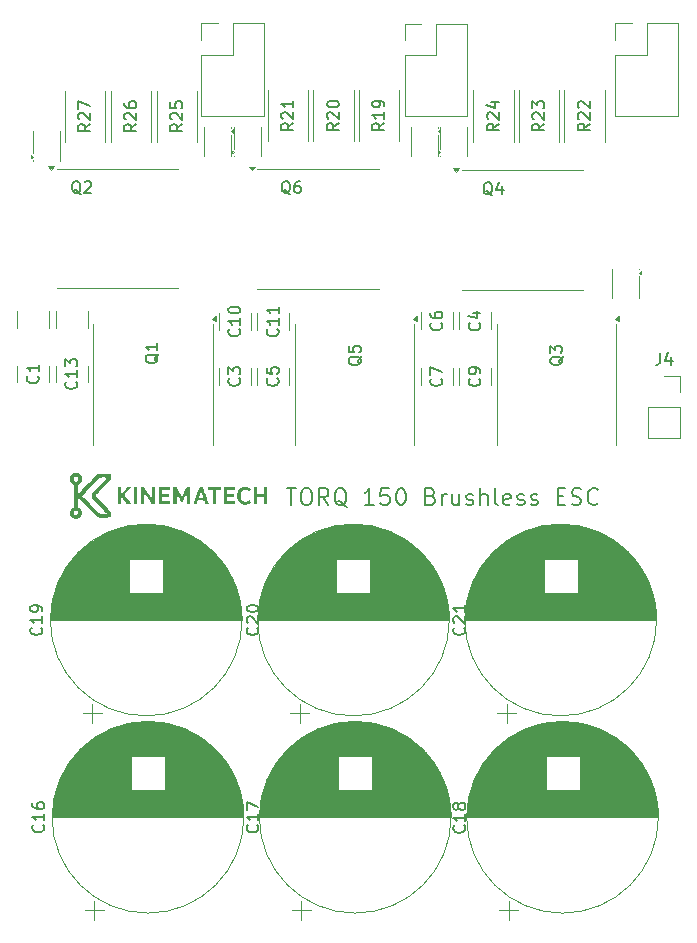
<source format=gbr>
%TF.GenerationSoftware,KiCad,Pcbnew,9.0.3*%
%TF.CreationDate,2025-08-23T20:27:24-03:00*%
%TF.ProjectId,Torq150A,546f7271-3135-4304-912e-6b696361645f,rev?*%
%TF.SameCoordinates,Original*%
%TF.FileFunction,Legend,Top*%
%TF.FilePolarity,Positive*%
%FSLAX46Y46*%
G04 Gerber Fmt 4.6, Leading zero omitted, Abs format (unit mm)*
G04 Created by KiCad (PCBNEW 9.0.3) date 2025-08-23 20:27:24*
%MOMM*%
%LPD*%
G01*
G04 APERTURE LIST*
%ADD10C,0.000000*%
%ADD11C,0.180000*%
%ADD12C,0.150000*%
%ADD13C,0.120000*%
G04 APERTURE END LIST*
D10*
G36*
X169853960Y-76214040D02*
G01*
X169886772Y-76216327D01*
X169919326Y-76220165D01*
X169951585Y-76225546D01*
X169983508Y-76232466D01*
X170015058Y-76240917D01*
X170046195Y-76250894D01*
X170076881Y-76262390D01*
X170107078Y-76275399D01*
X170136746Y-76289915D01*
X170165846Y-76305931D01*
X170194340Y-76323442D01*
X170223875Y-76342608D01*
X170248845Y-76359293D01*
X170258812Y-76366179D01*
X170266671Y-76371812D01*
X170272099Y-76375981D01*
X170273801Y-76377451D01*
X170274774Y-76378476D01*
X170276585Y-76380235D01*
X170279536Y-76383023D01*
X170283480Y-76386680D01*
X170288268Y-76391043D01*
X170293749Y-76395953D01*
X170299777Y-76401247D01*
X170306201Y-76406764D01*
X170312873Y-76412343D01*
X170346739Y-76439859D01*
X170265249Y-76536167D01*
X170233383Y-76573539D01*
X170219093Y-76589894D01*
X170206379Y-76604165D01*
X170195599Y-76615955D01*
X170187114Y-76624868D01*
X170181283Y-76630507D01*
X170179475Y-76631975D01*
X170178465Y-76632475D01*
X170178100Y-76632510D01*
X170177602Y-76632417D01*
X170176977Y-76632201D01*
X170176227Y-76631863D01*
X170174370Y-76630838D01*
X170172065Y-76629366D01*
X170169345Y-76627473D01*
X170166243Y-76625182D01*
X170162789Y-76622520D01*
X170159018Y-76619510D01*
X170154962Y-76616178D01*
X170150653Y-76612549D01*
X170146124Y-76608646D01*
X170141407Y-76604495D01*
X170136535Y-76600121D01*
X170131541Y-76595549D01*
X170126457Y-76590803D01*
X170121315Y-76585908D01*
X170115719Y-76580867D01*
X170109682Y-76575689D01*
X170103261Y-76570412D01*
X170096511Y-76565072D01*
X170082248Y-76554357D01*
X170067341Y-76543839D01*
X170052235Y-76533818D01*
X170037376Y-76524591D01*
X170023213Y-76516455D01*
X170016531Y-76512889D01*
X170010190Y-76509708D01*
X170000673Y-76505015D01*
X169991845Y-76500838D01*
X169983529Y-76497148D01*
X169975546Y-76493916D01*
X169967719Y-76491111D01*
X169959868Y-76488705D01*
X169951815Y-76486667D01*
X169943383Y-76484970D01*
X169934392Y-76483582D01*
X169924666Y-76482475D01*
X169914024Y-76481619D01*
X169902290Y-76480984D01*
X169889284Y-76480542D01*
X169874829Y-76480263D01*
X169840857Y-76480075D01*
X169807709Y-76480259D01*
X169780466Y-76480951D01*
X169768670Y-76481554D01*
X169757885Y-76482363D01*
X169747956Y-76483405D01*
X169738728Y-76484705D01*
X169730045Y-76486291D01*
X169721753Y-76488188D01*
X169713697Y-76490423D01*
X169705721Y-76493023D01*
X169697671Y-76496013D01*
X169689391Y-76499420D01*
X169671523Y-76507591D01*
X169656821Y-76514629D01*
X169642853Y-76521871D01*
X169629587Y-76529348D01*
X169616986Y-76537092D01*
X169605019Y-76545134D01*
X169593649Y-76553505D01*
X169582844Y-76562235D01*
X169572570Y-76571356D01*
X169562791Y-76580898D01*
X169553474Y-76590894D01*
X169544585Y-76601373D01*
X169536090Y-76612366D01*
X169527955Y-76623906D01*
X169520145Y-76636022D01*
X169512627Y-76648745D01*
X169505366Y-76662108D01*
X169495688Y-76681207D01*
X169486878Y-76700109D01*
X169478912Y-76718960D01*
X169471764Y-76737911D01*
X169465410Y-76757110D01*
X169459825Y-76776705D01*
X169454984Y-76796847D01*
X169450862Y-76817683D01*
X169447435Y-76839362D01*
X169444677Y-76862034D01*
X169442565Y-76885846D01*
X169441072Y-76910948D01*
X169440175Y-76937489D01*
X169439849Y-76965618D01*
X169440068Y-76995483D01*
X169440808Y-77027233D01*
X169442430Y-77077268D01*
X169444462Y-77117158D01*
X169445790Y-77134097D01*
X169447412Y-77149458D01*
X169449389Y-77163560D01*
X169451787Y-77176722D01*
X169454669Y-77189265D01*
X169458098Y-77201506D01*
X169462138Y-77213767D01*
X169466852Y-77226365D01*
X169472304Y-77239620D01*
X169478558Y-77253852D01*
X169493724Y-77286524D01*
X169499212Y-77297473D01*
X169504963Y-77308093D01*
X169510977Y-77318385D01*
X169517256Y-77328351D01*
X169523801Y-77337990D01*
X169530615Y-77347304D01*
X169537699Y-77356293D01*
X169545053Y-77364956D01*
X169552681Y-77373296D01*
X169560583Y-77381313D01*
X169568761Y-77389006D01*
X169577217Y-77396378D01*
X169585952Y-77403427D01*
X169594967Y-77410156D01*
X169604264Y-77416564D01*
X169613845Y-77422652D01*
X169623711Y-77428421D01*
X169633865Y-77433871D01*
X169644306Y-77439003D01*
X169655037Y-77443817D01*
X169666060Y-77448314D01*
X169677376Y-77452495D01*
X169688986Y-77456359D01*
X169700893Y-77459909D01*
X169713097Y-77463144D01*
X169725600Y-77466064D01*
X169738404Y-77468672D01*
X169751511Y-77470966D01*
X169778637Y-77474617D01*
X169806991Y-77477024D01*
X169835123Y-77478263D01*
X169862388Y-77478403D01*
X169888809Y-77477436D01*
X169914411Y-77475354D01*
X169939220Y-77472150D01*
X169963260Y-77467816D01*
X169986556Y-77462344D01*
X170009132Y-77455726D01*
X170031014Y-77447954D01*
X170052226Y-77439022D01*
X170072793Y-77428920D01*
X170092740Y-77417642D01*
X170112092Y-77405180D01*
X170130874Y-77391525D01*
X170149110Y-77376670D01*
X170166825Y-77360608D01*
X170171335Y-77356170D01*
X170175723Y-77351996D01*
X170179966Y-77348101D01*
X170184039Y-77344501D01*
X170187920Y-77341211D01*
X170191586Y-77338246D01*
X170195013Y-77335622D01*
X170198178Y-77333355D01*
X170201057Y-77331460D01*
X170203628Y-77329953D01*
X170205868Y-77328849D01*
X170207752Y-77328163D01*
X170208554Y-77327982D01*
X170209258Y-77327911D01*
X170209862Y-77327953D01*
X170210362Y-77328109D01*
X170210757Y-77328382D01*
X170211042Y-77328772D01*
X170211216Y-77329283D01*
X170211274Y-77329916D01*
X170211366Y-77330622D01*
X170211640Y-77331544D01*
X170212713Y-77334015D01*
X170214455Y-77337276D01*
X170216830Y-77341276D01*
X170219800Y-77345965D01*
X170223329Y-77351291D01*
X170231911Y-77363650D01*
X170242279Y-77377944D01*
X170254136Y-77393763D01*
X170267183Y-77410699D01*
X170281124Y-77428341D01*
X170350972Y-77514066D01*
X170304406Y-77556399D01*
X170283867Y-77574408D01*
X170263127Y-77591529D01*
X170242182Y-77607766D01*
X170221029Y-77623124D01*
X170199666Y-77637608D01*
X170178088Y-77651222D01*
X170156293Y-77663971D01*
X170134279Y-77675859D01*
X170112041Y-77686892D01*
X170089576Y-77697073D01*
X170066883Y-77706408D01*
X170043956Y-77714902D01*
X170020794Y-77722558D01*
X169997394Y-77729381D01*
X169973751Y-77735377D01*
X169949864Y-77740550D01*
X169920415Y-77745810D01*
X169906916Y-77747924D01*
X169894054Y-77749694D01*
X169881694Y-77751124D01*
X169869702Y-77752214D01*
X169857942Y-77752966D01*
X169846280Y-77753382D01*
X169834581Y-77753463D01*
X169822709Y-77753210D01*
X169810531Y-77752626D01*
X169797911Y-77751712D01*
X169784714Y-77750469D01*
X169770806Y-77748898D01*
X169740315Y-77744783D01*
X169740316Y-77744784D01*
X169715772Y-77740840D01*
X169691355Y-77735754D01*
X169667069Y-77729523D01*
X169642915Y-77722146D01*
X169618899Y-77713622D01*
X169595021Y-77703950D01*
X169571287Y-77693127D01*
X169547698Y-77681152D01*
X169524258Y-77668024D01*
X169500970Y-77653741D01*
X169477837Y-77638301D01*
X169454862Y-77621704D01*
X169432049Y-77603946D01*
X169409399Y-77585028D01*
X169386918Y-77564947D01*
X169364607Y-77543701D01*
X169335126Y-77513030D01*
X169307806Y-77480947D01*
X169282646Y-77447454D01*
X169259650Y-77412551D01*
X169238817Y-77376240D01*
X169220150Y-77338523D01*
X169203651Y-77299402D01*
X169189320Y-77258877D01*
X169177160Y-77216951D01*
X169167172Y-77173625D01*
X169159357Y-77128901D01*
X169153717Y-77082780D01*
X169150254Y-77035264D01*
X169148969Y-76986354D01*
X169149864Y-76936052D01*
X169152940Y-76884359D01*
X169160314Y-76819516D01*
X169171651Y-76757233D01*
X169186845Y-76697638D01*
X169205790Y-76640860D01*
X169228382Y-76587027D01*
X169254515Y-76536269D01*
X169284083Y-76488713D01*
X169316982Y-76444489D01*
X169353104Y-76403726D01*
X169392346Y-76366551D01*
X169434602Y-76333094D01*
X169456827Y-76317799D01*
X169479767Y-76303483D01*
X169503406Y-76290160D01*
X169527734Y-76277847D01*
X169552735Y-76266560D01*
X169578398Y-76256315D01*
X169604709Y-76247128D01*
X169631655Y-76239015D01*
X169659222Y-76231992D01*
X169687398Y-76226076D01*
X169720915Y-76220518D01*
X169754369Y-76216542D01*
X169787720Y-76214141D01*
X169820930Y-76213309D01*
X169853960Y-76214040D01*
G37*
G36*
X161143475Y-76233483D02*
G01*
X161272592Y-76236658D01*
X161371016Y-76379533D01*
X161469557Y-76523003D01*
X161549743Y-76642264D01*
X161619411Y-76749222D01*
X161686400Y-76855783D01*
X161762616Y-76974895D01*
X161837344Y-77087955D01*
X161896396Y-77173829D01*
X161915609Y-77199967D01*
X161921862Y-77207680D01*
X161925582Y-77211383D01*
X161926075Y-77211053D01*
X161926561Y-77209486D01*
X161927511Y-77202751D01*
X161929303Y-77175664D01*
X161930922Y-77131909D01*
X161932330Y-77073270D01*
X161933490Y-77001535D01*
X161934364Y-76918489D01*
X161935108Y-76725608D01*
X161935108Y-76233485D01*
X162072691Y-76232427D01*
X162210275Y-76232427D01*
X162210275Y-76975377D01*
X162210275Y-77718326D01*
X162091741Y-77717268D01*
X161974267Y-77716210D01*
X161875841Y-77574393D01*
X161760748Y-77405721D01*
X161621842Y-77199743D01*
X161489137Y-77004050D01*
X161387288Y-76855784D01*
X161320167Y-76760700D01*
X161300838Y-76734899D01*
X161291641Y-76724551D01*
X161290885Y-76726741D01*
X161290203Y-76733937D01*
X161289062Y-76762337D01*
X161288218Y-76807727D01*
X161287673Y-76868087D01*
X161287474Y-77025630D01*
X161288466Y-77218792D01*
X161291641Y-77718325D01*
X161157233Y-77718325D01*
X161104614Y-77717961D01*
X161060924Y-77717002D01*
X161030729Y-77715646D01*
X161022118Y-77714881D01*
X161019683Y-77714488D01*
X161018592Y-77714091D01*
X161018592Y-77714093D01*
X161017802Y-77698185D01*
X161017037Y-77654098D01*
X161015681Y-77493695D01*
X161014722Y-77257488D01*
X161014358Y-76970084D01*
X161014358Y-76230309D01*
X161143475Y-76233483D01*
G37*
G36*
X165030733Y-76233484D02*
G01*
X165185249Y-76236659D01*
X165184191Y-76971142D01*
X165182868Y-77491312D01*
X165181512Y-77650393D01*
X165179957Y-77709859D01*
X165177615Y-77710477D01*
X165171981Y-77711135D01*
X165152060Y-77712522D01*
X165122640Y-77713934D01*
X165086163Y-77715283D01*
X165001811Y-77717450D01*
X164958822Y-77718093D01*
X164918550Y-77718326D01*
X164917227Y-77679151D01*
X164915110Y-77572409D01*
X164912597Y-77414270D01*
X164910083Y-77220910D01*
X164906097Y-76934895D01*
X164904222Y-76848095D01*
X164902013Y-76791755D01*
X164899158Y-76760617D01*
X164897392Y-76752855D01*
X164895349Y-76749422D01*
X164892989Y-76749660D01*
X164890274Y-76752911D01*
X164883624Y-76765826D01*
X164858322Y-76819530D01*
X164825267Y-76887088D01*
X164745380Y-77045359D01*
X164662912Y-77203828D01*
X164626633Y-77271633D01*
X164596816Y-77325685D01*
X164582876Y-77351051D01*
X164566257Y-77381776D01*
X164549043Y-77414088D01*
X164533316Y-77444218D01*
X164518681Y-77471503D01*
X164504344Y-77497399D01*
X164497752Y-77508896D01*
X164491792Y-77518929D01*
X164486652Y-77527127D01*
X164482515Y-77533118D01*
X164479888Y-77537020D01*
X164477519Y-77540375D01*
X164476412Y-77541839D01*
X164475346Y-77543157D01*
X164474313Y-77544324D01*
X164473305Y-77545338D01*
X164472313Y-77546196D01*
X164471331Y-77546893D01*
X164470350Y-77547428D01*
X164469363Y-77547796D01*
X164468360Y-77547994D01*
X164467335Y-77548019D01*
X164466280Y-77547868D01*
X164465185Y-77547537D01*
X164464045Y-77547024D01*
X164462849Y-77546324D01*
X164461592Y-77545434D01*
X164460264Y-77544352D01*
X164458857Y-77543074D01*
X164457365Y-77541596D01*
X164455778Y-77539916D01*
X164454089Y-77538029D01*
X164452290Y-77535933D01*
X164450374Y-77533625D01*
X164446154Y-77528358D01*
X164441367Y-77522200D01*
X164435949Y-77515127D01*
X164431969Y-77509695D01*
X164426829Y-77501834D01*
X164413393Y-77479425D01*
X164396286Y-77449103D01*
X164376153Y-77412072D01*
X164353638Y-77369534D01*
X164329388Y-77322692D01*
X164304046Y-77272749D01*
X164278257Y-77220910D01*
X164178377Y-77020752D01*
X164139102Y-76943643D01*
X164114215Y-76896002D01*
X164106069Y-76880658D01*
X164097662Y-76864334D01*
X164081010Y-76830782D01*
X164066144Y-76799412D01*
X164059970Y-76785817D01*
X164054949Y-76774293D01*
X164035898Y-76723493D01*
X164030606Y-77218793D01*
X164025315Y-77714094D01*
X163889848Y-77716210D01*
X163755440Y-77718326D01*
X163755441Y-76975377D01*
X163755441Y-76231368D01*
X163896200Y-76231368D01*
X163937965Y-76231492D01*
X163971160Y-76231963D01*
X163996938Y-76232931D01*
X164007406Y-76233647D01*
X164016453Y-76234543D01*
X164024222Y-76235637D01*
X164030858Y-76236949D01*
X164036505Y-76238496D01*
X164041307Y-76240298D01*
X164045409Y-76242372D01*
X164048954Y-76244738D01*
X164052086Y-76247413D01*
X164054950Y-76250418D01*
X164056896Y-76252424D01*
X164058762Y-76254465D01*
X164060540Y-76256524D01*
X164062226Y-76258587D01*
X164063813Y-76260637D01*
X164065293Y-76262659D01*
X164066663Y-76264638D01*
X164067914Y-76266557D01*
X164069042Y-76268403D01*
X164070039Y-76270158D01*
X164070900Y-76271808D01*
X164071618Y-76273337D01*
X164072188Y-76274730D01*
X164072602Y-76275971D01*
X164072855Y-76277044D01*
X164072941Y-76277934D01*
X164078569Y-76291620D01*
X164094951Y-76326898D01*
X164156946Y-76456131D01*
X164252874Y-76653427D01*
X164376682Y-76906584D01*
X164412302Y-76976996D01*
X164442564Y-77034906D01*
X164454755Y-77057251D01*
X164464491Y-77074164D01*
X164471399Y-77084875D01*
X164473677Y-77087665D01*
X164475108Y-77088617D01*
X164475554Y-77088481D01*
X164476096Y-77088080D01*
X164476732Y-77087419D01*
X164477458Y-77086506D01*
X164479170Y-77083949D01*
X164481210Y-77080464D01*
X164483553Y-77076104D01*
X164486177Y-77070925D01*
X164489058Y-77064979D01*
X164492174Y-77058322D01*
X164499014Y-77043090D01*
X164506511Y-77025662D01*
X164514479Y-77006474D01*
X164522733Y-76985959D01*
X164540737Y-76940884D01*
X164559212Y-76896430D01*
X164579622Y-76849446D01*
X164603430Y-76796782D01*
X164632100Y-76735287D01*
X164667096Y-76661811D01*
X164761916Y-76466317D01*
X164877274Y-76230309D01*
X165030733Y-76233484D01*
G37*
G36*
X168941274Y-76353076D02*
G01*
X168941274Y-76474784D01*
X168616366Y-76476901D01*
X168290399Y-76480076D01*
X168287224Y-76652584D01*
X168285107Y-76824035D01*
X168580382Y-76824035D01*
X168876716Y-76824035D01*
X168879891Y-76941509D01*
X168880540Y-76965187D01*
X168880916Y-76987464D01*
X168880949Y-77025779D01*
X168880656Y-77040801D01*
X168880189Y-77052386D01*
X168879573Y-77060028D01*
X168879217Y-77062211D01*
X168878833Y-77063218D01*
X168876924Y-77063614D01*
X168872092Y-77064007D01*
X168854277Y-77064772D01*
X168790330Y-77066128D01*
X168696816Y-77067087D01*
X168583558Y-77067451D01*
X168377315Y-77068112D01*
X168313732Y-77068790D01*
X168289340Y-77069567D01*
X168288853Y-77074297D01*
X168288216Y-77086368D01*
X168286695Y-77129363D01*
X168285173Y-77192202D01*
X168284536Y-77229078D01*
X168284049Y-77268534D01*
X168280874Y-77464326D01*
X168629066Y-77467502D01*
X168978315Y-77469618D01*
X168978315Y-77590268D01*
X168977935Y-77637612D01*
X168976860Y-77676919D01*
X168976093Y-77692288D01*
X168975190Y-77704122D01*
X168974163Y-77711913D01*
X168973606Y-77714133D01*
X168973023Y-77715152D01*
X168933187Y-77715896D01*
X168828958Y-77716342D01*
X168676112Y-77716193D01*
X168490424Y-77715152D01*
X168490424Y-77715151D01*
X168012058Y-77713034D01*
X168004650Y-77424109D01*
X168002516Y-77277150D01*
X168001077Y-77089015D01*
X168000630Y-76884012D01*
X168001473Y-76686451D01*
X168004649Y-76236660D01*
X168473491Y-76233485D01*
X168941274Y-76231368D01*
X168941274Y-76353076D01*
G37*
G36*
X163443233Y-76355193D02*
G01*
X163443038Y-76381298D01*
X163442472Y-76404687D01*
X163441558Y-76425124D01*
X163440322Y-76442373D01*
X163438789Y-76456200D01*
X163436982Y-76466368D01*
X163435984Y-76470006D01*
X163434927Y-76472641D01*
X163433815Y-76474244D01*
X163433239Y-76474649D01*
X163432650Y-76474784D01*
X163332240Y-76475578D01*
X163105625Y-76477959D01*
X162789182Y-76480076D01*
X162790241Y-76649410D01*
X162790241Y-76818743D01*
X163087632Y-76821918D01*
X163385023Y-76824035D01*
X163385023Y-76946801D01*
X163385023Y-77068509D01*
X163091865Y-77066393D01*
X162797649Y-77065335D01*
X162792357Y-77259011D01*
X162790389Y-77335111D01*
X162789314Y-77398710D01*
X162789231Y-77443259D01*
X162789593Y-77456344D01*
X162790240Y-77462210D01*
X162792430Y-77462991D01*
X162798089Y-77463744D01*
X162819096Y-77465154D01*
X162851836Y-77466414D01*
X162894883Y-77467502D01*
X162946809Y-77468390D01*
X163006189Y-77469056D01*
X163141607Y-77469618D01*
X163488740Y-77469618D01*
X163485565Y-77591326D01*
X163482389Y-77714093D01*
X163005081Y-77716209D01*
X162528831Y-77718325D01*
X162525658Y-77575451D01*
X162524269Y-77472941D01*
X162523277Y-77299094D01*
X162522483Y-76834618D01*
X162522483Y-76236660D01*
X162982858Y-76236660D01*
X163443233Y-76236660D01*
X163443233Y-76355193D01*
G37*
G36*
X155537351Y-75038626D02*
G01*
X155546428Y-75039297D01*
X155555622Y-75040325D01*
X155565110Y-75041719D01*
X155575071Y-75043488D01*
X155585683Y-75045641D01*
X155597124Y-75048188D01*
X155623209Y-75054501D01*
X155645514Y-75060584D01*
X155667375Y-75067507D01*
X155688773Y-75075250D01*
X155709690Y-75083789D01*
X155730110Y-75093105D01*
X155750015Y-75103175D01*
X155769387Y-75113978D01*
X155788209Y-75125492D01*
X155806464Y-75137696D01*
X155824134Y-75150569D01*
X155841202Y-75164088D01*
X155857650Y-75178233D01*
X155873461Y-75192982D01*
X155888617Y-75208313D01*
X155903101Y-75224204D01*
X155916896Y-75240636D01*
X155929984Y-75257584D01*
X155942347Y-75275030D01*
X155953969Y-75292949D01*
X155964831Y-75311323D01*
X155974917Y-75330128D01*
X155984208Y-75349343D01*
X155992688Y-75368947D01*
X156000339Y-75388918D01*
X156007143Y-75409235D01*
X156013084Y-75429876D01*
X156018143Y-75450820D01*
X156022303Y-75472045D01*
X156025548Y-75493529D01*
X156027858Y-75515252D01*
X156029218Y-75537192D01*
X156029608Y-75559326D01*
X156027999Y-75599640D01*
X156023980Y-75638802D01*
X156017570Y-75676777D01*
X156008789Y-75713529D01*
X155997658Y-75749021D01*
X155984197Y-75783219D01*
X155968426Y-75816087D01*
X155950366Y-75847590D01*
X155930035Y-75877690D01*
X155907456Y-75906354D01*
X155882646Y-75933545D01*
X155855628Y-75959227D01*
X155826421Y-75983366D01*
X155795045Y-76005924D01*
X155761520Y-76026867D01*
X155725867Y-76046160D01*
X155669775Y-76073676D01*
X155669775Y-76449384D01*
X155670089Y-76662241D01*
X155670836Y-76728288D01*
X155672289Y-76772705D01*
X155674684Y-76799461D01*
X155676309Y-76807457D01*
X155678258Y-76812525D01*
X155680561Y-76815163D01*
X155683246Y-76815865D01*
X155689883Y-76813451D01*
X155692052Y-76812411D01*
X155694185Y-76811283D01*
X155696271Y-76810077D01*
X155698300Y-76808804D01*
X155700261Y-76807476D01*
X155702143Y-76806103D01*
X155703935Y-76804695D01*
X155705626Y-76803265D01*
X155707206Y-76801822D01*
X155708663Y-76800377D01*
X155709986Y-76798942D01*
X155711166Y-76797526D01*
X155712190Y-76796142D01*
X155713049Y-76794800D01*
X155713731Y-76793510D01*
X155714225Y-76792284D01*
X155717021Y-76788707D01*
X155724839Y-76780132D01*
X155754491Y-76749042D01*
X155862524Y-76638429D01*
X156021555Y-76477215D01*
X156214816Y-76282168D01*
X156604945Y-75888468D01*
X156753425Y-75737159D01*
X156843466Y-75643993D01*
X157056291Y-75422470D01*
X157141904Y-75335547D01*
X157214148Y-75264051D01*
X157273394Y-75207637D01*
X157320014Y-75165957D01*
X157354381Y-75138664D01*
X157367085Y-75130303D01*
X157376866Y-75125410D01*
X157384466Y-75122965D01*
X157393262Y-75120782D01*
X157403683Y-75118850D01*
X157416157Y-75117158D01*
X157431111Y-75115696D01*
X157448973Y-75114452D01*
X157470172Y-75113416D01*
X157495135Y-75112577D01*
X157524290Y-75111924D01*
X157558064Y-75111447D01*
X157641185Y-75110973D01*
X157747920Y-75111071D01*
X157881691Y-75111651D01*
X158342067Y-75114826D01*
X158387575Y-75140227D01*
X158392712Y-75143413D01*
X158397801Y-75146817D01*
X158407819Y-75154251D01*
X158417596Y-75162483D01*
X158427097Y-75171464D01*
X158436288Y-75181145D01*
X158445134Y-75191479D01*
X158453602Y-75202418D01*
X158461658Y-75213913D01*
X158469267Y-75225917D01*
X158476396Y-75238381D01*
X158483010Y-75251257D01*
X158489075Y-75264498D01*
X158494558Y-75278055D01*
X158499423Y-75291880D01*
X158503637Y-75305926D01*
X158507166Y-75320143D01*
X158509475Y-75333468D01*
X158511253Y-75347914D01*
X158512512Y-75363287D01*
X158513268Y-75379393D01*
X158513534Y-75396039D01*
X158513324Y-75413031D01*
X158512652Y-75430174D01*
X158511532Y-75447275D01*
X158509978Y-75464141D01*
X158508003Y-75480578D01*
X158505623Y-75496391D01*
X158502850Y-75511387D01*
X158499699Y-75525373D01*
X158496184Y-75538153D01*
X158492318Y-75549536D01*
X158488116Y-75559326D01*
X158485128Y-75563901D01*
X158479437Y-75571168D01*
X158460550Y-75593143D01*
X158432659Y-75623973D01*
X158396968Y-75662381D01*
X158354678Y-75707090D01*
X158306993Y-75756821D01*
X158255116Y-75810298D01*
X158200250Y-75866243D01*
X157718658Y-76353076D01*
X157428063Y-76649409D01*
X157276176Y-76809218D01*
X157235907Y-76854792D01*
X157210708Y-76886476D01*
X157198742Y-76902589D01*
X157187606Y-76918144D01*
X157177538Y-76932780D01*
X157168771Y-76946140D01*
X157161543Y-76957862D01*
X157156088Y-76967588D01*
X157154099Y-76971590D01*
X157152642Y-76974957D01*
X157151746Y-76977646D01*
X157151441Y-76979610D01*
X157151988Y-76983063D01*
X157153695Y-76987537D01*
X157156662Y-76993137D01*
X157160989Y-76999967D01*
X157174121Y-77017729D01*
X157193890Y-77041655D01*
X157221094Y-77072576D01*
X157256532Y-77111323D01*
X157301002Y-77158727D01*
X157355303Y-77215619D01*
X157496588Y-77361189D01*
X157686776Y-77554682D01*
X157932254Y-77802746D01*
X158239408Y-78112027D01*
X158324540Y-78198333D01*
X158389642Y-78266295D01*
X158415523Y-78294673D01*
X158437405Y-78319996D01*
X158455626Y-78342772D01*
X158470522Y-78363513D01*
X158482428Y-78382729D01*
X158491682Y-78400929D01*
X158498620Y-78418624D01*
X158503578Y-78436323D01*
X158506893Y-78454538D01*
X158508900Y-78473777D01*
X158509938Y-78494550D01*
X158510341Y-78517369D01*
X158510289Y-78536551D01*
X158509727Y-78554841D01*
X158508641Y-78572287D01*
X158507017Y-78588939D01*
X158504841Y-78604847D01*
X158502100Y-78620061D01*
X158498778Y-78634629D01*
X158494863Y-78648602D01*
X158490340Y-78662030D01*
X158485195Y-78674962D01*
X158479415Y-78687447D01*
X158472985Y-78699535D01*
X158465892Y-78711276D01*
X158458121Y-78722719D01*
X158449659Y-78733914D01*
X158440491Y-78744911D01*
X158427480Y-78759791D01*
X158421464Y-78766509D01*
X158415625Y-78772768D01*
X158409849Y-78778585D01*
X158404024Y-78783976D01*
X158398037Y-78788957D01*
X158391775Y-78793545D01*
X158385125Y-78797756D01*
X158377976Y-78801606D01*
X158370213Y-78805113D01*
X158361724Y-78808293D01*
X158352396Y-78811162D01*
X158342117Y-78813736D01*
X158330774Y-78816033D01*
X158318254Y-78818068D01*
X158304444Y-78819859D01*
X158289231Y-78821420D01*
X158272503Y-78822770D01*
X158254146Y-78823924D01*
X158234049Y-78824900D01*
X158212098Y-78825712D01*
X158188180Y-78826379D01*
X158162183Y-78826915D01*
X158103500Y-78827666D01*
X158035146Y-78828096D01*
X157865817Y-78828519D01*
X157691408Y-78828856D01*
X157561165Y-78828040D01*
X157510036Y-78826714D01*
X157466864Y-78824519D01*
X157430622Y-78821261D01*
X157400282Y-78816745D01*
X157374816Y-78810778D01*
X157353196Y-78803167D01*
X157334395Y-78793716D01*
X157317385Y-78782234D01*
X157301137Y-78768525D01*
X157284624Y-78752396D01*
X157246691Y-78712103D01*
X157182447Y-78644931D01*
X157057382Y-78516046D01*
X156697416Y-78146952D01*
X155912795Y-77343545D01*
X155743875Y-77167515D01*
X155703412Y-77123633D01*
X155687767Y-77104494D01*
X155686294Y-77101843D01*
X155684854Y-77099443D01*
X155683448Y-77097294D01*
X155682078Y-77095393D01*
X155680745Y-77093737D01*
X155679451Y-77092325D01*
X155678197Y-77091154D01*
X155676985Y-77090223D01*
X155675816Y-77089529D01*
X155674692Y-77089070D01*
X155673615Y-77088844D01*
X155672586Y-77088848D01*
X155671607Y-77089082D01*
X155670678Y-77089542D01*
X155669803Y-77090226D01*
X155668981Y-77091133D01*
X155668216Y-77092259D01*
X155667507Y-77093604D01*
X155666858Y-77095165D01*
X155666269Y-77096939D01*
X155665742Y-77098925D01*
X155665279Y-77101121D01*
X155664881Y-77103523D01*
X155664549Y-77106131D01*
X155664286Y-77108943D01*
X155664092Y-77111955D01*
X155663970Y-77115166D01*
X155663921Y-77118573D01*
X155663946Y-77122175D01*
X155664047Y-77125970D01*
X155664225Y-77129955D01*
X155664483Y-77134128D01*
X155665275Y-77151138D01*
X155666054Y-77182696D01*
X155667526Y-77282162D01*
X155668799Y-77417943D01*
X155669775Y-77575452D01*
X155670833Y-77972327D01*
X155735392Y-78003019D01*
X155752172Y-78011469D01*
X155768570Y-78020724D01*
X155784569Y-78030751D01*
X155800152Y-78041518D01*
X155815303Y-78052993D01*
X155830004Y-78065143D01*
X155844240Y-78077936D01*
X155857993Y-78091340D01*
X155871247Y-78105322D01*
X155883985Y-78119850D01*
X155896190Y-78134892D01*
X155907846Y-78150415D01*
X155918936Y-78166386D01*
X155929444Y-78182774D01*
X155939353Y-78199546D01*
X155948646Y-78216670D01*
X155957306Y-78234113D01*
X155965317Y-78251843D01*
X155972662Y-78269828D01*
X155979325Y-78288035D01*
X155985288Y-78306432D01*
X155990536Y-78324987D01*
X155995051Y-78343666D01*
X155998817Y-78362439D01*
X156001817Y-78381272D01*
X156004035Y-78400133D01*
X156005453Y-78418990D01*
X156006056Y-78437810D01*
X156005826Y-78456561D01*
X156004747Y-78475211D01*
X156002802Y-78493727D01*
X155999975Y-78512077D01*
X155995688Y-78533500D01*
X155991130Y-78553782D01*
X155986252Y-78573022D01*
X155981008Y-78591320D01*
X155975347Y-78608774D01*
X155969223Y-78625484D01*
X155962588Y-78641549D01*
X155955393Y-78657069D01*
X155947590Y-78672142D01*
X155939131Y-78686867D01*
X155929968Y-78701345D01*
X155920054Y-78715674D01*
X155909340Y-78729953D01*
X155897777Y-78744282D01*
X155885319Y-78758759D01*
X155871916Y-78773485D01*
X155857673Y-78788347D01*
X155843494Y-78802387D01*
X155829347Y-78815627D01*
X155815196Y-78828088D01*
X155801009Y-78839794D01*
X155786750Y-78850764D01*
X155772385Y-78861021D01*
X155757881Y-78870587D01*
X155743203Y-78879483D01*
X155728318Y-78887731D01*
X155713191Y-78895353D01*
X155697788Y-78902371D01*
X155682074Y-78908805D01*
X155666017Y-78914678D01*
X155649581Y-78920012D01*
X155632733Y-78924827D01*
X155620101Y-78927654D01*
X155606138Y-78930179D01*
X155591029Y-78932397D01*
X155574955Y-78934303D01*
X155540646Y-78937162D01*
X155504675Y-78938718D01*
X155468505Y-78938935D01*
X155433601Y-78937776D01*
X155417081Y-78936668D01*
X155401425Y-78935202D01*
X155386818Y-78933373D01*
X155373441Y-78931177D01*
X155373441Y-78931176D01*
X155355696Y-78926856D01*
X155337098Y-78920723D01*
X155317812Y-78912900D01*
X155298002Y-78903511D01*
X155277832Y-78892676D01*
X155257467Y-78880519D01*
X155237071Y-78867162D01*
X155216808Y-78852727D01*
X155196843Y-78837338D01*
X155177340Y-78821116D01*
X155158463Y-78804184D01*
X155140377Y-78786664D01*
X155123245Y-78768679D01*
X155107234Y-78750352D01*
X155092505Y-78731804D01*
X155079225Y-78713159D01*
X155068194Y-78695975D01*
X155058100Y-78679274D01*
X155048910Y-78662941D01*
X155040596Y-78646864D01*
X155033124Y-78630930D01*
X155026465Y-78615026D01*
X155020588Y-78599037D01*
X155015460Y-78582852D01*
X155011052Y-78566357D01*
X155007333Y-78549438D01*
X155004270Y-78531983D01*
X155001834Y-78513879D01*
X154999994Y-78495011D01*
X154998717Y-78475268D01*
X154997974Y-78454536D01*
X154997838Y-78442181D01*
X155321291Y-78442181D01*
X155321947Y-78454629D01*
X155323393Y-78466851D01*
X155325608Y-78478817D01*
X155328571Y-78490497D01*
X155332261Y-78501862D01*
X155336657Y-78512880D01*
X155341736Y-78523523D01*
X155347478Y-78533760D01*
X155353862Y-78543562D01*
X155360866Y-78552899D01*
X155368468Y-78561742D01*
X155376648Y-78570059D01*
X155385385Y-78577822D01*
X155394656Y-78585000D01*
X155404440Y-78591564D01*
X155414717Y-78597484D01*
X155425465Y-78602730D01*
X155436662Y-78607272D01*
X155448288Y-78611080D01*
X155460320Y-78614125D01*
X155472738Y-78616376D01*
X155485521Y-78617804D01*
X155498646Y-78618380D01*
X155512094Y-78618072D01*
X155525841Y-78616851D01*
X155530288Y-78616183D01*
X155534876Y-78615375D01*
X155544345Y-78613379D01*
X155553988Y-78610935D01*
X155563544Y-78608120D01*
X155572753Y-78605007D01*
X155577146Y-78603363D01*
X155581354Y-78601671D01*
X155585345Y-78599943D01*
X155589087Y-78598186D01*
X155592546Y-78596411D01*
X155595691Y-78594627D01*
X155595691Y-78594625D01*
X155598775Y-78592646D01*
X155602054Y-78590297D01*
X155605500Y-78587607D01*
X155609086Y-78584604D01*
X155612783Y-78581316D01*
X155616565Y-78577770D01*
X155620402Y-78573995D01*
X155624266Y-78570019D01*
X155628131Y-78565869D01*
X155631968Y-78561573D01*
X155635749Y-78557159D01*
X155639447Y-78552656D01*
X155643033Y-78548090D01*
X155646479Y-78543491D01*
X155649758Y-78538885D01*
X155652841Y-78534301D01*
X155657347Y-78527601D01*
X155661356Y-78521330D01*
X155664889Y-78515397D01*
X155667972Y-78509711D01*
X155670627Y-78504180D01*
X155672877Y-78498712D01*
X155674746Y-78493217D01*
X155676257Y-78487602D01*
X155677433Y-78481776D01*
X155678297Y-78475648D01*
X155678873Y-78469126D01*
X155679184Y-78462119D01*
X155679253Y-78454535D01*
X155679103Y-78446284D01*
X155678758Y-78437272D01*
X155678241Y-78427409D01*
X155676996Y-78412792D01*
X155675223Y-78399068D01*
X155672893Y-78386191D01*
X155669973Y-78374113D01*
X155666433Y-78362784D01*
X155662242Y-78352158D01*
X155657369Y-78342187D01*
X155651783Y-78332821D01*
X155645453Y-78324013D01*
X155638347Y-78315716D01*
X155630435Y-78307881D01*
X155621687Y-78300459D01*
X155612070Y-78293403D01*
X155601553Y-78286666D01*
X155590107Y-78280198D01*
X155577700Y-78273951D01*
X155569558Y-78270030D01*
X155562122Y-78266591D01*
X155555282Y-78263619D01*
X155548926Y-78261103D01*
X155542942Y-78259026D01*
X155537218Y-78257376D01*
X155531644Y-78256138D01*
X155526106Y-78255298D01*
X155520494Y-78254843D01*
X155514696Y-78254759D01*
X155508600Y-78255031D01*
X155502095Y-78255646D01*
X155495069Y-78256589D01*
X155487411Y-78257847D01*
X155479008Y-78259406D01*
X155469750Y-78261252D01*
X155456184Y-78264297D01*
X155443626Y-78267504D01*
X155432017Y-78270914D01*
X155421298Y-78274563D01*
X155411409Y-78278492D01*
X155402293Y-78282739D01*
X155393890Y-78287342D01*
X155386141Y-78292340D01*
X155378988Y-78297773D01*
X155372370Y-78303678D01*
X155366231Y-78310095D01*
X155360510Y-78317062D01*
X155355148Y-78324618D01*
X155350088Y-78332803D01*
X155345269Y-78341654D01*
X155340633Y-78351210D01*
X155335157Y-78364407D01*
X155330620Y-78377587D01*
X155327003Y-78390720D01*
X155324282Y-78403775D01*
X155322438Y-78416724D01*
X155321448Y-78429536D01*
X155321291Y-78442181D01*
X154997838Y-78442181D01*
X154997733Y-78432701D01*
X154997907Y-78400120D01*
X154998208Y-78386402D01*
X154998725Y-78374063D01*
X154999516Y-78362853D01*
X155000635Y-78352520D01*
X155002139Y-78342814D01*
X155004083Y-78333482D01*
X155006523Y-78324275D01*
X155009516Y-78314941D01*
X155013115Y-78305228D01*
X155017379Y-78294886D01*
X155022361Y-78283663D01*
X155028119Y-78271309D01*
X155042183Y-78242201D01*
X155054095Y-78219500D01*
X155066436Y-78197813D01*
X155079239Y-78177112D01*
X155092537Y-78157369D01*
X155106361Y-78138557D01*
X155120746Y-78120646D01*
X155135722Y-78103610D01*
X155151324Y-78087420D01*
X155167583Y-78072049D01*
X155184531Y-78057468D01*
X155202202Y-78043651D01*
X155220628Y-78030568D01*
X155239842Y-78018192D01*
X155259875Y-78006494D01*
X155280762Y-77995448D01*
X155302533Y-77985026D01*
X155341692Y-77967034D01*
X155341692Y-77020884D01*
X155341692Y-76973259D01*
X156026433Y-76973259D01*
X156200000Y-77150000D01*
X156511149Y-77469616D01*
X156676514Y-77640273D01*
X156881566Y-77850617D01*
X157098392Y-78073660D01*
X157204970Y-78184289D01*
X157292199Y-78276066D01*
X157328720Y-78313833D01*
X157363901Y-78349603D01*
X157396900Y-78382571D01*
X157426872Y-78411929D01*
X157452975Y-78436872D01*
X157474365Y-78456594D01*
X157490199Y-78470288D01*
X157495768Y-78474623D01*
X157499633Y-78477149D01*
X157504455Y-78479048D01*
X157510679Y-78480779D01*
X157518441Y-78482349D01*
X157527877Y-78483764D01*
X157539124Y-78485030D01*
X157552318Y-78486153D01*
X157567595Y-78487141D01*
X157585093Y-78487997D01*
X157604947Y-78488730D01*
X157627294Y-78489345D01*
X157680012Y-78490246D01*
X157744339Y-78490751D01*
X157821366Y-78490908D01*
X157935484Y-78490544D01*
X158028667Y-78489585D01*
X158091489Y-78488229D01*
X158108570Y-78487464D01*
X158114524Y-78486675D01*
X158113439Y-78485157D01*
X158110254Y-78481467D01*
X158098021Y-78468023D01*
X158053141Y-78420001D01*
X157906033Y-78264426D01*
X157686826Y-78035958D01*
X157454124Y-77792409D01*
X157231610Y-77561825D01*
X157039258Y-77363784D01*
X157004510Y-77327911D01*
X156971425Y-77293091D01*
X156940771Y-77260182D01*
X156913316Y-77230038D01*
X156889830Y-77203515D01*
X156871082Y-77181470D01*
X156857840Y-77164758D01*
X156853525Y-77158669D01*
X156850875Y-77154234D01*
X156846745Y-77143687D01*
X156843092Y-77129439D01*
X156839919Y-77111983D01*
X156837232Y-77091809D01*
X156835034Y-77069408D01*
X156833331Y-77045273D01*
X156831428Y-76993764D01*
X156831558Y-76941213D01*
X156832397Y-76915776D01*
X156833759Y-76891552D01*
X156835648Y-76869034D01*
X156838069Y-76848712D01*
X156841026Y-76831079D01*
X156844524Y-76816625D01*
X156846320Y-76810971D01*
X156848387Y-76805261D01*
X156850804Y-76799409D01*
X156853648Y-76793328D01*
X156857000Y-76786931D01*
X156860937Y-76780132D01*
X156865539Y-76772845D01*
X156870884Y-76764982D01*
X156877050Y-76756457D01*
X156884116Y-76747184D01*
X156892162Y-76737075D01*
X156901265Y-76726045D01*
X156922959Y-76700872D01*
X156949829Y-76670972D01*
X156982502Y-76635653D01*
X157021609Y-76594220D01*
X157067780Y-76545982D01*
X157121642Y-76490245D01*
X157254963Y-76353503D01*
X157426608Y-76178451D01*
X157600059Y-76000965D01*
X157753765Y-75842033D01*
X157871157Y-75719018D01*
X157935666Y-75649284D01*
X157970657Y-75609778D01*
X158007633Y-75568983D01*
X158042227Y-75531561D01*
X158070075Y-75502175D01*
X158091175Y-75479487D01*
X158108704Y-75460371D01*
X158115509Y-75452773D01*
X158120676Y-75446811D01*
X158123959Y-75442735D01*
X158124816Y-75441482D01*
X158125108Y-75440792D01*
X158119250Y-75440352D01*
X158102453Y-75439850D01*
X158040706Y-75438808D01*
X157949193Y-75437965D01*
X157837241Y-75437617D01*
X157677400Y-75438113D01*
X157624603Y-75439068D01*
X157585622Y-75440792D01*
X157557258Y-75443508D01*
X157546057Y-75445308D01*
X157536311Y-75447440D01*
X157519580Y-75452810D01*
X157503866Y-75459842D01*
X157499059Y-75462156D01*
X157494184Y-75464714D01*
X157489272Y-75467486D01*
X157484353Y-75470442D01*
X157479459Y-75473553D01*
X157474621Y-75476790D01*
X157469870Y-75480123D01*
X157465237Y-75483522D01*
X157460753Y-75486959D01*
X157456448Y-75490403D01*
X157452354Y-75493826D01*
X157448502Y-75497198D01*
X157444923Y-75500489D01*
X157441648Y-75503670D01*
X157438707Y-75506711D01*
X157436133Y-75509584D01*
X157426023Y-75521071D01*
X157405259Y-75543533D01*
X157336782Y-75616079D01*
X157240722Y-75716604D01*
X157127099Y-75834492D01*
X156712233Y-76262059D01*
X156555467Y-76423984D01*
X156356633Y-76627184D01*
X156180420Y-76809085D01*
X156077233Y-76917167D01*
X156026433Y-76973259D01*
X155341692Y-76973259D01*
X155341692Y-76073676D01*
X155264434Y-76036634D01*
X155246298Y-76027390D01*
X155228611Y-76017339D01*
X155211389Y-76006511D01*
X155194648Y-75994936D01*
X155178401Y-75982643D01*
X155162665Y-75969664D01*
X155147455Y-75956028D01*
X155132787Y-75941765D01*
X155118675Y-75926905D01*
X155105135Y-75911478D01*
X155092181Y-75895514D01*
X155079831Y-75879044D01*
X155068098Y-75862097D01*
X155056998Y-75844703D01*
X155046547Y-75826893D01*
X155036760Y-75808696D01*
X155027651Y-75790142D01*
X155019237Y-75771262D01*
X155011532Y-75752086D01*
X155004553Y-75732643D01*
X154998313Y-75712963D01*
X154992830Y-75693077D01*
X154988117Y-75673015D01*
X154984190Y-75652807D01*
X154981065Y-75632482D01*
X154978757Y-75612071D01*
X154977280Y-75591604D01*
X154976652Y-75571110D01*
X154976717Y-75565383D01*
X155302841Y-75565383D01*
X155303821Y-75584477D01*
X155306105Y-75603512D01*
X155309667Y-75622324D01*
X155314479Y-75640748D01*
X155320516Y-75658621D01*
X155327751Y-75675777D01*
X155336159Y-75692052D01*
X155345712Y-75707283D01*
X155356385Y-75721304D01*
X155362132Y-75727810D01*
X155368150Y-75733952D01*
X155379695Y-75744720D01*
X155390956Y-75754412D01*
X155401997Y-75763043D01*
X155412881Y-75770630D01*
X155423673Y-75777187D01*
X155429053Y-75780084D01*
X155434434Y-75782730D01*
X155439824Y-75785127D01*
X155445230Y-75787275D01*
X155450661Y-75789178D01*
X155456124Y-75790837D01*
X155461627Y-75792255D01*
X155467179Y-75793432D01*
X155472787Y-75794371D01*
X155478459Y-75795075D01*
X155484203Y-75795544D01*
X155490027Y-75795781D01*
X155495939Y-75795788D01*
X155501947Y-75795567D01*
X155514282Y-75794447D01*
X155527097Y-75792437D01*
X155540454Y-75789553D01*
X155554417Y-75785810D01*
X155564566Y-75782269D01*
X155574740Y-75778025D01*
X155584889Y-75773118D01*
X155594964Y-75767587D01*
X155604915Y-75761473D01*
X155614692Y-75754816D01*
X155624246Y-75747658D01*
X155633527Y-75740037D01*
X155642486Y-75731995D01*
X155651072Y-75723571D01*
X155659237Y-75714806D01*
X155666931Y-75705740D01*
X155674103Y-75696414D01*
X155680705Y-75686868D01*
X155686688Y-75677142D01*
X155692000Y-75667276D01*
X155695202Y-75661038D01*
X155698069Y-75654975D01*
X155700613Y-75649015D01*
X155702848Y-75643083D01*
X155704785Y-75637109D01*
X155706436Y-75631018D01*
X155707815Y-75624738D01*
X155708933Y-75618196D01*
X155709803Y-75611319D01*
X155710438Y-75604035D01*
X155710849Y-75596270D01*
X155711050Y-75587951D01*
X155711052Y-75579006D01*
X155710868Y-75569362D01*
X155710510Y-75558946D01*
X155709992Y-75547685D01*
X155708706Y-75524972D01*
X155707941Y-75515175D01*
X155707048Y-75506278D01*
X155705994Y-75498174D01*
X155704745Y-75490758D01*
X155703267Y-75483925D01*
X155701525Y-75477570D01*
X155699485Y-75471587D01*
X155697114Y-75465871D01*
X155694377Y-75460315D01*
X155691239Y-75454816D01*
X155687668Y-75449267D01*
X155683628Y-75443563D01*
X155679087Y-75437599D01*
X155674008Y-75431268D01*
X155670516Y-75427057D01*
X155666809Y-75422777D01*
X155662918Y-75418460D01*
X155658877Y-75414137D01*
X155654719Y-75409838D01*
X155650475Y-75405596D01*
X155646178Y-75401440D01*
X155641861Y-75397402D01*
X155637557Y-75393513D01*
X155633298Y-75389803D01*
X155629116Y-75386305D01*
X155625044Y-75383048D01*
X155621115Y-75380064D01*
X155617361Y-75377384D01*
X155613814Y-75375039D01*
X155610508Y-75373060D01*
X155603220Y-75369279D01*
X155594571Y-75365881D01*
X155584738Y-75362877D01*
X155573897Y-75360277D01*
X155562225Y-75358093D01*
X155549898Y-75356335D01*
X155537094Y-75355015D01*
X155523990Y-75354142D01*
X155510761Y-75353729D01*
X155497585Y-75353785D01*
X155484639Y-75354321D01*
X155472098Y-75355349D01*
X155460141Y-75356880D01*
X155448943Y-75358923D01*
X155438682Y-75361491D01*
X155429533Y-75364593D01*
X155422648Y-75367349D01*
X155415527Y-75370811D01*
X155408232Y-75374918D01*
X155400826Y-75379608D01*
X155393370Y-75384820D01*
X155385927Y-75390489D01*
X155378558Y-75396556D01*
X155371325Y-75402958D01*
X155364291Y-75409633D01*
X155357517Y-75416518D01*
X155351066Y-75423552D01*
X155344999Y-75430673D01*
X155339379Y-75437819D01*
X155334267Y-75444928D01*
X155329726Y-75451937D01*
X155325817Y-75458785D01*
X155321934Y-75466657D01*
X155318421Y-75474782D01*
X155312486Y-75491705D01*
X155307988Y-75509391D01*
X155304898Y-75527676D01*
X155303191Y-75546395D01*
X155302841Y-75565383D01*
X154976717Y-75565383D01*
X154976886Y-75550621D01*
X154977998Y-75530165D01*
X154980003Y-75509774D01*
X154982917Y-75489476D01*
X154987034Y-75468274D01*
X154992030Y-75447347D01*
X154997883Y-75426713D01*
X155004573Y-75406393D01*
X155012080Y-75386406D01*
X155020382Y-75366772D01*
X155029459Y-75347511D01*
X155039290Y-75328642D01*
X155049854Y-75310186D01*
X155061130Y-75292162D01*
X155085738Y-75257490D01*
X155112948Y-75224783D01*
X155142593Y-75194201D01*
X155174507Y-75165900D01*
X155208526Y-75140040D01*
X155244482Y-75116778D01*
X155263135Y-75106170D01*
X155282210Y-75096272D01*
X155301687Y-75087102D01*
X155321544Y-75078681D01*
X155341762Y-75071028D01*
X155362319Y-75064162D01*
X155383194Y-75058105D01*
X155404368Y-75052875D01*
X155425818Y-75048492D01*
X155447525Y-75044976D01*
X155475346Y-75041565D01*
X155487469Y-75040292D01*
X155498639Y-75039320D01*
X155509034Y-75038658D01*
X155518832Y-75038316D01*
X155528212Y-75038302D01*
X155537351Y-75038626D01*
G37*
G36*
X166259458Y-76292751D02*
G01*
X166270064Y-76317457D01*
X166284577Y-76353076D01*
X166326265Y-76459439D01*
X166386408Y-76616601D01*
X166466892Y-76829326D01*
X166481394Y-76869791D01*
X166497980Y-76917300D01*
X166514367Y-76965801D01*
X166528275Y-77009243D01*
X166544481Y-77058521D01*
X166565846Y-77121691D01*
X166612941Y-77257951D01*
X166636539Y-77325073D01*
X166659641Y-77394079D01*
X166679766Y-77456934D01*
X166694433Y-77505601D01*
X166700002Y-77525689D01*
X166706240Y-77546645D01*
X166712925Y-77567849D01*
X166719833Y-77588681D01*
X166726741Y-77608520D01*
X166733426Y-77626748D01*
X166739664Y-77642742D01*
X166745233Y-77655884D01*
X166770633Y-77713034D01*
X166630935Y-77713034D01*
X166491235Y-77713034D01*
X166455251Y-77604026D01*
X166439657Y-77559013D01*
X166424163Y-77516184D01*
X166410454Y-77480498D01*
X166404797Y-77466884D01*
X166400218Y-77456917D01*
X166396011Y-77448517D01*
X166392163Y-77440116D01*
X166388738Y-77431914D01*
X166385796Y-77424109D01*
X166383400Y-77416900D01*
X166382426Y-77413580D01*
X166381612Y-77410483D01*
X166380965Y-77407635D01*
X166380494Y-77405060D01*
X166380205Y-77402782D01*
X166380107Y-77400826D01*
X166379999Y-77399570D01*
X166379654Y-77398381D01*
X166379382Y-77397810D01*
X166379038Y-77397256D01*
X166378618Y-77396717D01*
X166378118Y-77396194D01*
X166376863Y-77395193D01*
X166375237Y-77394252D01*
X166373210Y-77393369D01*
X166370747Y-77392541D01*
X166367816Y-77391768D01*
X166364384Y-77391047D01*
X166360418Y-77390378D01*
X166355885Y-77389757D01*
X166350752Y-77389183D01*
X166344986Y-77388655D01*
X166338554Y-77388171D01*
X166331423Y-77387729D01*
X166323561Y-77387327D01*
X166314934Y-77386964D01*
X166295254Y-77386346D01*
X166272120Y-77385862D01*
X166245268Y-77385497D01*
X166214435Y-77385237D01*
X166179358Y-77385069D01*
X166139772Y-77384978D01*
X166095415Y-77384951D01*
X165810723Y-77384951D01*
X165798024Y-77435752D01*
X165790430Y-77463659D01*
X165779536Y-77499863D01*
X165752516Y-77583521D01*
X165726289Y-77659440D01*
X165716388Y-77685971D01*
X165710183Y-77700335D01*
X165709484Y-77701116D01*
X165708577Y-77701873D01*
X165707457Y-77702605D01*
X165706119Y-77703312D01*
X165704559Y-77703994D01*
X165702774Y-77704651D01*
X165698508Y-77705891D01*
X165693287Y-77707032D01*
X165687077Y-77708074D01*
X165679844Y-77709017D01*
X165671553Y-77709860D01*
X165662171Y-77710604D01*
X165651664Y-77711249D01*
X165639997Y-77711794D01*
X165627136Y-77712241D01*
X165613047Y-77712588D01*
X165597697Y-77712836D01*
X165581050Y-77712985D01*
X165563073Y-77713034D01*
X165520709Y-77712956D01*
X165488081Y-77712605D01*
X165464010Y-77711807D01*
X165454815Y-77711186D01*
X165447318Y-77710389D01*
X165441372Y-77709393D01*
X165436828Y-77708177D01*
X165433540Y-77706719D01*
X165431361Y-77704998D01*
X165430143Y-77702992D01*
X165429738Y-77700678D01*
X165430000Y-77698036D01*
X165430782Y-77695043D01*
X165430783Y-77695043D01*
X165477019Y-77557394D01*
X165549846Y-77347910D01*
X165623007Y-77141535D01*
X165893274Y-77141535D01*
X165893514Y-77142124D01*
X165894231Y-77142700D01*
X165895416Y-77143263D01*
X165897062Y-77143812D01*
X165901708Y-77144869D01*
X165908107Y-77145867D01*
X165916199Y-77146803D01*
X165925923Y-77147674D01*
X165937219Y-77148476D01*
X165950027Y-77149207D01*
X165979936Y-77150443D01*
X166015165Y-77151357D01*
X166055230Y-77151924D01*
X166099649Y-77152118D01*
X166179669Y-77151556D01*
X166245302Y-77150001D01*
X166270584Y-77148914D01*
X166289702Y-77147653D01*
X166301801Y-77146243D01*
X166304950Y-77145491D01*
X166306024Y-77144710D01*
X166305577Y-77140753D01*
X166304287Y-77134588D01*
X166299475Y-77116515D01*
X166292183Y-77092267D01*
X166283005Y-77063615D01*
X166272537Y-77032334D01*
X166261375Y-77000198D01*
X166250113Y-76968979D01*
X166239348Y-76940451D01*
X166223969Y-76899887D01*
X166202042Y-76840571D01*
X166176543Y-76770341D01*
X166150448Y-76697035D01*
X166117143Y-76604067D01*
X166106209Y-76575479D01*
X166101921Y-76565171D01*
X166098325Y-76557335D01*
X166095349Y-76551830D01*
X166092922Y-76548517D01*
X166091892Y-76547639D01*
X166090972Y-76547256D01*
X166090154Y-76547352D01*
X166089428Y-76547909D01*
X166088220Y-76550335D01*
X166087274Y-76554395D01*
X166085889Y-76566860D01*
X166085322Y-76571871D01*
X166084426Y-76577730D01*
X166081723Y-76591714D01*
X166077928Y-76608252D01*
X166073190Y-76626788D01*
X166067658Y-76646762D01*
X166061482Y-76667616D01*
X166054810Y-76688793D01*
X166047790Y-76709735D01*
X166030708Y-76756615D01*
X166011145Y-76811731D01*
X165973707Y-76919284D01*
X165926082Y-77051576D01*
X165909347Y-77092570D01*
X165903609Y-77107108D01*
X165899359Y-77118383D01*
X165896399Y-77126931D01*
X165894530Y-77133283D01*
X165893555Y-77137973D01*
X165893274Y-77141535D01*
X165623007Y-77141535D01*
X165626641Y-77131282D01*
X165684784Y-76972201D01*
X165833082Y-76582867D01*
X165902518Y-76404422D01*
X165947249Y-76292751D01*
X165972650Y-76231368D01*
X166102826Y-76231368D01*
X166231942Y-76231368D01*
X166259458Y-76292751D01*
G37*
G36*
X159310442Y-76547810D02*
G01*
X159310442Y-76869543D01*
X159337959Y-76844143D01*
X159341344Y-76840797D01*
X159345894Y-76835980D01*
X159358183Y-76822299D01*
X159374217Y-76803829D01*
X159393389Y-76781305D01*
X159438715Y-76727015D01*
X159489300Y-76665285D01*
X159722133Y-76377418D01*
X159832200Y-76241951D01*
X160012117Y-76241951D01*
X160193092Y-76241951D01*
X160145467Y-76287459D01*
X160134974Y-76298101D01*
X160122844Y-76310677D01*
X160109524Y-76324741D01*
X160095460Y-76339847D01*
X160081098Y-76355548D01*
X160066885Y-76371399D01*
X160053267Y-76386951D01*
X160040691Y-76401759D01*
X159998226Y-76450972D01*
X159983988Y-76467244D01*
X159977191Y-76474784D01*
X159965765Y-76487716D01*
X159938959Y-76518705D01*
X159900843Y-76563189D01*
X159855483Y-76616602D01*
X159673450Y-76828268D01*
X159659950Y-76843585D01*
X159647405Y-76858331D01*
X159636075Y-76872135D01*
X159626222Y-76884624D01*
X159618104Y-76895427D01*
X159611984Y-76904170D01*
X159609754Y-76907654D01*
X159608120Y-76910483D01*
X159607117Y-76912612D01*
X159606775Y-76913993D01*
X159607064Y-76915893D01*
X159607951Y-76918441D01*
X159611624Y-76925618D01*
X159618007Y-76935796D01*
X159627313Y-76949248D01*
X159639757Y-76966248D01*
X159655553Y-76987067D01*
X159674915Y-77011979D01*
X159698056Y-77041257D01*
X159756533Y-77114001D01*
X159832696Y-77207482D01*
X159928256Y-77323882D01*
X160044925Y-77465384D01*
X160069581Y-77495845D01*
X160096915Y-77530472D01*
X160123655Y-77565099D01*
X160146525Y-77595560D01*
X160156248Y-77609494D01*
X160166170Y-77623291D01*
X160175993Y-77636618D01*
X160185419Y-77649138D01*
X160201889Y-77670420D01*
X160213200Y-77684460D01*
X160233308Y-77707743D01*
X160176158Y-77709859D01*
X160071548Y-77713778D01*
X159975075Y-77715812D01*
X159935036Y-77716029D01*
X159903207Y-77715664D01*
X159881648Y-77714678D01*
X159875362Y-77713941D01*
X159872416Y-77713034D01*
X159868802Y-77709228D01*
X159862004Y-77701085D01*
X159839327Y-77672404D01*
X159760894Y-77569763D01*
X159644560Y-77414932D01*
X159497766Y-77217734D01*
X159482794Y-77198054D01*
X159468281Y-77179750D01*
X159454587Y-77163207D01*
X159442071Y-77148810D01*
X159431093Y-77136943D01*
X159422012Y-77127991D01*
X159418296Y-77124728D01*
X159415189Y-77122338D01*
X159412736Y-77120868D01*
X159410983Y-77120368D01*
X159410233Y-77120435D01*
X159409376Y-77120636D01*
X159408415Y-77120967D01*
X159407355Y-77121424D01*
X159404953Y-77122705D01*
X159402202Y-77124452D01*
X159399134Y-77126640D01*
X159395783Y-77129242D01*
X159392181Y-77132231D01*
X159388361Y-77135581D01*
X159384354Y-77139266D01*
X159380194Y-77143260D01*
X159375912Y-77147536D01*
X159371543Y-77152068D01*
X159367118Y-77156829D01*
X159362669Y-77161794D01*
X159358230Y-77166935D01*
X159353832Y-77172226D01*
X159310441Y-77224085D01*
X159310441Y-77468560D01*
X159310441Y-77713034D01*
X159055788Y-77716379D01*
X159054344Y-77390165D01*
X159054049Y-76931134D01*
X159055384Y-76229251D01*
X159182384Y-76228193D01*
X159310442Y-76226076D01*
X159310442Y-76547810D01*
G37*
G36*
X171576523Y-76233485D02*
G01*
X171714107Y-76236660D01*
X171714107Y-76977493D01*
X171714107Y-77718326D01*
X171580758Y-77718326D01*
X171528750Y-77717962D01*
X171485374Y-77717003D01*
X171455295Y-77715647D01*
X171446698Y-77714882D01*
X171444265Y-77714489D01*
X171443173Y-77714093D01*
X171442777Y-77712037D01*
X171442384Y-77706773D01*
X171441619Y-77687287D01*
X171440263Y-77617123D01*
X171439304Y-77514217D01*
X171438940Y-77389185D01*
X171438940Y-77069569D01*
X171137315Y-77068511D01*
X170835690Y-77067452D01*
X170829340Y-77093911D01*
X170828770Y-77098001D01*
X170828251Y-77105003D01*
X170827373Y-77127083D01*
X170826717Y-77158837D01*
X170826298Y-77198951D01*
X170826215Y-77298996D01*
X170827224Y-77416703D01*
X170832515Y-77713036D01*
X170695991Y-77713036D01*
X170560523Y-77713036D01*
X170559465Y-77271711D01*
X170558870Y-76833065D01*
X170560259Y-76511299D01*
X170563633Y-76311770D01*
X170566064Y-76259519D01*
X170568991Y-76239836D01*
X170573122Y-76238289D01*
X170581898Y-76236831D01*
X170610729Y-76234247D01*
X170650177Y-76232209D01*
X170694933Y-76230841D01*
X170739688Y-76230266D01*
X170779136Y-76230609D01*
X170807968Y-76231994D01*
X170816744Y-76233116D01*
X170820875Y-76234545D01*
X170821457Y-76236616D01*
X170822012Y-76241540D01*
X170823025Y-76259349D01*
X170823889Y-76286783D01*
X170824579Y-76322651D01*
X170825071Y-76365761D01*
X170825340Y-76414924D01*
X170825108Y-76526644D01*
X170824049Y-76813451D01*
X171132024Y-76813451D01*
X171438940Y-76813451D01*
X171438940Y-76521351D01*
X171438940Y-76229252D01*
X171576523Y-76233485D01*
G37*
G36*
X167806740Y-76356251D02*
G01*
X167803565Y-76480076D01*
X167600366Y-76483251D01*
X167521123Y-76484756D01*
X167456168Y-76487352D01*
X167431156Y-76488904D01*
X167412247Y-76490544D01*
X167400282Y-76492208D01*
X167397168Y-76493030D01*
X167396107Y-76493834D01*
X167392932Y-77107668D01*
X167390815Y-77715152D01*
X167260639Y-77716210D01*
X167131524Y-77718326D01*
X167130466Y-77173285D01*
X167128349Y-76559451D01*
X167126234Y-76490660D01*
X166923034Y-76487485D01*
X166718775Y-76485368D01*
X166718775Y-76358368D01*
X166718775Y-76231368D01*
X167263817Y-76231368D01*
X167809917Y-76231368D01*
X167806740Y-76356251D01*
G37*
G36*
X160562450Y-76229252D02*
G01*
X160692625Y-76232427D01*
X160691566Y-76933043D01*
X160688391Y-77673877D01*
X160686275Y-77713034D01*
X160559274Y-77713034D01*
X160432275Y-77713034D01*
X160432275Y-76970085D01*
X160432275Y-76226077D01*
X160562450Y-76229252D01*
G37*
D11*
X173351754Y-76369306D02*
X174151754Y-76369306D01*
X173751754Y-77769306D02*
X173751754Y-76369306D01*
X174885088Y-76369306D02*
X175151754Y-76369306D01*
X175151754Y-76369306D02*
X175285088Y-76435973D01*
X175285088Y-76435973D02*
X175418421Y-76569306D01*
X175418421Y-76569306D02*
X175485088Y-76835973D01*
X175485088Y-76835973D02*
X175485088Y-77302640D01*
X175485088Y-77302640D02*
X175418421Y-77569306D01*
X175418421Y-77569306D02*
X175285088Y-77702640D01*
X175285088Y-77702640D02*
X175151754Y-77769306D01*
X175151754Y-77769306D02*
X174885088Y-77769306D01*
X174885088Y-77769306D02*
X174751754Y-77702640D01*
X174751754Y-77702640D02*
X174618421Y-77569306D01*
X174618421Y-77569306D02*
X174551754Y-77302640D01*
X174551754Y-77302640D02*
X174551754Y-76835973D01*
X174551754Y-76835973D02*
X174618421Y-76569306D01*
X174618421Y-76569306D02*
X174751754Y-76435973D01*
X174751754Y-76435973D02*
X174885088Y-76369306D01*
X176885088Y-77769306D02*
X176418421Y-77102640D01*
X176085088Y-77769306D02*
X176085088Y-76369306D01*
X176085088Y-76369306D02*
X176618421Y-76369306D01*
X176618421Y-76369306D02*
X176751755Y-76435973D01*
X176751755Y-76435973D02*
X176818421Y-76502640D01*
X176818421Y-76502640D02*
X176885088Y-76635973D01*
X176885088Y-76635973D02*
X176885088Y-76835973D01*
X176885088Y-76835973D02*
X176818421Y-76969306D01*
X176818421Y-76969306D02*
X176751755Y-77035973D01*
X176751755Y-77035973D02*
X176618421Y-77102640D01*
X176618421Y-77102640D02*
X176085088Y-77102640D01*
X178418421Y-77902640D02*
X178285088Y-77835973D01*
X178285088Y-77835973D02*
X178151755Y-77702640D01*
X178151755Y-77702640D02*
X177951755Y-77502640D01*
X177951755Y-77502640D02*
X177818421Y-77435973D01*
X177818421Y-77435973D02*
X177685088Y-77435973D01*
X177751755Y-77769306D02*
X177618421Y-77702640D01*
X177618421Y-77702640D02*
X177485088Y-77569306D01*
X177485088Y-77569306D02*
X177418421Y-77302640D01*
X177418421Y-77302640D02*
X177418421Y-76835973D01*
X177418421Y-76835973D02*
X177485088Y-76569306D01*
X177485088Y-76569306D02*
X177618421Y-76435973D01*
X177618421Y-76435973D02*
X177751755Y-76369306D01*
X177751755Y-76369306D02*
X178018421Y-76369306D01*
X178018421Y-76369306D02*
X178151755Y-76435973D01*
X178151755Y-76435973D02*
X178285088Y-76569306D01*
X178285088Y-76569306D02*
X178351755Y-76835973D01*
X178351755Y-76835973D02*
X178351755Y-77302640D01*
X178351755Y-77302640D02*
X178285088Y-77569306D01*
X178285088Y-77569306D02*
X178151755Y-77702640D01*
X178151755Y-77702640D02*
X178018421Y-77769306D01*
X178018421Y-77769306D02*
X177751755Y-77769306D01*
X180751755Y-77769306D02*
X179951755Y-77769306D01*
X180351755Y-77769306D02*
X180351755Y-76369306D01*
X180351755Y-76369306D02*
X180218422Y-76569306D01*
X180218422Y-76569306D02*
X180085089Y-76702640D01*
X180085089Y-76702640D02*
X179951755Y-76769306D01*
X182018422Y-76369306D02*
X181351755Y-76369306D01*
X181351755Y-76369306D02*
X181285088Y-77035973D01*
X181285088Y-77035973D02*
X181351755Y-76969306D01*
X181351755Y-76969306D02*
X181485088Y-76902640D01*
X181485088Y-76902640D02*
X181818422Y-76902640D01*
X181818422Y-76902640D02*
X181951755Y-76969306D01*
X181951755Y-76969306D02*
X182018422Y-77035973D01*
X182018422Y-77035973D02*
X182085088Y-77169306D01*
X182085088Y-77169306D02*
X182085088Y-77502640D01*
X182085088Y-77502640D02*
X182018422Y-77635973D01*
X182018422Y-77635973D02*
X181951755Y-77702640D01*
X181951755Y-77702640D02*
X181818422Y-77769306D01*
X181818422Y-77769306D02*
X181485088Y-77769306D01*
X181485088Y-77769306D02*
X181351755Y-77702640D01*
X181351755Y-77702640D02*
X181285088Y-77635973D01*
X182951755Y-76369306D02*
X183085088Y-76369306D01*
X183085088Y-76369306D02*
X183218421Y-76435973D01*
X183218421Y-76435973D02*
X183285088Y-76502640D01*
X183285088Y-76502640D02*
X183351755Y-76635973D01*
X183351755Y-76635973D02*
X183418421Y-76902640D01*
X183418421Y-76902640D02*
X183418421Y-77235973D01*
X183418421Y-77235973D02*
X183351755Y-77502640D01*
X183351755Y-77502640D02*
X183285088Y-77635973D01*
X183285088Y-77635973D02*
X183218421Y-77702640D01*
X183218421Y-77702640D02*
X183085088Y-77769306D01*
X183085088Y-77769306D02*
X182951755Y-77769306D01*
X182951755Y-77769306D02*
X182818421Y-77702640D01*
X182818421Y-77702640D02*
X182751755Y-77635973D01*
X182751755Y-77635973D02*
X182685088Y-77502640D01*
X182685088Y-77502640D02*
X182618421Y-77235973D01*
X182618421Y-77235973D02*
X182618421Y-76902640D01*
X182618421Y-76902640D02*
X182685088Y-76635973D01*
X182685088Y-76635973D02*
X182751755Y-76502640D01*
X182751755Y-76502640D02*
X182818421Y-76435973D01*
X182818421Y-76435973D02*
X182951755Y-76369306D01*
X185551755Y-77035973D02*
X185751755Y-77102640D01*
X185751755Y-77102640D02*
X185818421Y-77169306D01*
X185818421Y-77169306D02*
X185885088Y-77302640D01*
X185885088Y-77302640D02*
X185885088Y-77502640D01*
X185885088Y-77502640D02*
X185818421Y-77635973D01*
X185818421Y-77635973D02*
X185751755Y-77702640D01*
X185751755Y-77702640D02*
X185618421Y-77769306D01*
X185618421Y-77769306D02*
X185085088Y-77769306D01*
X185085088Y-77769306D02*
X185085088Y-76369306D01*
X185085088Y-76369306D02*
X185551755Y-76369306D01*
X185551755Y-76369306D02*
X185685088Y-76435973D01*
X185685088Y-76435973D02*
X185751755Y-76502640D01*
X185751755Y-76502640D02*
X185818421Y-76635973D01*
X185818421Y-76635973D02*
X185818421Y-76769306D01*
X185818421Y-76769306D02*
X185751755Y-76902640D01*
X185751755Y-76902640D02*
X185685088Y-76969306D01*
X185685088Y-76969306D02*
X185551755Y-77035973D01*
X185551755Y-77035973D02*
X185085088Y-77035973D01*
X186485088Y-77769306D02*
X186485088Y-76835973D01*
X186485088Y-77102640D02*
X186551755Y-76969306D01*
X186551755Y-76969306D02*
X186618421Y-76902640D01*
X186618421Y-76902640D02*
X186751755Y-76835973D01*
X186751755Y-76835973D02*
X186885088Y-76835973D01*
X187951755Y-76835973D02*
X187951755Y-77769306D01*
X187351755Y-76835973D02*
X187351755Y-77569306D01*
X187351755Y-77569306D02*
X187418422Y-77702640D01*
X187418422Y-77702640D02*
X187551755Y-77769306D01*
X187551755Y-77769306D02*
X187751755Y-77769306D01*
X187751755Y-77769306D02*
X187885088Y-77702640D01*
X187885088Y-77702640D02*
X187951755Y-77635973D01*
X188551755Y-77702640D02*
X188685089Y-77769306D01*
X188685089Y-77769306D02*
X188951755Y-77769306D01*
X188951755Y-77769306D02*
X189085089Y-77702640D01*
X189085089Y-77702640D02*
X189151755Y-77569306D01*
X189151755Y-77569306D02*
X189151755Y-77502640D01*
X189151755Y-77502640D02*
X189085089Y-77369306D01*
X189085089Y-77369306D02*
X188951755Y-77302640D01*
X188951755Y-77302640D02*
X188751755Y-77302640D01*
X188751755Y-77302640D02*
X188618422Y-77235973D01*
X188618422Y-77235973D02*
X188551755Y-77102640D01*
X188551755Y-77102640D02*
X188551755Y-77035973D01*
X188551755Y-77035973D02*
X188618422Y-76902640D01*
X188618422Y-76902640D02*
X188751755Y-76835973D01*
X188751755Y-76835973D02*
X188951755Y-76835973D01*
X188951755Y-76835973D02*
X189085089Y-76902640D01*
X189751755Y-77769306D02*
X189751755Y-76369306D01*
X190351755Y-77769306D02*
X190351755Y-77035973D01*
X190351755Y-77035973D02*
X190285088Y-76902640D01*
X190285088Y-76902640D02*
X190151755Y-76835973D01*
X190151755Y-76835973D02*
X189951755Y-76835973D01*
X189951755Y-76835973D02*
X189818422Y-76902640D01*
X189818422Y-76902640D02*
X189751755Y-76969306D01*
X191218422Y-77769306D02*
X191085089Y-77702640D01*
X191085089Y-77702640D02*
X191018422Y-77569306D01*
X191018422Y-77569306D02*
X191018422Y-76369306D01*
X192285088Y-77702640D02*
X192151755Y-77769306D01*
X192151755Y-77769306D02*
X191885088Y-77769306D01*
X191885088Y-77769306D02*
X191751755Y-77702640D01*
X191751755Y-77702640D02*
X191685088Y-77569306D01*
X191685088Y-77569306D02*
X191685088Y-77035973D01*
X191685088Y-77035973D02*
X191751755Y-76902640D01*
X191751755Y-76902640D02*
X191885088Y-76835973D01*
X191885088Y-76835973D02*
X192151755Y-76835973D01*
X192151755Y-76835973D02*
X192285088Y-76902640D01*
X192285088Y-76902640D02*
X192351755Y-77035973D01*
X192351755Y-77035973D02*
X192351755Y-77169306D01*
X192351755Y-77169306D02*
X191685088Y-77302640D01*
X192885088Y-77702640D02*
X193018422Y-77769306D01*
X193018422Y-77769306D02*
X193285088Y-77769306D01*
X193285088Y-77769306D02*
X193418422Y-77702640D01*
X193418422Y-77702640D02*
X193485088Y-77569306D01*
X193485088Y-77569306D02*
X193485088Y-77502640D01*
X193485088Y-77502640D02*
X193418422Y-77369306D01*
X193418422Y-77369306D02*
X193285088Y-77302640D01*
X193285088Y-77302640D02*
X193085088Y-77302640D01*
X193085088Y-77302640D02*
X192951755Y-77235973D01*
X192951755Y-77235973D02*
X192885088Y-77102640D01*
X192885088Y-77102640D02*
X192885088Y-77035973D01*
X192885088Y-77035973D02*
X192951755Y-76902640D01*
X192951755Y-76902640D02*
X193085088Y-76835973D01*
X193085088Y-76835973D02*
X193285088Y-76835973D01*
X193285088Y-76835973D02*
X193418422Y-76902640D01*
X194018421Y-77702640D02*
X194151755Y-77769306D01*
X194151755Y-77769306D02*
X194418421Y-77769306D01*
X194418421Y-77769306D02*
X194551755Y-77702640D01*
X194551755Y-77702640D02*
X194618421Y-77569306D01*
X194618421Y-77569306D02*
X194618421Y-77502640D01*
X194618421Y-77502640D02*
X194551755Y-77369306D01*
X194551755Y-77369306D02*
X194418421Y-77302640D01*
X194418421Y-77302640D02*
X194218421Y-77302640D01*
X194218421Y-77302640D02*
X194085088Y-77235973D01*
X194085088Y-77235973D02*
X194018421Y-77102640D01*
X194018421Y-77102640D02*
X194018421Y-77035973D01*
X194018421Y-77035973D02*
X194085088Y-76902640D01*
X194085088Y-76902640D02*
X194218421Y-76835973D01*
X194218421Y-76835973D02*
X194418421Y-76835973D01*
X194418421Y-76835973D02*
X194551755Y-76902640D01*
X196285088Y-77035973D02*
X196751755Y-77035973D01*
X196951755Y-77769306D02*
X196285088Y-77769306D01*
X196285088Y-77769306D02*
X196285088Y-76369306D01*
X196285088Y-76369306D02*
X196951755Y-76369306D01*
X197485088Y-77702640D02*
X197685088Y-77769306D01*
X197685088Y-77769306D02*
X198018422Y-77769306D01*
X198018422Y-77769306D02*
X198151755Y-77702640D01*
X198151755Y-77702640D02*
X198218422Y-77635973D01*
X198218422Y-77635973D02*
X198285088Y-77502640D01*
X198285088Y-77502640D02*
X198285088Y-77369306D01*
X198285088Y-77369306D02*
X198218422Y-77235973D01*
X198218422Y-77235973D02*
X198151755Y-77169306D01*
X198151755Y-77169306D02*
X198018422Y-77102640D01*
X198018422Y-77102640D02*
X197751755Y-77035973D01*
X197751755Y-77035973D02*
X197618422Y-76969306D01*
X197618422Y-76969306D02*
X197551755Y-76902640D01*
X197551755Y-76902640D02*
X197485088Y-76769306D01*
X197485088Y-76769306D02*
X197485088Y-76635973D01*
X197485088Y-76635973D02*
X197551755Y-76502640D01*
X197551755Y-76502640D02*
X197618422Y-76435973D01*
X197618422Y-76435973D02*
X197751755Y-76369306D01*
X197751755Y-76369306D02*
X198085088Y-76369306D01*
X198085088Y-76369306D02*
X198285088Y-76435973D01*
X199685088Y-77635973D02*
X199618421Y-77702640D01*
X199618421Y-77702640D02*
X199418421Y-77769306D01*
X199418421Y-77769306D02*
X199285088Y-77769306D01*
X199285088Y-77769306D02*
X199085088Y-77702640D01*
X199085088Y-77702640D02*
X198951755Y-77569306D01*
X198951755Y-77569306D02*
X198885088Y-77435973D01*
X198885088Y-77435973D02*
X198818421Y-77169306D01*
X198818421Y-77169306D02*
X198818421Y-76969306D01*
X198818421Y-76969306D02*
X198885088Y-76702640D01*
X198885088Y-76702640D02*
X198951755Y-76569306D01*
X198951755Y-76569306D02*
X199085088Y-76435973D01*
X199085088Y-76435973D02*
X199285088Y-76369306D01*
X199285088Y-76369306D02*
X199418421Y-76369306D01*
X199418421Y-76369306D02*
X199618421Y-76435973D01*
X199618421Y-76435973D02*
X199685088Y-76502640D01*
D12*
X186409580Y-67066666D02*
X186457200Y-67114285D01*
X186457200Y-67114285D02*
X186504819Y-67257142D01*
X186504819Y-67257142D02*
X186504819Y-67352380D01*
X186504819Y-67352380D02*
X186457200Y-67495237D01*
X186457200Y-67495237D02*
X186361961Y-67590475D01*
X186361961Y-67590475D02*
X186266723Y-67638094D01*
X186266723Y-67638094D02*
X186076247Y-67685713D01*
X186076247Y-67685713D02*
X185933390Y-67685713D01*
X185933390Y-67685713D02*
X185742914Y-67638094D01*
X185742914Y-67638094D02*
X185647676Y-67590475D01*
X185647676Y-67590475D02*
X185552438Y-67495237D01*
X185552438Y-67495237D02*
X185504819Y-67352380D01*
X185504819Y-67352380D02*
X185504819Y-67257142D01*
X185504819Y-67257142D02*
X185552438Y-67114285D01*
X185552438Y-67114285D02*
X185600057Y-67066666D01*
X185504819Y-66733332D02*
X185504819Y-66066666D01*
X185504819Y-66066666D02*
X186504819Y-66495237D01*
X204966666Y-64894819D02*
X204966666Y-65609104D01*
X204966666Y-65609104D02*
X204919047Y-65751961D01*
X204919047Y-65751961D02*
X204823809Y-65847200D01*
X204823809Y-65847200D02*
X204680952Y-65894819D01*
X204680952Y-65894819D02*
X204585714Y-65894819D01*
X205871428Y-65228152D02*
X205871428Y-65894819D01*
X205633333Y-64847200D02*
X205395238Y-65561485D01*
X205395238Y-65561485D02*
X206014285Y-65561485D01*
X195154819Y-45480357D02*
X194678628Y-45813690D01*
X195154819Y-46051785D02*
X194154819Y-46051785D01*
X194154819Y-46051785D02*
X194154819Y-45670833D01*
X194154819Y-45670833D02*
X194202438Y-45575595D01*
X194202438Y-45575595D02*
X194250057Y-45527976D01*
X194250057Y-45527976D02*
X194345295Y-45480357D01*
X194345295Y-45480357D02*
X194488152Y-45480357D01*
X194488152Y-45480357D02*
X194583390Y-45527976D01*
X194583390Y-45527976D02*
X194631009Y-45575595D01*
X194631009Y-45575595D02*
X194678628Y-45670833D01*
X194678628Y-45670833D02*
X194678628Y-46051785D01*
X194250057Y-45099404D02*
X194202438Y-45051785D01*
X194202438Y-45051785D02*
X194154819Y-44956547D01*
X194154819Y-44956547D02*
X194154819Y-44718452D01*
X194154819Y-44718452D02*
X194202438Y-44623214D01*
X194202438Y-44623214D02*
X194250057Y-44575595D01*
X194250057Y-44575595D02*
X194345295Y-44527976D01*
X194345295Y-44527976D02*
X194440533Y-44527976D01*
X194440533Y-44527976D02*
X194583390Y-44575595D01*
X194583390Y-44575595D02*
X195154819Y-45147023D01*
X195154819Y-45147023D02*
X195154819Y-44527976D01*
X194154819Y-44194642D02*
X194154819Y-43575595D01*
X194154819Y-43575595D02*
X194535771Y-43908928D01*
X194535771Y-43908928D02*
X194535771Y-43766071D01*
X194535771Y-43766071D02*
X194583390Y-43670833D01*
X194583390Y-43670833D02*
X194631009Y-43623214D01*
X194631009Y-43623214D02*
X194726247Y-43575595D01*
X194726247Y-43575595D02*
X194964342Y-43575595D01*
X194964342Y-43575595D02*
X195059580Y-43623214D01*
X195059580Y-43623214D02*
X195107200Y-43670833D01*
X195107200Y-43670833D02*
X195154819Y-43766071D01*
X195154819Y-43766071D02*
X195154819Y-44051785D01*
X195154819Y-44051785D02*
X195107200Y-44147023D01*
X195107200Y-44147023D02*
X195059580Y-44194642D01*
X172559580Y-67041666D02*
X172607200Y-67089285D01*
X172607200Y-67089285D02*
X172654819Y-67232142D01*
X172654819Y-67232142D02*
X172654819Y-67327380D01*
X172654819Y-67327380D02*
X172607200Y-67470237D01*
X172607200Y-67470237D02*
X172511961Y-67565475D01*
X172511961Y-67565475D02*
X172416723Y-67613094D01*
X172416723Y-67613094D02*
X172226247Y-67660713D01*
X172226247Y-67660713D02*
X172083390Y-67660713D01*
X172083390Y-67660713D02*
X171892914Y-67613094D01*
X171892914Y-67613094D02*
X171797676Y-67565475D01*
X171797676Y-67565475D02*
X171702438Y-67470237D01*
X171702438Y-67470237D02*
X171654819Y-67327380D01*
X171654819Y-67327380D02*
X171654819Y-67232142D01*
X171654819Y-67232142D02*
X171702438Y-67089285D01*
X171702438Y-67089285D02*
X171750057Y-67041666D01*
X171654819Y-66136904D02*
X171654819Y-66613094D01*
X171654819Y-66613094D02*
X172131009Y-66660713D01*
X172131009Y-66660713D02*
X172083390Y-66613094D01*
X172083390Y-66613094D02*
X172035771Y-66517856D01*
X172035771Y-66517856D02*
X172035771Y-66279761D01*
X172035771Y-66279761D02*
X172083390Y-66184523D01*
X172083390Y-66184523D02*
X172131009Y-66136904D01*
X172131009Y-66136904D02*
X172226247Y-66089285D01*
X172226247Y-66089285D02*
X172464342Y-66089285D01*
X172464342Y-66089285D02*
X172559580Y-66136904D01*
X172559580Y-66136904D02*
X172607200Y-66184523D01*
X172607200Y-66184523D02*
X172654819Y-66279761D01*
X172654819Y-66279761D02*
X172654819Y-66517856D01*
X172654819Y-66517856D02*
X172607200Y-66613094D01*
X172607200Y-66613094D02*
X172559580Y-66660713D01*
X170859580Y-104842857D02*
X170907200Y-104890476D01*
X170907200Y-104890476D02*
X170954819Y-105033333D01*
X170954819Y-105033333D02*
X170954819Y-105128571D01*
X170954819Y-105128571D02*
X170907200Y-105271428D01*
X170907200Y-105271428D02*
X170811961Y-105366666D01*
X170811961Y-105366666D02*
X170716723Y-105414285D01*
X170716723Y-105414285D02*
X170526247Y-105461904D01*
X170526247Y-105461904D02*
X170383390Y-105461904D01*
X170383390Y-105461904D02*
X170192914Y-105414285D01*
X170192914Y-105414285D02*
X170097676Y-105366666D01*
X170097676Y-105366666D02*
X170002438Y-105271428D01*
X170002438Y-105271428D02*
X169954819Y-105128571D01*
X169954819Y-105128571D02*
X169954819Y-105033333D01*
X169954819Y-105033333D02*
X170002438Y-104890476D01*
X170002438Y-104890476D02*
X170050057Y-104842857D01*
X170954819Y-103890476D02*
X170954819Y-104461904D01*
X170954819Y-104176190D02*
X169954819Y-104176190D01*
X169954819Y-104176190D02*
X170097676Y-104271428D01*
X170097676Y-104271428D02*
X170192914Y-104366666D01*
X170192914Y-104366666D02*
X170240533Y-104461904D01*
X169954819Y-103557142D02*
X169954819Y-102890476D01*
X169954819Y-102890476D02*
X170954819Y-103319047D01*
X170859580Y-88142857D02*
X170907200Y-88190476D01*
X170907200Y-88190476D02*
X170954819Y-88333333D01*
X170954819Y-88333333D02*
X170954819Y-88428571D01*
X170954819Y-88428571D02*
X170907200Y-88571428D01*
X170907200Y-88571428D02*
X170811961Y-88666666D01*
X170811961Y-88666666D02*
X170716723Y-88714285D01*
X170716723Y-88714285D02*
X170526247Y-88761904D01*
X170526247Y-88761904D02*
X170383390Y-88761904D01*
X170383390Y-88761904D02*
X170192914Y-88714285D01*
X170192914Y-88714285D02*
X170097676Y-88666666D01*
X170097676Y-88666666D02*
X170002438Y-88571428D01*
X170002438Y-88571428D02*
X169954819Y-88428571D01*
X169954819Y-88428571D02*
X169954819Y-88333333D01*
X169954819Y-88333333D02*
X170002438Y-88190476D01*
X170002438Y-88190476D02*
X170050057Y-88142857D01*
X170050057Y-87761904D02*
X170002438Y-87714285D01*
X170002438Y-87714285D02*
X169954819Y-87619047D01*
X169954819Y-87619047D02*
X169954819Y-87380952D01*
X169954819Y-87380952D02*
X170002438Y-87285714D01*
X170002438Y-87285714D02*
X170050057Y-87238095D01*
X170050057Y-87238095D02*
X170145295Y-87190476D01*
X170145295Y-87190476D02*
X170240533Y-87190476D01*
X170240533Y-87190476D02*
X170383390Y-87238095D01*
X170383390Y-87238095D02*
X170954819Y-87809523D01*
X170954819Y-87809523D02*
X170954819Y-87190476D01*
X169954819Y-86571428D02*
X169954819Y-86476190D01*
X169954819Y-86476190D02*
X170002438Y-86380952D01*
X170002438Y-86380952D02*
X170050057Y-86333333D01*
X170050057Y-86333333D02*
X170145295Y-86285714D01*
X170145295Y-86285714D02*
X170335771Y-86238095D01*
X170335771Y-86238095D02*
X170573866Y-86238095D01*
X170573866Y-86238095D02*
X170764342Y-86285714D01*
X170764342Y-86285714D02*
X170859580Y-86333333D01*
X170859580Y-86333333D02*
X170907200Y-86380952D01*
X170907200Y-86380952D02*
X170954819Y-86476190D01*
X170954819Y-86476190D02*
X170954819Y-86571428D01*
X170954819Y-86571428D02*
X170907200Y-86666666D01*
X170907200Y-86666666D02*
X170859580Y-86714285D01*
X170859580Y-86714285D02*
X170764342Y-86761904D01*
X170764342Y-86761904D02*
X170573866Y-86809523D01*
X170573866Y-86809523D02*
X170335771Y-86809523D01*
X170335771Y-86809523D02*
X170145295Y-86761904D01*
X170145295Y-86761904D02*
X170050057Y-86714285D01*
X170050057Y-86714285D02*
X170002438Y-86666666D01*
X170002438Y-86666666D02*
X169954819Y-86571428D01*
X152259580Y-66841666D02*
X152307200Y-66889285D01*
X152307200Y-66889285D02*
X152354819Y-67032142D01*
X152354819Y-67032142D02*
X152354819Y-67127380D01*
X152354819Y-67127380D02*
X152307200Y-67270237D01*
X152307200Y-67270237D02*
X152211961Y-67365475D01*
X152211961Y-67365475D02*
X152116723Y-67413094D01*
X152116723Y-67413094D02*
X151926247Y-67460713D01*
X151926247Y-67460713D02*
X151783390Y-67460713D01*
X151783390Y-67460713D02*
X151592914Y-67413094D01*
X151592914Y-67413094D02*
X151497676Y-67365475D01*
X151497676Y-67365475D02*
X151402438Y-67270237D01*
X151402438Y-67270237D02*
X151354819Y-67127380D01*
X151354819Y-67127380D02*
X151354819Y-67032142D01*
X151354819Y-67032142D02*
X151402438Y-66889285D01*
X151402438Y-66889285D02*
X151450057Y-66841666D01*
X152354819Y-65889285D02*
X152354819Y-66460713D01*
X152354819Y-66174999D02*
X151354819Y-66174999D01*
X151354819Y-66174999D02*
X151497676Y-66270237D01*
X151497676Y-66270237D02*
X151592914Y-66365475D01*
X151592914Y-66365475D02*
X151640533Y-66460713D01*
X188359580Y-104892857D02*
X188407200Y-104940476D01*
X188407200Y-104940476D02*
X188454819Y-105083333D01*
X188454819Y-105083333D02*
X188454819Y-105178571D01*
X188454819Y-105178571D02*
X188407200Y-105321428D01*
X188407200Y-105321428D02*
X188311961Y-105416666D01*
X188311961Y-105416666D02*
X188216723Y-105464285D01*
X188216723Y-105464285D02*
X188026247Y-105511904D01*
X188026247Y-105511904D02*
X187883390Y-105511904D01*
X187883390Y-105511904D02*
X187692914Y-105464285D01*
X187692914Y-105464285D02*
X187597676Y-105416666D01*
X187597676Y-105416666D02*
X187502438Y-105321428D01*
X187502438Y-105321428D02*
X187454819Y-105178571D01*
X187454819Y-105178571D02*
X187454819Y-105083333D01*
X187454819Y-105083333D02*
X187502438Y-104940476D01*
X187502438Y-104940476D02*
X187550057Y-104892857D01*
X188454819Y-103940476D02*
X188454819Y-104511904D01*
X188454819Y-104226190D02*
X187454819Y-104226190D01*
X187454819Y-104226190D02*
X187597676Y-104321428D01*
X187597676Y-104321428D02*
X187692914Y-104416666D01*
X187692914Y-104416666D02*
X187740533Y-104511904D01*
X187883390Y-103369047D02*
X187835771Y-103464285D01*
X187835771Y-103464285D02*
X187788152Y-103511904D01*
X187788152Y-103511904D02*
X187692914Y-103559523D01*
X187692914Y-103559523D02*
X187645295Y-103559523D01*
X187645295Y-103559523D02*
X187550057Y-103511904D01*
X187550057Y-103511904D02*
X187502438Y-103464285D01*
X187502438Y-103464285D02*
X187454819Y-103369047D01*
X187454819Y-103369047D02*
X187454819Y-103178571D01*
X187454819Y-103178571D02*
X187502438Y-103083333D01*
X187502438Y-103083333D02*
X187550057Y-103035714D01*
X187550057Y-103035714D02*
X187645295Y-102988095D01*
X187645295Y-102988095D02*
X187692914Y-102988095D01*
X187692914Y-102988095D02*
X187788152Y-103035714D01*
X187788152Y-103035714D02*
X187835771Y-103083333D01*
X187835771Y-103083333D02*
X187883390Y-103178571D01*
X187883390Y-103178571D02*
X187883390Y-103369047D01*
X187883390Y-103369047D02*
X187931009Y-103464285D01*
X187931009Y-103464285D02*
X187978628Y-103511904D01*
X187978628Y-103511904D02*
X188073866Y-103559523D01*
X188073866Y-103559523D02*
X188264342Y-103559523D01*
X188264342Y-103559523D02*
X188359580Y-103511904D01*
X188359580Y-103511904D02*
X188407200Y-103464285D01*
X188407200Y-103464285D02*
X188454819Y-103369047D01*
X188454819Y-103369047D02*
X188454819Y-103178571D01*
X188454819Y-103178571D02*
X188407200Y-103083333D01*
X188407200Y-103083333D02*
X188359580Y-103035714D01*
X188359580Y-103035714D02*
X188264342Y-102988095D01*
X188264342Y-102988095D02*
X188073866Y-102988095D01*
X188073866Y-102988095D02*
X187978628Y-103035714D01*
X187978628Y-103035714D02*
X187931009Y-103083333D01*
X187931009Y-103083333D02*
X187883390Y-103178571D01*
X173654761Y-51450057D02*
X173559523Y-51402438D01*
X173559523Y-51402438D02*
X173464285Y-51307200D01*
X173464285Y-51307200D02*
X173321428Y-51164342D01*
X173321428Y-51164342D02*
X173226190Y-51116723D01*
X173226190Y-51116723D02*
X173130952Y-51116723D01*
X173178571Y-51354819D02*
X173083333Y-51307200D01*
X173083333Y-51307200D02*
X172988095Y-51211961D01*
X172988095Y-51211961D02*
X172940476Y-51021485D01*
X172940476Y-51021485D02*
X172940476Y-50688152D01*
X172940476Y-50688152D02*
X172988095Y-50497676D01*
X172988095Y-50497676D02*
X173083333Y-50402438D01*
X173083333Y-50402438D02*
X173178571Y-50354819D01*
X173178571Y-50354819D02*
X173369047Y-50354819D01*
X173369047Y-50354819D02*
X173464285Y-50402438D01*
X173464285Y-50402438D02*
X173559523Y-50497676D01*
X173559523Y-50497676D02*
X173607142Y-50688152D01*
X173607142Y-50688152D02*
X173607142Y-51021485D01*
X173607142Y-51021485D02*
X173559523Y-51211961D01*
X173559523Y-51211961D02*
X173464285Y-51307200D01*
X173464285Y-51307200D02*
X173369047Y-51354819D01*
X173369047Y-51354819D02*
X173178571Y-51354819D01*
X174464285Y-50354819D02*
X174273809Y-50354819D01*
X174273809Y-50354819D02*
X174178571Y-50402438D01*
X174178571Y-50402438D02*
X174130952Y-50450057D01*
X174130952Y-50450057D02*
X174035714Y-50592914D01*
X174035714Y-50592914D02*
X173988095Y-50783390D01*
X173988095Y-50783390D02*
X173988095Y-51164342D01*
X173988095Y-51164342D02*
X174035714Y-51259580D01*
X174035714Y-51259580D02*
X174083333Y-51307200D01*
X174083333Y-51307200D02*
X174178571Y-51354819D01*
X174178571Y-51354819D02*
X174369047Y-51354819D01*
X174369047Y-51354819D02*
X174464285Y-51307200D01*
X174464285Y-51307200D02*
X174511904Y-51259580D01*
X174511904Y-51259580D02*
X174559523Y-51164342D01*
X174559523Y-51164342D02*
X174559523Y-50926247D01*
X174559523Y-50926247D02*
X174511904Y-50831009D01*
X174511904Y-50831009D02*
X174464285Y-50783390D01*
X174464285Y-50783390D02*
X174369047Y-50735771D01*
X174369047Y-50735771D02*
X174178571Y-50735771D01*
X174178571Y-50735771D02*
X174083333Y-50783390D01*
X174083333Y-50783390D02*
X174035714Y-50831009D01*
X174035714Y-50831009D02*
X173988095Y-50926247D01*
X156704819Y-45505357D02*
X156228628Y-45838690D01*
X156704819Y-46076785D02*
X155704819Y-46076785D01*
X155704819Y-46076785D02*
X155704819Y-45695833D01*
X155704819Y-45695833D02*
X155752438Y-45600595D01*
X155752438Y-45600595D02*
X155800057Y-45552976D01*
X155800057Y-45552976D02*
X155895295Y-45505357D01*
X155895295Y-45505357D02*
X156038152Y-45505357D01*
X156038152Y-45505357D02*
X156133390Y-45552976D01*
X156133390Y-45552976D02*
X156181009Y-45600595D01*
X156181009Y-45600595D02*
X156228628Y-45695833D01*
X156228628Y-45695833D02*
X156228628Y-46076785D01*
X155800057Y-45124404D02*
X155752438Y-45076785D01*
X155752438Y-45076785D02*
X155704819Y-44981547D01*
X155704819Y-44981547D02*
X155704819Y-44743452D01*
X155704819Y-44743452D02*
X155752438Y-44648214D01*
X155752438Y-44648214D02*
X155800057Y-44600595D01*
X155800057Y-44600595D02*
X155895295Y-44552976D01*
X155895295Y-44552976D02*
X155990533Y-44552976D01*
X155990533Y-44552976D02*
X156133390Y-44600595D01*
X156133390Y-44600595D02*
X156704819Y-45172023D01*
X156704819Y-45172023D02*
X156704819Y-44552976D01*
X155704819Y-44219642D02*
X155704819Y-43552976D01*
X155704819Y-43552976D02*
X156704819Y-43981547D01*
X199004819Y-45480357D02*
X198528628Y-45813690D01*
X199004819Y-46051785D02*
X198004819Y-46051785D01*
X198004819Y-46051785D02*
X198004819Y-45670833D01*
X198004819Y-45670833D02*
X198052438Y-45575595D01*
X198052438Y-45575595D02*
X198100057Y-45527976D01*
X198100057Y-45527976D02*
X198195295Y-45480357D01*
X198195295Y-45480357D02*
X198338152Y-45480357D01*
X198338152Y-45480357D02*
X198433390Y-45527976D01*
X198433390Y-45527976D02*
X198481009Y-45575595D01*
X198481009Y-45575595D02*
X198528628Y-45670833D01*
X198528628Y-45670833D02*
X198528628Y-46051785D01*
X198100057Y-45099404D02*
X198052438Y-45051785D01*
X198052438Y-45051785D02*
X198004819Y-44956547D01*
X198004819Y-44956547D02*
X198004819Y-44718452D01*
X198004819Y-44718452D02*
X198052438Y-44623214D01*
X198052438Y-44623214D02*
X198100057Y-44575595D01*
X198100057Y-44575595D02*
X198195295Y-44527976D01*
X198195295Y-44527976D02*
X198290533Y-44527976D01*
X198290533Y-44527976D02*
X198433390Y-44575595D01*
X198433390Y-44575595D02*
X199004819Y-45147023D01*
X199004819Y-45147023D02*
X199004819Y-44527976D01*
X198100057Y-44147023D02*
X198052438Y-44099404D01*
X198052438Y-44099404D02*
X198004819Y-44004166D01*
X198004819Y-44004166D02*
X198004819Y-43766071D01*
X198004819Y-43766071D02*
X198052438Y-43670833D01*
X198052438Y-43670833D02*
X198100057Y-43623214D01*
X198100057Y-43623214D02*
X198195295Y-43575595D01*
X198195295Y-43575595D02*
X198290533Y-43575595D01*
X198290533Y-43575595D02*
X198433390Y-43623214D01*
X198433390Y-43623214D02*
X199004819Y-44194642D01*
X199004819Y-44194642D02*
X199004819Y-43575595D01*
X173904819Y-45442857D02*
X173428628Y-45776190D01*
X173904819Y-46014285D02*
X172904819Y-46014285D01*
X172904819Y-46014285D02*
X172904819Y-45633333D01*
X172904819Y-45633333D02*
X172952438Y-45538095D01*
X172952438Y-45538095D02*
X173000057Y-45490476D01*
X173000057Y-45490476D02*
X173095295Y-45442857D01*
X173095295Y-45442857D02*
X173238152Y-45442857D01*
X173238152Y-45442857D02*
X173333390Y-45490476D01*
X173333390Y-45490476D02*
X173381009Y-45538095D01*
X173381009Y-45538095D02*
X173428628Y-45633333D01*
X173428628Y-45633333D02*
X173428628Y-46014285D01*
X173000057Y-45061904D02*
X172952438Y-45014285D01*
X172952438Y-45014285D02*
X172904819Y-44919047D01*
X172904819Y-44919047D02*
X172904819Y-44680952D01*
X172904819Y-44680952D02*
X172952438Y-44585714D01*
X172952438Y-44585714D02*
X173000057Y-44538095D01*
X173000057Y-44538095D02*
X173095295Y-44490476D01*
X173095295Y-44490476D02*
X173190533Y-44490476D01*
X173190533Y-44490476D02*
X173333390Y-44538095D01*
X173333390Y-44538095D02*
X173904819Y-45109523D01*
X173904819Y-45109523D02*
X173904819Y-44490476D01*
X173904819Y-43538095D02*
X173904819Y-44109523D01*
X173904819Y-43823809D02*
X172904819Y-43823809D01*
X172904819Y-43823809D02*
X173047676Y-43919047D01*
X173047676Y-43919047D02*
X173142914Y-44014285D01*
X173142914Y-44014285D02*
X173190533Y-44109523D01*
X196750057Y-65175238D02*
X196702438Y-65270476D01*
X196702438Y-65270476D02*
X196607200Y-65365714D01*
X196607200Y-65365714D02*
X196464342Y-65508571D01*
X196464342Y-65508571D02*
X196416723Y-65603809D01*
X196416723Y-65603809D02*
X196416723Y-65699047D01*
X196654819Y-65651428D02*
X196607200Y-65746666D01*
X196607200Y-65746666D02*
X196511961Y-65841904D01*
X196511961Y-65841904D02*
X196321485Y-65889523D01*
X196321485Y-65889523D02*
X195988152Y-65889523D01*
X195988152Y-65889523D02*
X195797676Y-65841904D01*
X195797676Y-65841904D02*
X195702438Y-65746666D01*
X195702438Y-65746666D02*
X195654819Y-65651428D01*
X195654819Y-65651428D02*
X195654819Y-65460952D01*
X195654819Y-65460952D02*
X195702438Y-65365714D01*
X195702438Y-65365714D02*
X195797676Y-65270476D01*
X195797676Y-65270476D02*
X195988152Y-65222857D01*
X195988152Y-65222857D02*
X196321485Y-65222857D01*
X196321485Y-65222857D02*
X196511961Y-65270476D01*
X196511961Y-65270476D02*
X196607200Y-65365714D01*
X196607200Y-65365714D02*
X196654819Y-65460952D01*
X196654819Y-65460952D02*
X196654819Y-65651428D01*
X195654819Y-64889523D02*
X195654819Y-64270476D01*
X195654819Y-64270476D02*
X196035771Y-64603809D01*
X196035771Y-64603809D02*
X196035771Y-64460952D01*
X196035771Y-64460952D02*
X196083390Y-64365714D01*
X196083390Y-64365714D02*
X196131009Y-64318095D01*
X196131009Y-64318095D02*
X196226247Y-64270476D01*
X196226247Y-64270476D02*
X196464342Y-64270476D01*
X196464342Y-64270476D02*
X196559580Y-64318095D01*
X196559580Y-64318095D02*
X196607200Y-64365714D01*
X196607200Y-64365714D02*
X196654819Y-64460952D01*
X196654819Y-64460952D02*
X196654819Y-64746666D01*
X196654819Y-64746666D02*
X196607200Y-64841904D01*
X196607200Y-64841904D02*
X196559580Y-64889523D01*
X160604819Y-45505357D02*
X160128628Y-45838690D01*
X160604819Y-46076785D02*
X159604819Y-46076785D01*
X159604819Y-46076785D02*
X159604819Y-45695833D01*
X159604819Y-45695833D02*
X159652438Y-45600595D01*
X159652438Y-45600595D02*
X159700057Y-45552976D01*
X159700057Y-45552976D02*
X159795295Y-45505357D01*
X159795295Y-45505357D02*
X159938152Y-45505357D01*
X159938152Y-45505357D02*
X160033390Y-45552976D01*
X160033390Y-45552976D02*
X160081009Y-45600595D01*
X160081009Y-45600595D02*
X160128628Y-45695833D01*
X160128628Y-45695833D02*
X160128628Y-46076785D01*
X159700057Y-45124404D02*
X159652438Y-45076785D01*
X159652438Y-45076785D02*
X159604819Y-44981547D01*
X159604819Y-44981547D02*
X159604819Y-44743452D01*
X159604819Y-44743452D02*
X159652438Y-44648214D01*
X159652438Y-44648214D02*
X159700057Y-44600595D01*
X159700057Y-44600595D02*
X159795295Y-44552976D01*
X159795295Y-44552976D02*
X159890533Y-44552976D01*
X159890533Y-44552976D02*
X160033390Y-44600595D01*
X160033390Y-44600595D02*
X160604819Y-45172023D01*
X160604819Y-45172023D02*
X160604819Y-44552976D01*
X159604819Y-43695833D02*
X159604819Y-43886309D01*
X159604819Y-43886309D02*
X159652438Y-43981547D01*
X159652438Y-43981547D02*
X159700057Y-44029166D01*
X159700057Y-44029166D02*
X159842914Y-44124404D01*
X159842914Y-44124404D02*
X160033390Y-44172023D01*
X160033390Y-44172023D02*
X160414342Y-44172023D01*
X160414342Y-44172023D02*
X160509580Y-44124404D01*
X160509580Y-44124404D02*
X160557200Y-44076785D01*
X160557200Y-44076785D02*
X160604819Y-43981547D01*
X160604819Y-43981547D02*
X160604819Y-43791071D01*
X160604819Y-43791071D02*
X160557200Y-43695833D01*
X160557200Y-43695833D02*
X160509580Y-43648214D01*
X160509580Y-43648214D02*
X160414342Y-43600595D01*
X160414342Y-43600595D02*
X160176247Y-43600595D01*
X160176247Y-43600595D02*
X160081009Y-43648214D01*
X160081009Y-43648214D02*
X160033390Y-43695833D01*
X160033390Y-43695833D02*
X159985771Y-43791071D01*
X159985771Y-43791071D02*
X159985771Y-43981547D01*
X159985771Y-43981547D02*
X160033390Y-44076785D01*
X160033390Y-44076785D02*
X160081009Y-44124404D01*
X160081009Y-44124404D02*
X160176247Y-44172023D01*
X164504819Y-45505357D02*
X164028628Y-45838690D01*
X164504819Y-46076785D02*
X163504819Y-46076785D01*
X163504819Y-46076785D02*
X163504819Y-45695833D01*
X163504819Y-45695833D02*
X163552438Y-45600595D01*
X163552438Y-45600595D02*
X163600057Y-45552976D01*
X163600057Y-45552976D02*
X163695295Y-45505357D01*
X163695295Y-45505357D02*
X163838152Y-45505357D01*
X163838152Y-45505357D02*
X163933390Y-45552976D01*
X163933390Y-45552976D02*
X163981009Y-45600595D01*
X163981009Y-45600595D02*
X164028628Y-45695833D01*
X164028628Y-45695833D02*
X164028628Y-46076785D01*
X163600057Y-45124404D02*
X163552438Y-45076785D01*
X163552438Y-45076785D02*
X163504819Y-44981547D01*
X163504819Y-44981547D02*
X163504819Y-44743452D01*
X163504819Y-44743452D02*
X163552438Y-44648214D01*
X163552438Y-44648214D02*
X163600057Y-44600595D01*
X163600057Y-44600595D02*
X163695295Y-44552976D01*
X163695295Y-44552976D02*
X163790533Y-44552976D01*
X163790533Y-44552976D02*
X163933390Y-44600595D01*
X163933390Y-44600595D02*
X164504819Y-45172023D01*
X164504819Y-45172023D02*
X164504819Y-44552976D01*
X163504819Y-43648214D02*
X163504819Y-44124404D01*
X163504819Y-44124404D02*
X163981009Y-44172023D01*
X163981009Y-44172023D02*
X163933390Y-44124404D01*
X163933390Y-44124404D02*
X163885771Y-44029166D01*
X163885771Y-44029166D02*
X163885771Y-43791071D01*
X163885771Y-43791071D02*
X163933390Y-43695833D01*
X163933390Y-43695833D02*
X163981009Y-43648214D01*
X163981009Y-43648214D02*
X164076247Y-43600595D01*
X164076247Y-43600595D02*
X164314342Y-43600595D01*
X164314342Y-43600595D02*
X164409580Y-43648214D01*
X164409580Y-43648214D02*
X164457200Y-43695833D01*
X164457200Y-43695833D02*
X164504819Y-43791071D01*
X164504819Y-43791071D02*
X164504819Y-44029166D01*
X164504819Y-44029166D02*
X164457200Y-44124404D01*
X164457200Y-44124404D02*
X164409580Y-44172023D01*
X179700057Y-65175238D02*
X179652438Y-65270476D01*
X179652438Y-65270476D02*
X179557200Y-65365714D01*
X179557200Y-65365714D02*
X179414342Y-65508571D01*
X179414342Y-65508571D02*
X179366723Y-65603809D01*
X179366723Y-65603809D02*
X179366723Y-65699047D01*
X179604819Y-65651428D02*
X179557200Y-65746666D01*
X179557200Y-65746666D02*
X179461961Y-65841904D01*
X179461961Y-65841904D02*
X179271485Y-65889523D01*
X179271485Y-65889523D02*
X178938152Y-65889523D01*
X178938152Y-65889523D02*
X178747676Y-65841904D01*
X178747676Y-65841904D02*
X178652438Y-65746666D01*
X178652438Y-65746666D02*
X178604819Y-65651428D01*
X178604819Y-65651428D02*
X178604819Y-65460952D01*
X178604819Y-65460952D02*
X178652438Y-65365714D01*
X178652438Y-65365714D02*
X178747676Y-65270476D01*
X178747676Y-65270476D02*
X178938152Y-65222857D01*
X178938152Y-65222857D02*
X179271485Y-65222857D01*
X179271485Y-65222857D02*
X179461961Y-65270476D01*
X179461961Y-65270476D02*
X179557200Y-65365714D01*
X179557200Y-65365714D02*
X179604819Y-65460952D01*
X179604819Y-65460952D02*
X179604819Y-65651428D01*
X178604819Y-64318095D02*
X178604819Y-64794285D01*
X178604819Y-64794285D02*
X179081009Y-64841904D01*
X179081009Y-64841904D02*
X179033390Y-64794285D01*
X179033390Y-64794285D02*
X178985771Y-64699047D01*
X178985771Y-64699047D02*
X178985771Y-64460952D01*
X178985771Y-64460952D02*
X179033390Y-64365714D01*
X179033390Y-64365714D02*
X179081009Y-64318095D01*
X179081009Y-64318095D02*
X179176247Y-64270476D01*
X179176247Y-64270476D02*
X179414342Y-64270476D01*
X179414342Y-64270476D02*
X179509580Y-64318095D01*
X179509580Y-64318095D02*
X179557200Y-64365714D01*
X179557200Y-64365714D02*
X179604819Y-64460952D01*
X179604819Y-64460952D02*
X179604819Y-64699047D01*
X179604819Y-64699047D02*
X179557200Y-64794285D01*
X179557200Y-64794285D02*
X179509580Y-64841904D01*
X188359580Y-88142857D02*
X188407200Y-88190476D01*
X188407200Y-88190476D02*
X188454819Y-88333333D01*
X188454819Y-88333333D02*
X188454819Y-88428571D01*
X188454819Y-88428571D02*
X188407200Y-88571428D01*
X188407200Y-88571428D02*
X188311961Y-88666666D01*
X188311961Y-88666666D02*
X188216723Y-88714285D01*
X188216723Y-88714285D02*
X188026247Y-88761904D01*
X188026247Y-88761904D02*
X187883390Y-88761904D01*
X187883390Y-88761904D02*
X187692914Y-88714285D01*
X187692914Y-88714285D02*
X187597676Y-88666666D01*
X187597676Y-88666666D02*
X187502438Y-88571428D01*
X187502438Y-88571428D02*
X187454819Y-88428571D01*
X187454819Y-88428571D02*
X187454819Y-88333333D01*
X187454819Y-88333333D02*
X187502438Y-88190476D01*
X187502438Y-88190476D02*
X187550057Y-88142857D01*
X187550057Y-87761904D02*
X187502438Y-87714285D01*
X187502438Y-87714285D02*
X187454819Y-87619047D01*
X187454819Y-87619047D02*
X187454819Y-87380952D01*
X187454819Y-87380952D02*
X187502438Y-87285714D01*
X187502438Y-87285714D02*
X187550057Y-87238095D01*
X187550057Y-87238095D02*
X187645295Y-87190476D01*
X187645295Y-87190476D02*
X187740533Y-87190476D01*
X187740533Y-87190476D02*
X187883390Y-87238095D01*
X187883390Y-87238095D02*
X188454819Y-87809523D01*
X188454819Y-87809523D02*
X188454819Y-87190476D01*
X188454819Y-86238095D02*
X188454819Y-86809523D01*
X188454819Y-86523809D02*
X187454819Y-86523809D01*
X187454819Y-86523809D02*
X187597676Y-86619047D01*
X187597676Y-86619047D02*
X187692914Y-86714285D01*
X187692914Y-86714285D02*
X187740533Y-86809523D01*
X177764819Y-45442857D02*
X177288628Y-45776190D01*
X177764819Y-46014285D02*
X176764819Y-46014285D01*
X176764819Y-46014285D02*
X176764819Y-45633333D01*
X176764819Y-45633333D02*
X176812438Y-45538095D01*
X176812438Y-45538095D02*
X176860057Y-45490476D01*
X176860057Y-45490476D02*
X176955295Y-45442857D01*
X176955295Y-45442857D02*
X177098152Y-45442857D01*
X177098152Y-45442857D02*
X177193390Y-45490476D01*
X177193390Y-45490476D02*
X177241009Y-45538095D01*
X177241009Y-45538095D02*
X177288628Y-45633333D01*
X177288628Y-45633333D02*
X177288628Y-46014285D01*
X176860057Y-45061904D02*
X176812438Y-45014285D01*
X176812438Y-45014285D02*
X176764819Y-44919047D01*
X176764819Y-44919047D02*
X176764819Y-44680952D01*
X176764819Y-44680952D02*
X176812438Y-44585714D01*
X176812438Y-44585714D02*
X176860057Y-44538095D01*
X176860057Y-44538095D02*
X176955295Y-44490476D01*
X176955295Y-44490476D02*
X177050533Y-44490476D01*
X177050533Y-44490476D02*
X177193390Y-44538095D01*
X177193390Y-44538095D02*
X177764819Y-45109523D01*
X177764819Y-45109523D02*
X177764819Y-44490476D01*
X176764819Y-43871428D02*
X176764819Y-43776190D01*
X176764819Y-43776190D02*
X176812438Y-43680952D01*
X176812438Y-43680952D02*
X176860057Y-43633333D01*
X176860057Y-43633333D02*
X176955295Y-43585714D01*
X176955295Y-43585714D02*
X177145771Y-43538095D01*
X177145771Y-43538095D02*
X177383866Y-43538095D01*
X177383866Y-43538095D02*
X177574342Y-43585714D01*
X177574342Y-43585714D02*
X177669580Y-43633333D01*
X177669580Y-43633333D02*
X177717200Y-43680952D01*
X177717200Y-43680952D02*
X177764819Y-43776190D01*
X177764819Y-43776190D02*
X177764819Y-43871428D01*
X177764819Y-43871428D02*
X177717200Y-43966666D01*
X177717200Y-43966666D02*
X177669580Y-44014285D01*
X177669580Y-44014285D02*
X177574342Y-44061904D01*
X177574342Y-44061904D02*
X177383866Y-44109523D01*
X177383866Y-44109523D02*
X177145771Y-44109523D01*
X177145771Y-44109523D02*
X176955295Y-44061904D01*
X176955295Y-44061904D02*
X176860057Y-44014285D01*
X176860057Y-44014285D02*
X176812438Y-43966666D01*
X176812438Y-43966666D02*
X176764819Y-43871428D01*
X189659580Y-62341666D02*
X189707200Y-62389285D01*
X189707200Y-62389285D02*
X189754819Y-62532142D01*
X189754819Y-62532142D02*
X189754819Y-62627380D01*
X189754819Y-62627380D02*
X189707200Y-62770237D01*
X189707200Y-62770237D02*
X189611961Y-62865475D01*
X189611961Y-62865475D02*
X189516723Y-62913094D01*
X189516723Y-62913094D02*
X189326247Y-62960713D01*
X189326247Y-62960713D02*
X189183390Y-62960713D01*
X189183390Y-62960713D02*
X188992914Y-62913094D01*
X188992914Y-62913094D02*
X188897676Y-62865475D01*
X188897676Y-62865475D02*
X188802438Y-62770237D01*
X188802438Y-62770237D02*
X188754819Y-62627380D01*
X188754819Y-62627380D02*
X188754819Y-62532142D01*
X188754819Y-62532142D02*
X188802438Y-62389285D01*
X188802438Y-62389285D02*
X188850057Y-62341666D01*
X189088152Y-61484523D02*
X189754819Y-61484523D01*
X188707200Y-61722618D02*
X189421485Y-61960713D01*
X189421485Y-61960713D02*
X189421485Y-61341666D01*
X191304819Y-45480357D02*
X190828628Y-45813690D01*
X191304819Y-46051785D02*
X190304819Y-46051785D01*
X190304819Y-46051785D02*
X190304819Y-45670833D01*
X190304819Y-45670833D02*
X190352438Y-45575595D01*
X190352438Y-45575595D02*
X190400057Y-45527976D01*
X190400057Y-45527976D02*
X190495295Y-45480357D01*
X190495295Y-45480357D02*
X190638152Y-45480357D01*
X190638152Y-45480357D02*
X190733390Y-45527976D01*
X190733390Y-45527976D02*
X190781009Y-45575595D01*
X190781009Y-45575595D02*
X190828628Y-45670833D01*
X190828628Y-45670833D02*
X190828628Y-46051785D01*
X190400057Y-45099404D02*
X190352438Y-45051785D01*
X190352438Y-45051785D02*
X190304819Y-44956547D01*
X190304819Y-44956547D02*
X190304819Y-44718452D01*
X190304819Y-44718452D02*
X190352438Y-44623214D01*
X190352438Y-44623214D02*
X190400057Y-44575595D01*
X190400057Y-44575595D02*
X190495295Y-44527976D01*
X190495295Y-44527976D02*
X190590533Y-44527976D01*
X190590533Y-44527976D02*
X190733390Y-44575595D01*
X190733390Y-44575595D02*
X191304819Y-45147023D01*
X191304819Y-45147023D02*
X191304819Y-44527976D01*
X190638152Y-43670833D02*
X191304819Y-43670833D01*
X190257200Y-43908928D02*
X190971485Y-44147023D01*
X190971485Y-44147023D02*
X190971485Y-43527976D01*
X162500057Y-64995238D02*
X162452438Y-65090476D01*
X162452438Y-65090476D02*
X162357200Y-65185714D01*
X162357200Y-65185714D02*
X162214342Y-65328571D01*
X162214342Y-65328571D02*
X162166723Y-65423809D01*
X162166723Y-65423809D02*
X162166723Y-65519047D01*
X162404819Y-65471428D02*
X162357200Y-65566666D01*
X162357200Y-65566666D02*
X162261961Y-65661904D01*
X162261961Y-65661904D02*
X162071485Y-65709523D01*
X162071485Y-65709523D02*
X161738152Y-65709523D01*
X161738152Y-65709523D02*
X161547676Y-65661904D01*
X161547676Y-65661904D02*
X161452438Y-65566666D01*
X161452438Y-65566666D02*
X161404819Y-65471428D01*
X161404819Y-65471428D02*
X161404819Y-65280952D01*
X161404819Y-65280952D02*
X161452438Y-65185714D01*
X161452438Y-65185714D02*
X161547676Y-65090476D01*
X161547676Y-65090476D02*
X161738152Y-65042857D01*
X161738152Y-65042857D02*
X162071485Y-65042857D01*
X162071485Y-65042857D02*
X162261961Y-65090476D01*
X162261961Y-65090476D02*
X162357200Y-65185714D01*
X162357200Y-65185714D02*
X162404819Y-65280952D01*
X162404819Y-65280952D02*
X162404819Y-65471428D01*
X162404819Y-64090476D02*
X162404819Y-64661904D01*
X162404819Y-64376190D02*
X161404819Y-64376190D01*
X161404819Y-64376190D02*
X161547676Y-64471428D01*
X161547676Y-64471428D02*
X161642914Y-64566666D01*
X161642914Y-64566666D02*
X161690533Y-64661904D01*
X155509580Y-67317857D02*
X155557200Y-67365476D01*
X155557200Y-67365476D02*
X155604819Y-67508333D01*
X155604819Y-67508333D02*
X155604819Y-67603571D01*
X155604819Y-67603571D02*
X155557200Y-67746428D01*
X155557200Y-67746428D02*
X155461961Y-67841666D01*
X155461961Y-67841666D02*
X155366723Y-67889285D01*
X155366723Y-67889285D02*
X155176247Y-67936904D01*
X155176247Y-67936904D02*
X155033390Y-67936904D01*
X155033390Y-67936904D02*
X154842914Y-67889285D01*
X154842914Y-67889285D02*
X154747676Y-67841666D01*
X154747676Y-67841666D02*
X154652438Y-67746428D01*
X154652438Y-67746428D02*
X154604819Y-67603571D01*
X154604819Y-67603571D02*
X154604819Y-67508333D01*
X154604819Y-67508333D02*
X154652438Y-67365476D01*
X154652438Y-67365476D02*
X154700057Y-67317857D01*
X155604819Y-66365476D02*
X155604819Y-66936904D01*
X155604819Y-66651190D02*
X154604819Y-66651190D01*
X154604819Y-66651190D02*
X154747676Y-66746428D01*
X154747676Y-66746428D02*
X154842914Y-66841666D01*
X154842914Y-66841666D02*
X154890533Y-66936904D01*
X154604819Y-66032142D02*
X154604819Y-65413095D01*
X154604819Y-65413095D02*
X154985771Y-65746428D01*
X154985771Y-65746428D02*
X154985771Y-65603571D01*
X154985771Y-65603571D02*
X155033390Y-65508333D01*
X155033390Y-65508333D02*
X155081009Y-65460714D01*
X155081009Y-65460714D02*
X155176247Y-65413095D01*
X155176247Y-65413095D02*
X155414342Y-65413095D01*
X155414342Y-65413095D02*
X155509580Y-65460714D01*
X155509580Y-65460714D02*
X155557200Y-65508333D01*
X155557200Y-65508333D02*
X155604819Y-65603571D01*
X155604819Y-65603571D02*
X155604819Y-65889285D01*
X155604819Y-65889285D02*
X155557200Y-65984523D01*
X155557200Y-65984523D02*
X155509580Y-66032142D01*
X152559580Y-88142857D02*
X152607200Y-88190476D01*
X152607200Y-88190476D02*
X152654819Y-88333333D01*
X152654819Y-88333333D02*
X152654819Y-88428571D01*
X152654819Y-88428571D02*
X152607200Y-88571428D01*
X152607200Y-88571428D02*
X152511961Y-88666666D01*
X152511961Y-88666666D02*
X152416723Y-88714285D01*
X152416723Y-88714285D02*
X152226247Y-88761904D01*
X152226247Y-88761904D02*
X152083390Y-88761904D01*
X152083390Y-88761904D02*
X151892914Y-88714285D01*
X151892914Y-88714285D02*
X151797676Y-88666666D01*
X151797676Y-88666666D02*
X151702438Y-88571428D01*
X151702438Y-88571428D02*
X151654819Y-88428571D01*
X151654819Y-88428571D02*
X151654819Y-88333333D01*
X151654819Y-88333333D02*
X151702438Y-88190476D01*
X151702438Y-88190476D02*
X151750057Y-88142857D01*
X152654819Y-87190476D02*
X152654819Y-87761904D01*
X152654819Y-87476190D02*
X151654819Y-87476190D01*
X151654819Y-87476190D02*
X151797676Y-87571428D01*
X151797676Y-87571428D02*
X151892914Y-87666666D01*
X151892914Y-87666666D02*
X151940533Y-87761904D01*
X152654819Y-86714285D02*
X152654819Y-86523809D01*
X152654819Y-86523809D02*
X152607200Y-86428571D01*
X152607200Y-86428571D02*
X152559580Y-86380952D01*
X152559580Y-86380952D02*
X152416723Y-86285714D01*
X152416723Y-86285714D02*
X152226247Y-86238095D01*
X152226247Y-86238095D02*
X151845295Y-86238095D01*
X151845295Y-86238095D02*
X151750057Y-86285714D01*
X151750057Y-86285714D02*
X151702438Y-86333333D01*
X151702438Y-86333333D02*
X151654819Y-86428571D01*
X151654819Y-86428571D02*
X151654819Y-86619047D01*
X151654819Y-86619047D02*
X151702438Y-86714285D01*
X151702438Y-86714285D02*
X151750057Y-86761904D01*
X151750057Y-86761904D02*
X151845295Y-86809523D01*
X151845295Y-86809523D02*
X152083390Y-86809523D01*
X152083390Y-86809523D02*
X152178628Y-86761904D01*
X152178628Y-86761904D02*
X152226247Y-86714285D01*
X152226247Y-86714285D02*
X152273866Y-86619047D01*
X152273866Y-86619047D02*
X152273866Y-86428571D01*
X152273866Y-86428571D02*
X152226247Y-86333333D01*
X152226247Y-86333333D02*
X152178628Y-86285714D01*
X152178628Y-86285714D02*
X152083390Y-86238095D01*
X152709580Y-104842857D02*
X152757200Y-104890476D01*
X152757200Y-104890476D02*
X152804819Y-105033333D01*
X152804819Y-105033333D02*
X152804819Y-105128571D01*
X152804819Y-105128571D02*
X152757200Y-105271428D01*
X152757200Y-105271428D02*
X152661961Y-105366666D01*
X152661961Y-105366666D02*
X152566723Y-105414285D01*
X152566723Y-105414285D02*
X152376247Y-105461904D01*
X152376247Y-105461904D02*
X152233390Y-105461904D01*
X152233390Y-105461904D02*
X152042914Y-105414285D01*
X152042914Y-105414285D02*
X151947676Y-105366666D01*
X151947676Y-105366666D02*
X151852438Y-105271428D01*
X151852438Y-105271428D02*
X151804819Y-105128571D01*
X151804819Y-105128571D02*
X151804819Y-105033333D01*
X151804819Y-105033333D02*
X151852438Y-104890476D01*
X151852438Y-104890476D02*
X151900057Y-104842857D01*
X152804819Y-103890476D02*
X152804819Y-104461904D01*
X152804819Y-104176190D02*
X151804819Y-104176190D01*
X151804819Y-104176190D02*
X151947676Y-104271428D01*
X151947676Y-104271428D02*
X152042914Y-104366666D01*
X152042914Y-104366666D02*
X152090533Y-104461904D01*
X151804819Y-103033333D02*
X151804819Y-103223809D01*
X151804819Y-103223809D02*
X151852438Y-103319047D01*
X151852438Y-103319047D02*
X151900057Y-103366666D01*
X151900057Y-103366666D02*
X152042914Y-103461904D01*
X152042914Y-103461904D02*
X152233390Y-103509523D01*
X152233390Y-103509523D02*
X152614342Y-103509523D01*
X152614342Y-103509523D02*
X152709580Y-103461904D01*
X152709580Y-103461904D02*
X152757200Y-103414285D01*
X152757200Y-103414285D02*
X152804819Y-103319047D01*
X152804819Y-103319047D02*
X152804819Y-103128571D01*
X152804819Y-103128571D02*
X152757200Y-103033333D01*
X152757200Y-103033333D02*
X152709580Y-102985714D01*
X152709580Y-102985714D02*
X152614342Y-102938095D01*
X152614342Y-102938095D02*
X152376247Y-102938095D01*
X152376247Y-102938095D02*
X152281009Y-102985714D01*
X152281009Y-102985714D02*
X152233390Y-103033333D01*
X152233390Y-103033333D02*
X152185771Y-103128571D01*
X152185771Y-103128571D02*
X152185771Y-103319047D01*
X152185771Y-103319047D02*
X152233390Y-103414285D01*
X152233390Y-103414285D02*
X152281009Y-103461904D01*
X152281009Y-103461904D02*
X152376247Y-103509523D01*
X186409580Y-62341666D02*
X186457200Y-62389285D01*
X186457200Y-62389285D02*
X186504819Y-62532142D01*
X186504819Y-62532142D02*
X186504819Y-62627380D01*
X186504819Y-62627380D02*
X186457200Y-62770237D01*
X186457200Y-62770237D02*
X186361961Y-62865475D01*
X186361961Y-62865475D02*
X186266723Y-62913094D01*
X186266723Y-62913094D02*
X186076247Y-62960713D01*
X186076247Y-62960713D02*
X185933390Y-62960713D01*
X185933390Y-62960713D02*
X185742914Y-62913094D01*
X185742914Y-62913094D02*
X185647676Y-62865475D01*
X185647676Y-62865475D02*
X185552438Y-62770237D01*
X185552438Y-62770237D02*
X185504819Y-62627380D01*
X185504819Y-62627380D02*
X185504819Y-62532142D01*
X185504819Y-62532142D02*
X185552438Y-62389285D01*
X185552438Y-62389285D02*
X185600057Y-62341666D01*
X185504819Y-61484523D02*
X185504819Y-61674999D01*
X185504819Y-61674999D02*
X185552438Y-61770237D01*
X185552438Y-61770237D02*
X185600057Y-61817856D01*
X185600057Y-61817856D02*
X185742914Y-61913094D01*
X185742914Y-61913094D02*
X185933390Y-61960713D01*
X185933390Y-61960713D02*
X186314342Y-61960713D01*
X186314342Y-61960713D02*
X186409580Y-61913094D01*
X186409580Y-61913094D02*
X186457200Y-61865475D01*
X186457200Y-61865475D02*
X186504819Y-61770237D01*
X186504819Y-61770237D02*
X186504819Y-61579761D01*
X186504819Y-61579761D02*
X186457200Y-61484523D01*
X186457200Y-61484523D02*
X186409580Y-61436904D01*
X186409580Y-61436904D02*
X186314342Y-61389285D01*
X186314342Y-61389285D02*
X186076247Y-61389285D01*
X186076247Y-61389285D02*
X185981009Y-61436904D01*
X185981009Y-61436904D02*
X185933390Y-61484523D01*
X185933390Y-61484523D02*
X185885771Y-61579761D01*
X185885771Y-61579761D02*
X185885771Y-61770237D01*
X185885771Y-61770237D02*
X185933390Y-61865475D01*
X185933390Y-61865475D02*
X185981009Y-61913094D01*
X185981009Y-61913094D02*
X186076247Y-61960713D01*
X169309580Y-67041666D02*
X169357200Y-67089285D01*
X169357200Y-67089285D02*
X169404819Y-67232142D01*
X169404819Y-67232142D02*
X169404819Y-67327380D01*
X169404819Y-67327380D02*
X169357200Y-67470237D01*
X169357200Y-67470237D02*
X169261961Y-67565475D01*
X169261961Y-67565475D02*
X169166723Y-67613094D01*
X169166723Y-67613094D02*
X168976247Y-67660713D01*
X168976247Y-67660713D02*
X168833390Y-67660713D01*
X168833390Y-67660713D02*
X168642914Y-67613094D01*
X168642914Y-67613094D02*
X168547676Y-67565475D01*
X168547676Y-67565475D02*
X168452438Y-67470237D01*
X168452438Y-67470237D02*
X168404819Y-67327380D01*
X168404819Y-67327380D02*
X168404819Y-67232142D01*
X168404819Y-67232142D02*
X168452438Y-67089285D01*
X168452438Y-67089285D02*
X168500057Y-67041666D01*
X168404819Y-66708332D02*
X168404819Y-66089285D01*
X168404819Y-66089285D02*
X168785771Y-66422618D01*
X168785771Y-66422618D02*
X168785771Y-66279761D01*
X168785771Y-66279761D02*
X168833390Y-66184523D01*
X168833390Y-66184523D02*
X168881009Y-66136904D01*
X168881009Y-66136904D02*
X168976247Y-66089285D01*
X168976247Y-66089285D02*
X169214342Y-66089285D01*
X169214342Y-66089285D02*
X169309580Y-66136904D01*
X169309580Y-66136904D02*
X169357200Y-66184523D01*
X169357200Y-66184523D02*
X169404819Y-66279761D01*
X169404819Y-66279761D02*
X169404819Y-66565475D01*
X169404819Y-66565475D02*
X169357200Y-66660713D01*
X169357200Y-66660713D02*
X169309580Y-66708332D01*
X169309580Y-62867857D02*
X169357200Y-62915476D01*
X169357200Y-62915476D02*
X169404819Y-63058333D01*
X169404819Y-63058333D02*
X169404819Y-63153571D01*
X169404819Y-63153571D02*
X169357200Y-63296428D01*
X169357200Y-63296428D02*
X169261961Y-63391666D01*
X169261961Y-63391666D02*
X169166723Y-63439285D01*
X169166723Y-63439285D02*
X168976247Y-63486904D01*
X168976247Y-63486904D02*
X168833390Y-63486904D01*
X168833390Y-63486904D02*
X168642914Y-63439285D01*
X168642914Y-63439285D02*
X168547676Y-63391666D01*
X168547676Y-63391666D02*
X168452438Y-63296428D01*
X168452438Y-63296428D02*
X168404819Y-63153571D01*
X168404819Y-63153571D02*
X168404819Y-63058333D01*
X168404819Y-63058333D02*
X168452438Y-62915476D01*
X168452438Y-62915476D02*
X168500057Y-62867857D01*
X169404819Y-61915476D02*
X169404819Y-62486904D01*
X169404819Y-62201190D02*
X168404819Y-62201190D01*
X168404819Y-62201190D02*
X168547676Y-62296428D01*
X168547676Y-62296428D02*
X168642914Y-62391666D01*
X168642914Y-62391666D02*
X168690533Y-62486904D01*
X168404819Y-61296428D02*
X168404819Y-61201190D01*
X168404819Y-61201190D02*
X168452438Y-61105952D01*
X168452438Y-61105952D02*
X168500057Y-61058333D01*
X168500057Y-61058333D02*
X168595295Y-61010714D01*
X168595295Y-61010714D02*
X168785771Y-60963095D01*
X168785771Y-60963095D02*
X169023866Y-60963095D01*
X169023866Y-60963095D02*
X169214342Y-61010714D01*
X169214342Y-61010714D02*
X169309580Y-61058333D01*
X169309580Y-61058333D02*
X169357200Y-61105952D01*
X169357200Y-61105952D02*
X169404819Y-61201190D01*
X169404819Y-61201190D02*
X169404819Y-61296428D01*
X169404819Y-61296428D02*
X169357200Y-61391666D01*
X169357200Y-61391666D02*
X169309580Y-61439285D01*
X169309580Y-61439285D02*
X169214342Y-61486904D01*
X169214342Y-61486904D02*
X169023866Y-61534523D01*
X169023866Y-61534523D02*
X168785771Y-61534523D01*
X168785771Y-61534523D02*
X168595295Y-61486904D01*
X168595295Y-61486904D02*
X168500057Y-61439285D01*
X168500057Y-61439285D02*
X168452438Y-61391666D01*
X168452438Y-61391666D02*
X168404819Y-61296428D01*
X189659580Y-67066666D02*
X189707200Y-67114285D01*
X189707200Y-67114285D02*
X189754819Y-67257142D01*
X189754819Y-67257142D02*
X189754819Y-67352380D01*
X189754819Y-67352380D02*
X189707200Y-67495237D01*
X189707200Y-67495237D02*
X189611961Y-67590475D01*
X189611961Y-67590475D02*
X189516723Y-67638094D01*
X189516723Y-67638094D02*
X189326247Y-67685713D01*
X189326247Y-67685713D02*
X189183390Y-67685713D01*
X189183390Y-67685713D02*
X188992914Y-67638094D01*
X188992914Y-67638094D02*
X188897676Y-67590475D01*
X188897676Y-67590475D02*
X188802438Y-67495237D01*
X188802438Y-67495237D02*
X188754819Y-67352380D01*
X188754819Y-67352380D02*
X188754819Y-67257142D01*
X188754819Y-67257142D02*
X188802438Y-67114285D01*
X188802438Y-67114285D02*
X188850057Y-67066666D01*
X189754819Y-66590475D02*
X189754819Y-66399999D01*
X189754819Y-66399999D02*
X189707200Y-66304761D01*
X189707200Y-66304761D02*
X189659580Y-66257142D01*
X189659580Y-66257142D02*
X189516723Y-66161904D01*
X189516723Y-66161904D02*
X189326247Y-66114285D01*
X189326247Y-66114285D02*
X188945295Y-66114285D01*
X188945295Y-66114285D02*
X188850057Y-66161904D01*
X188850057Y-66161904D02*
X188802438Y-66209523D01*
X188802438Y-66209523D02*
X188754819Y-66304761D01*
X188754819Y-66304761D02*
X188754819Y-66495237D01*
X188754819Y-66495237D02*
X188802438Y-66590475D01*
X188802438Y-66590475D02*
X188850057Y-66638094D01*
X188850057Y-66638094D02*
X188945295Y-66685713D01*
X188945295Y-66685713D02*
X189183390Y-66685713D01*
X189183390Y-66685713D02*
X189278628Y-66638094D01*
X189278628Y-66638094D02*
X189326247Y-66590475D01*
X189326247Y-66590475D02*
X189373866Y-66495237D01*
X189373866Y-66495237D02*
X189373866Y-66304761D01*
X189373866Y-66304761D02*
X189326247Y-66209523D01*
X189326247Y-66209523D02*
X189278628Y-66161904D01*
X189278628Y-66161904D02*
X189183390Y-66114285D01*
X190754761Y-51550057D02*
X190659523Y-51502438D01*
X190659523Y-51502438D02*
X190564285Y-51407200D01*
X190564285Y-51407200D02*
X190421428Y-51264342D01*
X190421428Y-51264342D02*
X190326190Y-51216723D01*
X190326190Y-51216723D02*
X190230952Y-51216723D01*
X190278571Y-51454819D02*
X190183333Y-51407200D01*
X190183333Y-51407200D02*
X190088095Y-51311961D01*
X190088095Y-51311961D02*
X190040476Y-51121485D01*
X190040476Y-51121485D02*
X190040476Y-50788152D01*
X190040476Y-50788152D02*
X190088095Y-50597676D01*
X190088095Y-50597676D02*
X190183333Y-50502438D01*
X190183333Y-50502438D02*
X190278571Y-50454819D01*
X190278571Y-50454819D02*
X190469047Y-50454819D01*
X190469047Y-50454819D02*
X190564285Y-50502438D01*
X190564285Y-50502438D02*
X190659523Y-50597676D01*
X190659523Y-50597676D02*
X190707142Y-50788152D01*
X190707142Y-50788152D02*
X190707142Y-51121485D01*
X190707142Y-51121485D02*
X190659523Y-51311961D01*
X190659523Y-51311961D02*
X190564285Y-51407200D01*
X190564285Y-51407200D02*
X190469047Y-51454819D01*
X190469047Y-51454819D02*
X190278571Y-51454819D01*
X191564285Y-50788152D02*
X191564285Y-51454819D01*
X191326190Y-50407200D02*
X191088095Y-51121485D01*
X191088095Y-51121485D02*
X191707142Y-51121485D01*
X155904761Y-51450057D02*
X155809523Y-51402438D01*
X155809523Y-51402438D02*
X155714285Y-51307200D01*
X155714285Y-51307200D02*
X155571428Y-51164342D01*
X155571428Y-51164342D02*
X155476190Y-51116723D01*
X155476190Y-51116723D02*
X155380952Y-51116723D01*
X155428571Y-51354819D02*
X155333333Y-51307200D01*
X155333333Y-51307200D02*
X155238095Y-51211961D01*
X155238095Y-51211961D02*
X155190476Y-51021485D01*
X155190476Y-51021485D02*
X155190476Y-50688152D01*
X155190476Y-50688152D02*
X155238095Y-50497676D01*
X155238095Y-50497676D02*
X155333333Y-50402438D01*
X155333333Y-50402438D02*
X155428571Y-50354819D01*
X155428571Y-50354819D02*
X155619047Y-50354819D01*
X155619047Y-50354819D02*
X155714285Y-50402438D01*
X155714285Y-50402438D02*
X155809523Y-50497676D01*
X155809523Y-50497676D02*
X155857142Y-50688152D01*
X155857142Y-50688152D02*
X155857142Y-51021485D01*
X155857142Y-51021485D02*
X155809523Y-51211961D01*
X155809523Y-51211961D02*
X155714285Y-51307200D01*
X155714285Y-51307200D02*
X155619047Y-51354819D01*
X155619047Y-51354819D02*
X155428571Y-51354819D01*
X156238095Y-50450057D02*
X156285714Y-50402438D01*
X156285714Y-50402438D02*
X156380952Y-50354819D01*
X156380952Y-50354819D02*
X156619047Y-50354819D01*
X156619047Y-50354819D02*
X156714285Y-50402438D01*
X156714285Y-50402438D02*
X156761904Y-50450057D01*
X156761904Y-50450057D02*
X156809523Y-50545295D01*
X156809523Y-50545295D02*
X156809523Y-50640533D01*
X156809523Y-50640533D02*
X156761904Y-50783390D01*
X156761904Y-50783390D02*
X156190476Y-51354819D01*
X156190476Y-51354819D02*
X156809523Y-51354819D01*
X172559580Y-62867857D02*
X172607200Y-62915476D01*
X172607200Y-62915476D02*
X172654819Y-63058333D01*
X172654819Y-63058333D02*
X172654819Y-63153571D01*
X172654819Y-63153571D02*
X172607200Y-63296428D01*
X172607200Y-63296428D02*
X172511961Y-63391666D01*
X172511961Y-63391666D02*
X172416723Y-63439285D01*
X172416723Y-63439285D02*
X172226247Y-63486904D01*
X172226247Y-63486904D02*
X172083390Y-63486904D01*
X172083390Y-63486904D02*
X171892914Y-63439285D01*
X171892914Y-63439285D02*
X171797676Y-63391666D01*
X171797676Y-63391666D02*
X171702438Y-63296428D01*
X171702438Y-63296428D02*
X171654819Y-63153571D01*
X171654819Y-63153571D02*
X171654819Y-63058333D01*
X171654819Y-63058333D02*
X171702438Y-62915476D01*
X171702438Y-62915476D02*
X171750057Y-62867857D01*
X172654819Y-61915476D02*
X172654819Y-62486904D01*
X172654819Y-62201190D02*
X171654819Y-62201190D01*
X171654819Y-62201190D02*
X171797676Y-62296428D01*
X171797676Y-62296428D02*
X171892914Y-62391666D01*
X171892914Y-62391666D02*
X171940533Y-62486904D01*
X172654819Y-60963095D02*
X172654819Y-61534523D01*
X172654819Y-61248809D02*
X171654819Y-61248809D01*
X171654819Y-61248809D02*
X171797676Y-61344047D01*
X171797676Y-61344047D02*
X171892914Y-61439285D01*
X171892914Y-61439285D02*
X171940533Y-61534523D01*
X181604819Y-45442857D02*
X181128628Y-45776190D01*
X181604819Y-46014285D02*
X180604819Y-46014285D01*
X180604819Y-46014285D02*
X180604819Y-45633333D01*
X180604819Y-45633333D02*
X180652438Y-45538095D01*
X180652438Y-45538095D02*
X180700057Y-45490476D01*
X180700057Y-45490476D02*
X180795295Y-45442857D01*
X180795295Y-45442857D02*
X180938152Y-45442857D01*
X180938152Y-45442857D02*
X181033390Y-45490476D01*
X181033390Y-45490476D02*
X181081009Y-45538095D01*
X181081009Y-45538095D02*
X181128628Y-45633333D01*
X181128628Y-45633333D02*
X181128628Y-46014285D01*
X181604819Y-44490476D02*
X181604819Y-45061904D01*
X181604819Y-44776190D02*
X180604819Y-44776190D01*
X180604819Y-44776190D02*
X180747676Y-44871428D01*
X180747676Y-44871428D02*
X180842914Y-44966666D01*
X180842914Y-44966666D02*
X180890533Y-45061904D01*
X181604819Y-44014285D02*
X181604819Y-43823809D01*
X181604819Y-43823809D02*
X181557200Y-43728571D01*
X181557200Y-43728571D02*
X181509580Y-43680952D01*
X181509580Y-43680952D02*
X181366723Y-43585714D01*
X181366723Y-43585714D02*
X181176247Y-43538095D01*
X181176247Y-43538095D02*
X180795295Y-43538095D01*
X180795295Y-43538095D02*
X180700057Y-43585714D01*
X180700057Y-43585714D02*
X180652438Y-43633333D01*
X180652438Y-43633333D02*
X180604819Y-43728571D01*
X180604819Y-43728571D02*
X180604819Y-43919047D01*
X180604819Y-43919047D02*
X180652438Y-44014285D01*
X180652438Y-44014285D02*
X180700057Y-44061904D01*
X180700057Y-44061904D02*
X180795295Y-44109523D01*
X180795295Y-44109523D02*
X181033390Y-44109523D01*
X181033390Y-44109523D02*
X181128628Y-44061904D01*
X181128628Y-44061904D02*
X181176247Y-44014285D01*
X181176247Y-44014285D02*
X181223866Y-43919047D01*
X181223866Y-43919047D02*
X181223866Y-43728571D01*
X181223866Y-43728571D02*
X181176247Y-43633333D01*
X181176247Y-43633333D02*
X181128628Y-43585714D01*
X181128628Y-43585714D02*
X181033390Y-43538095D01*
D13*
%TO.C,C2*%
X153790000Y-62786252D02*
X153790000Y-61363748D01*
X156510000Y-62786252D02*
X156510000Y-61363748D01*
%TO.C,C7*%
X184690000Y-67611252D02*
X184690000Y-66188748D01*
X187410000Y-67611252D02*
X187410000Y-66188748D01*
%TO.C,J4*%
X203970000Y-69480000D02*
X203970000Y-72080000D01*
X203970000Y-69480000D02*
X206630000Y-69480000D01*
X203970000Y-72080000D02*
X206630000Y-72080000D01*
X205300000Y-66880000D02*
X206630000Y-66880000D01*
X206630000Y-66880000D02*
X206630000Y-68210000D01*
X206630000Y-69480000D02*
X206630000Y-72080000D01*
%TO.C,FB4*%
X200850000Y-60255000D02*
X200850000Y-57745000D01*
X203150000Y-57745000D02*
X203150000Y-57812000D01*
X203150000Y-58408000D02*
X203150000Y-60255000D01*
X203340000Y-58250000D02*
X203150000Y-58110000D01*
X203340000Y-57970000D01*
X203340000Y-58250000D01*
G36*
X203340000Y-58250000D02*
G01*
X203150000Y-58110000D01*
X203340000Y-57970000D01*
X203340000Y-58250000D01*
G37*
%TO.C,FB5*%
X186350000Y-47592000D02*
X186350000Y-45745000D01*
X186350000Y-48255000D02*
X186350000Y-48188000D01*
X188650000Y-45745000D02*
X188650000Y-48255000D01*
X186350000Y-47890000D02*
X186160000Y-48030000D01*
X186160000Y-47750000D01*
X186350000Y-47890000D01*
G36*
X186350000Y-47890000D02*
G01*
X186160000Y-48030000D01*
X186160000Y-47750000D01*
X186350000Y-47890000D01*
G37*
%TO.C,J2*%
X183345000Y-37030000D02*
X184725000Y-37030000D01*
X183345000Y-38410000D02*
X183345000Y-37030000D01*
X183345000Y-39680000D02*
X183345000Y-44870000D01*
X183345000Y-39680000D02*
X185995000Y-39680000D01*
X183345000Y-44870000D02*
X188645000Y-44870000D01*
X185995000Y-37030000D02*
X188645000Y-37030000D01*
X185995000Y-39680000D02*
X185995000Y-37030000D01*
X188645000Y-37030000D02*
X188645000Y-44870000D01*
%TO.C,R23*%
X192990000Y-42660436D02*
X192990000Y-47014564D01*
X196410000Y-42660436D02*
X196410000Y-47014564D01*
%TO.C,C5*%
X170840000Y-67586252D02*
X170840000Y-66163748D01*
X173560000Y-67586252D02*
X173560000Y-66163748D01*
%TO.C,C17*%
X171070000Y-104120000D02*
X187230000Y-104120000D01*
X171070000Y-104160000D02*
X187230000Y-104160000D01*
X171070000Y-104200000D02*
X187230000Y-104200000D01*
X171071000Y-104080000D02*
X187229000Y-104080000D01*
X171072000Y-104000000D02*
X187228000Y-104000000D01*
X171072000Y-104040000D02*
X187228000Y-104040000D01*
X171074000Y-103960000D02*
X187226000Y-103960000D01*
X171075000Y-103920000D02*
X187225000Y-103920000D01*
X171076000Y-103880000D02*
X187224000Y-103880000D01*
X171078000Y-103840000D02*
X187222000Y-103840000D01*
X171080000Y-103800000D02*
X187220000Y-103800000D01*
X171082000Y-103760000D02*
X187218000Y-103760000D01*
X171084000Y-103720000D02*
X187216000Y-103720000D01*
X171087000Y-103680000D02*
X187213000Y-103680000D01*
X171089000Y-103640000D02*
X187211000Y-103640000D01*
X171092000Y-103600000D02*
X187208000Y-103600000D01*
X171095000Y-103560000D02*
X187205000Y-103560000D01*
X171099000Y-103520000D02*
X187201000Y-103520000D01*
X171102000Y-103480000D02*
X187198000Y-103480000D01*
X171106000Y-103440000D02*
X187194000Y-103440000D01*
X171110000Y-103400000D02*
X187190000Y-103400000D01*
X171114000Y-103360000D02*
X187186000Y-103360000D01*
X171118000Y-103320000D02*
X187182000Y-103320000D01*
X171122000Y-103280000D02*
X187178000Y-103280000D01*
X171127000Y-103240000D02*
X187173000Y-103240000D01*
X171132000Y-103200000D02*
X187168000Y-103200000D01*
X171137000Y-103160000D02*
X187163000Y-103160000D01*
X171142000Y-103120000D02*
X187158000Y-103120000D01*
X171148000Y-103080000D02*
X187152000Y-103080000D01*
X171153000Y-103040000D02*
X187147000Y-103040000D01*
X171159000Y-103000000D02*
X187141000Y-103000000D01*
X171165000Y-102960000D02*
X187135000Y-102960000D01*
X171172000Y-102920000D02*
X187128000Y-102920000D01*
X171178000Y-102880000D02*
X187122000Y-102880000D01*
X171185000Y-102840000D02*
X187115000Y-102840000D01*
X171192000Y-102800000D02*
X187108000Y-102800000D01*
X171199000Y-102760000D02*
X187101000Y-102760000D01*
X171206000Y-102720000D02*
X187094000Y-102720000D01*
X171214000Y-102680000D02*
X187086000Y-102680000D01*
X171221000Y-102640000D02*
X187079000Y-102640000D01*
X171229000Y-102600000D02*
X187071000Y-102600000D01*
X171237000Y-102560000D02*
X187063000Y-102560000D01*
X171246000Y-102520000D02*
X187054000Y-102520000D01*
X171254000Y-102480000D02*
X187046000Y-102480000D01*
X171263000Y-102440000D02*
X187037000Y-102440000D01*
X171272000Y-102400000D02*
X187028000Y-102400000D01*
X171281000Y-102360000D02*
X187019000Y-102360000D01*
X171291000Y-102320000D02*
X187009000Y-102320000D01*
X171300000Y-102280000D02*
X187000000Y-102280000D01*
X171310000Y-102240000D02*
X186990000Y-102240000D01*
X171320000Y-102200000D02*
X186980000Y-102200000D01*
X171330000Y-102160000D02*
X186970000Y-102160000D01*
X171341000Y-102120000D02*
X186959000Y-102120000D01*
X171352000Y-102080000D02*
X186948000Y-102080000D01*
X171363000Y-102040000D02*
X186937000Y-102040000D01*
X171374000Y-102000000D02*
X186926000Y-102000000D01*
X171385000Y-101960000D02*
X186915000Y-101960000D01*
X171397000Y-101920000D02*
X186903000Y-101920000D01*
X171408000Y-101880000D02*
X177710000Y-101880000D01*
X171421000Y-101840000D02*
X177710000Y-101840000D01*
X171433000Y-101800000D02*
X177710000Y-101800000D01*
X171445000Y-101760000D02*
X177710000Y-101760000D01*
X171458000Y-101720000D02*
X177710000Y-101720000D01*
X171471000Y-101680000D02*
X177710000Y-101680000D01*
X171484000Y-101640000D02*
X177710000Y-101640000D01*
X171498000Y-101600000D02*
X177710000Y-101600000D01*
X171511000Y-101560000D02*
X177710000Y-101560000D01*
X171525000Y-101520000D02*
X177710000Y-101520000D01*
X171539000Y-101480000D02*
X177710000Y-101480000D01*
X171553000Y-101440000D02*
X177710000Y-101440000D01*
X171568000Y-101400000D02*
X177710000Y-101400000D01*
X171583000Y-101360000D02*
X177710000Y-101360000D01*
X171598000Y-101320000D02*
X177710000Y-101320000D01*
X171613000Y-101280000D02*
X177710000Y-101280000D01*
X171629000Y-101240000D02*
X177710000Y-101240000D01*
X171645000Y-101200000D02*
X177710000Y-101200000D01*
X171661000Y-101160000D02*
X177710000Y-101160000D01*
X171677000Y-101120000D02*
X177710000Y-101120000D01*
X171693000Y-101080000D02*
X177710000Y-101080000D01*
X171710000Y-101040000D02*
X177710000Y-101040000D01*
X171727000Y-101000000D02*
X177710000Y-101000000D01*
X171744000Y-100960000D02*
X177710000Y-100960000D01*
X171762000Y-100920000D02*
X177710000Y-100920000D01*
X171780000Y-100880000D02*
X177710000Y-100880000D01*
X171798000Y-100840000D02*
X177710000Y-100840000D01*
X171816000Y-100800000D02*
X177710000Y-100800000D01*
X171835000Y-100760000D02*
X177710000Y-100760000D01*
X171854000Y-100720000D02*
X177710000Y-100720000D01*
X171873000Y-100680000D02*
X177710000Y-100680000D01*
X171892000Y-100640000D02*
X177710000Y-100640000D01*
X171912000Y-100600000D02*
X177710000Y-100600000D01*
X171932000Y-100560000D02*
X177710000Y-100560000D01*
X171952000Y-100520000D02*
X177710000Y-100520000D01*
X171972000Y-100480000D02*
X177710000Y-100480000D01*
X171993000Y-100440000D02*
X177710000Y-100440000D01*
X172014000Y-100400000D02*
X177710000Y-100400000D01*
X172035000Y-100360000D02*
X177710000Y-100360000D01*
X172057000Y-100320000D02*
X177710000Y-100320000D01*
X172079000Y-100280000D02*
X177710000Y-100280000D01*
X172101000Y-100240000D02*
X177710000Y-100240000D01*
X172124000Y-100200000D02*
X177710000Y-100200000D01*
X172146000Y-100160000D02*
X177710000Y-100160000D01*
X172169000Y-100120000D02*
X177710000Y-100120000D01*
X172193000Y-100080000D02*
X177710000Y-100080000D01*
X172217000Y-100040000D02*
X177710000Y-100040000D01*
X172241000Y-100000000D02*
X177710000Y-100000000D01*
X172265000Y-99960000D02*
X177710000Y-99960000D01*
X172290000Y-99920000D02*
X177710000Y-99920000D01*
X172315000Y-99880000D02*
X177710000Y-99880000D01*
X172340000Y-99840000D02*
X177710000Y-99840000D01*
X172365000Y-99800000D02*
X177710000Y-99800000D01*
X172391000Y-99760000D02*
X177710000Y-99760000D01*
X172418000Y-99720000D02*
X177710000Y-99720000D01*
X172444000Y-99680000D02*
X177710000Y-99680000D01*
X172471000Y-99640000D02*
X177710000Y-99640000D01*
X172499000Y-99600000D02*
X177710000Y-99600000D01*
X172526000Y-99560000D02*
X177710000Y-99560000D01*
X172554000Y-99520000D02*
X177710000Y-99520000D01*
X172583000Y-99480000D02*
X177710000Y-99480000D01*
X172611000Y-99440000D02*
X177710000Y-99440000D01*
X172641000Y-99400000D02*
X177710000Y-99400000D01*
X172670000Y-99360000D02*
X177710000Y-99360000D01*
X172700000Y-99320000D02*
X177710000Y-99320000D01*
X172730000Y-99280000D02*
X177710000Y-99280000D01*
X172761000Y-99240000D02*
X177710000Y-99240000D01*
X172792000Y-99200000D02*
X177710000Y-99200000D01*
X172823000Y-99160000D02*
X177710000Y-99160000D01*
X172855000Y-99120000D02*
X177710000Y-99120000D01*
X172888000Y-99080000D02*
X177710000Y-99080000D01*
X172920000Y-99040000D02*
X177710000Y-99040000D01*
X172953000Y-99000000D02*
X185347000Y-99000000D01*
X172987000Y-98960000D02*
X185313000Y-98960000D01*
X173021000Y-98920000D02*
X185279000Y-98920000D01*
X173056000Y-98880000D02*
X185244000Y-98880000D01*
X173090000Y-98840000D02*
X185210000Y-98840000D01*
X173126000Y-98800000D02*
X185174000Y-98800000D01*
X173162000Y-98760000D02*
X185138000Y-98760000D01*
X173198000Y-98720000D02*
X185102000Y-98720000D01*
X173235000Y-98680000D02*
X185065000Y-98680000D01*
X173272000Y-98640000D02*
X185028000Y-98640000D01*
X173310000Y-98600000D02*
X184990000Y-98600000D01*
X173348000Y-98560000D02*
X184952000Y-98560000D01*
X173387000Y-98520000D02*
X184913000Y-98520000D01*
X173427000Y-98480000D02*
X184873000Y-98480000D01*
X173467000Y-98440000D02*
X184833000Y-98440000D01*
X173507000Y-98400000D02*
X184793000Y-98400000D01*
X173548000Y-98360000D02*
X184752000Y-98360000D01*
X173590000Y-98320000D02*
X184710000Y-98320000D01*
X173632000Y-98280000D02*
X184668000Y-98280000D01*
X173675000Y-98240000D02*
X184625000Y-98240000D01*
X173719000Y-98200000D02*
X184581000Y-98200000D01*
X173763000Y-98160000D02*
X184537000Y-98160000D01*
X173795000Y-112089491D02*
X175395000Y-112089491D01*
X173808000Y-98120000D02*
X184492000Y-98120000D01*
X173853000Y-98080000D02*
X184447000Y-98080000D01*
X173900000Y-98040000D02*
X184400000Y-98040000D01*
X173946000Y-98000000D02*
X184354000Y-98000000D01*
X173994000Y-97960000D02*
X184306000Y-97960000D01*
X174043000Y-97920000D02*
X184257000Y-97920000D01*
X174092000Y-97880000D02*
X184208000Y-97880000D01*
X174142000Y-97840000D02*
X184158000Y-97840000D01*
X174193000Y-97800000D02*
X184107000Y-97800000D01*
X174244000Y-97760000D02*
X184056000Y-97760000D01*
X174297000Y-97720000D02*
X184003000Y-97720000D01*
X174350000Y-97680000D02*
X183950000Y-97680000D01*
X174405000Y-97640000D02*
X183895000Y-97640000D01*
X174460000Y-97600000D02*
X183840000Y-97600000D01*
X174516000Y-97560000D02*
X183784000Y-97560000D01*
X174574000Y-97520000D02*
X183726000Y-97520000D01*
X174595000Y-112889491D02*
X174595000Y-111289491D01*
X174632000Y-97480000D02*
X183668000Y-97480000D01*
X174691000Y-97440000D02*
X183609000Y-97440000D01*
X174752000Y-97400000D02*
X183548000Y-97400000D01*
X174814000Y-97360000D02*
X183486000Y-97360000D01*
X174877000Y-97320000D02*
X183423000Y-97320000D01*
X174942000Y-97280000D02*
X183358000Y-97280000D01*
X175008000Y-97240000D02*
X183292000Y-97240000D01*
X175075000Y-97200000D02*
X183225000Y-97200000D01*
X175144000Y-97160000D02*
X183156000Y-97160000D01*
X175214000Y-97120000D02*
X183086000Y-97120000D01*
X175286000Y-97080000D02*
X183014000Y-97080000D01*
X175360000Y-97040000D02*
X182940000Y-97040000D01*
X175436000Y-97000000D02*
X182864000Y-97000000D01*
X175513000Y-96960000D02*
X182787000Y-96960000D01*
X175593000Y-96920000D02*
X182707000Y-96920000D01*
X175675000Y-96880000D02*
X182625000Y-96880000D01*
X175760000Y-96840000D02*
X182540000Y-96840000D01*
X175847000Y-96800000D02*
X182453000Y-96800000D01*
X175937000Y-96760000D02*
X182363000Y-96760000D01*
X176030000Y-96720000D02*
X182270000Y-96720000D01*
X176127000Y-96680000D02*
X182173000Y-96680000D01*
X176227000Y-96640000D02*
X182073000Y-96640000D01*
X176331000Y-96600000D02*
X181969000Y-96600000D01*
X176440000Y-96560000D02*
X181860000Y-96560000D01*
X176553000Y-96520000D02*
X181747000Y-96520000D01*
X176673000Y-96480000D02*
X181627000Y-96480000D01*
X176799000Y-96440000D02*
X181501000Y-96440000D01*
X176933000Y-96400000D02*
X181367000Y-96400000D01*
X177076000Y-96360000D02*
X181224000Y-96360000D01*
X177230000Y-96320000D02*
X181070000Y-96320000D01*
X177399000Y-96280000D02*
X180901000Y-96280000D01*
X177586000Y-96240000D02*
X180714000Y-96240000D01*
X177799000Y-96200000D02*
X180501000Y-96200000D01*
X178053000Y-96160000D02*
X180247000Y-96160000D01*
X178385000Y-96120000D02*
X179915000Y-96120000D01*
X180590000Y-99040000D02*
X185380000Y-99040000D01*
X180590000Y-99080000D02*
X185412000Y-99080000D01*
X180590000Y-99120000D02*
X185445000Y-99120000D01*
X180590000Y-99160000D02*
X185477000Y-99160000D01*
X180590000Y-99200000D02*
X185508000Y-99200000D01*
X180590000Y-99240000D02*
X185539000Y-99240000D01*
X180590000Y-99280000D02*
X185570000Y-99280000D01*
X180590000Y-99320000D02*
X185600000Y-99320000D01*
X180590000Y-99360000D02*
X185630000Y-99360000D01*
X180590000Y-99400000D02*
X185659000Y-99400000D01*
X180590000Y-99440000D02*
X185689000Y-99440000D01*
X180590000Y-99480000D02*
X185717000Y-99480000D01*
X180590000Y-99520000D02*
X185746000Y-99520000D01*
X180590000Y-99560000D02*
X185774000Y-99560000D01*
X180590000Y-99600000D02*
X185801000Y-99600000D01*
X180590000Y-99640000D02*
X185829000Y-99640000D01*
X180590000Y-99680000D02*
X185856000Y-99680000D01*
X180590000Y-99720000D02*
X185882000Y-99720000D01*
X180590000Y-99760000D02*
X185909000Y-99760000D01*
X180590000Y-99800000D02*
X185935000Y-99800000D01*
X180590000Y-99840000D02*
X185960000Y-99840000D01*
X180590000Y-99880000D02*
X185985000Y-99880000D01*
X180590000Y-99920000D02*
X186010000Y-99920000D01*
X180590000Y-99960000D02*
X186035000Y-99960000D01*
X180590000Y-100000000D02*
X186059000Y-100000000D01*
X180590000Y-100040000D02*
X186083000Y-100040000D01*
X180590000Y-100080000D02*
X186107000Y-100080000D01*
X180590000Y-100120000D02*
X186131000Y-100120000D01*
X180590000Y-100160000D02*
X186154000Y-100160000D01*
X180590000Y-100200000D02*
X186176000Y-100200000D01*
X180590000Y-100240000D02*
X186199000Y-100240000D01*
X180590000Y-100280000D02*
X186221000Y-100280000D01*
X180590000Y-100320000D02*
X186243000Y-100320000D01*
X180590000Y-100360000D02*
X186265000Y-100360000D01*
X180590000Y-100400000D02*
X186286000Y-100400000D01*
X180590000Y-100440000D02*
X186307000Y-100440000D01*
X180590000Y-100480000D02*
X186328000Y-100480000D01*
X180590000Y-100520000D02*
X186348000Y-100520000D01*
X180590000Y-100560000D02*
X186368000Y-100560000D01*
X180590000Y-100600000D02*
X186388000Y-100600000D01*
X180590000Y-100640000D02*
X186408000Y-100640000D01*
X180590000Y-100680000D02*
X186427000Y-100680000D01*
X180590000Y-100720000D02*
X186446000Y-100720000D01*
X180590000Y-100760000D02*
X186465000Y-100760000D01*
X180590000Y-100800000D02*
X186484000Y-100800000D01*
X180590000Y-100840000D02*
X186502000Y-100840000D01*
X180590000Y-100880000D02*
X186520000Y-100880000D01*
X180590000Y-100920000D02*
X186538000Y-100920000D01*
X180590000Y-100960000D02*
X186556000Y-100960000D01*
X180590000Y-101000000D02*
X186573000Y-101000000D01*
X180590000Y-101040000D02*
X186590000Y-101040000D01*
X180590000Y-101080000D02*
X186607000Y-101080000D01*
X180590000Y-101120000D02*
X186623000Y-101120000D01*
X180590000Y-101160000D02*
X186639000Y-101160000D01*
X180590000Y-101200000D02*
X186655000Y-101200000D01*
X180590000Y-101240000D02*
X186671000Y-101240000D01*
X180590000Y-101280000D02*
X186687000Y-101280000D01*
X180590000Y-101320000D02*
X186702000Y-101320000D01*
X180590000Y-101360000D02*
X186717000Y-101360000D01*
X180590000Y-101400000D02*
X186732000Y-101400000D01*
X180590000Y-101440000D02*
X186747000Y-101440000D01*
X180590000Y-101480000D02*
X186761000Y-101480000D01*
X180590000Y-101520000D02*
X186775000Y-101520000D01*
X180590000Y-101560000D02*
X186789000Y-101560000D01*
X180590000Y-101600000D02*
X186802000Y-101600000D01*
X180590000Y-101640000D02*
X186816000Y-101640000D01*
X180590000Y-101680000D02*
X186829000Y-101680000D01*
X180590000Y-101720000D02*
X186842000Y-101720000D01*
X180590000Y-101760000D02*
X186855000Y-101760000D01*
X180590000Y-101800000D02*
X186867000Y-101800000D01*
X180590000Y-101840000D02*
X186879000Y-101840000D01*
X180590000Y-101880000D02*
X186892000Y-101880000D01*
X187270000Y-104200000D02*
G75*
G02*
X171030000Y-104200000I-8120000J0D01*
G01*
X171030000Y-104200000D02*
G75*
G02*
X187270000Y-104200000I8120000J0D01*
G01*
%TO.C,C20*%
X170920000Y-87420000D02*
X187080000Y-87420000D01*
X170920000Y-87460000D02*
X187080000Y-87460000D01*
X170920000Y-87500000D02*
X187080000Y-87500000D01*
X170921000Y-87380000D02*
X187079000Y-87380000D01*
X170922000Y-87300000D02*
X187078000Y-87300000D01*
X170922000Y-87340000D02*
X187078000Y-87340000D01*
X170924000Y-87260000D02*
X187076000Y-87260000D01*
X170925000Y-87220000D02*
X187075000Y-87220000D01*
X170926000Y-87180000D02*
X187074000Y-87180000D01*
X170928000Y-87140000D02*
X187072000Y-87140000D01*
X170930000Y-87100000D02*
X187070000Y-87100000D01*
X170932000Y-87060000D02*
X187068000Y-87060000D01*
X170934000Y-87020000D02*
X187066000Y-87020000D01*
X170937000Y-86980000D02*
X187063000Y-86980000D01*
X170939000Y-86940000D02*
X187061000Y-86940000D01*
X170942000Y-86900000D02*
X187058000Y-86900000D01*
X170945000Y-86860000D02*
X187055000Y-86860000D01*
X170949000Y-86820000D02*
X187051000Y-86820000D01*
X170952000Y-86780000D02*
X187048000Y-86780000D01*
X170956000Y-86740000D02*
X187044000Y-86740000D01*
X170960000Y-86700000D02*
X187040000Y-86700000D01*
X170964000Y-86660000D02*
X187036000Y-86660000D01*
X170968000Y-86620000D02*
X187032000Y-86620000D01*
X170972000Y-86580000D02*
X187028000Y-86580000D01*
X170977000Y-86540000D02*
X187023000Y-86540000D01*
X170982000Y-86500000D02*
X187018000Y-86500000D01*
X170987000Y-86460000D02*
X187013000Y-86460000D01*
X170992000Y-86420000D02*
X187008000Y-86420000D01*
X170998000Y-86380000D02*
X187002000Y-86380000D01*
X171003000Y-86340000D02*
X186997000Y-86340000D01*
X171009000Y-86300000D02*
X186991000Y-86300000D01*
X171015000Y-86260000D02*
X186985000Y-86260000D01*
X171022000Y-86220000D02*
X186978000Y-86220000D01*
X171028000Y-86180000D02*
X186972000Y-86180000D01*
X171035000Y-86140000D02*
X186965000Y-86140000D01*
X171042000Y-86100000D02*
X186958000Y-86100000D01*
X171049000Y-86060000D02*
X186951000Y-86060000D01*
X171056000Y-86020000D02*
X186944000Y-86020000D01*
X171064000Y-85980000D02*
X186936000Y-85980000D01*
X171071000Y-85940000D02*
X186929000Y-85940000D01*
X171079000Y-85900000D02*
X186921000Y-85900000D01*
X171087000Y-85860000D02*
X186913000Y-85860000D01*
X171096000Y-85820000D02*
X186904000Y-85820000D01*
X171104000Y-85780000D02*
X186896000Y-85780000D01*
X171113000Y-85740000D02*
X186887000Y-85740000D01*
X171122000Y-85700000D02*
X186878000Y-85700000D01*
X171131000Y-85660000D02*
X186869000Y-85660000D01*
X171141000Y-85620000D02*
X186859000Y-85620000D01*
X171150000Y-85580000D02*
X186850000Y-85580000D01*
X171160000Y-85540000D02*
X186840000Y-85540000D01*
X171170000Y-85500000D02*
X186830000Y-85500000D01*
X171180000Y-85460000D02*
X186820000Y-85460000D01*
X171191000Y-85420000D02*
X186809000Y-85420000D01*
X171202000Y-85380000D02*
X186798000Y-85380000D01*
X171213000Y-85340000D02*
X186787000Y-85340000D01*
X171224000Y-85300000D02*
X186776000Y-85300000D01*
X171235000Y-85260000D02*
X186765000Y-85260000D01*
X171247000Y-85220000D02*
X186753000Y-85220000D01*
X171258000Y-85180000D02*
X177560000Y-85180000D01*
X171271000Y-85140000D02*
X177560000Y-85140000D01*
X171283000Y-85100000D02*
X177560000Y-85100000D01*
X171295000Y-85060000D02*
X177560000Y-85060000D01*
X171308000Y-85020000D02*
X177560000Y-85020000D01*
X171321000Y-84980000D02*
X177560000Y-84980000D01*
X171334000Y-84940000D02*
X177560000Y-84940000D01*
X171348000Y-84900000D02*
X177560000Y-84900000D01*
X171361000Y-84860000D02*
X177560000Y-84860000D01*
X171375000Y-84820000D02*
X177560000Y-84820000D01*
X171389000Y-84780000D02*
X177560000Y-84780000D01*
X171403000Y-84740000D02*
X177560000Y-84740000D01*
X171418000Y-84700000D02*
X177560000Y-84700000D01*
X171433000Y-84660000D02*
X177560000Y-84660000D01*
X171448000Y-84620000D02*
X177560000Y-84620000D01*
X171463000Y-84580000D02*
X177560000Y-84580000D01*
X171479000Y-84540000D02*
X177560000Y-84540000D01*
X171495000Y-84500000D02*
X177560000Y-84500000D01*
X171511000Y-84460000D02*
X177560000Y-84460000D01*
X171527000Y-84420000D02*
X177560000Y-84420000D01*
X171543000Y-84380000D02*
X177560000Y-84380000D01*
X171560000Y-84340000D02*
X177560000Y-84340000D01*
X171577000Y-84300000D02*
X177560000Y-84300000D01*
X171594000Y-84260000D02*
X177560000Y-84260000D01*
X171612000Y-84220000D02*
X177560000Y-84220000D01*
X171630000Y-84180000D02*
X177560000Y-84180000D01*
X171648000Y-84140000D02*
X177560000Y-84140000D01*
X171666000Y-84100000D02*
X177560000Y-84100000D01*
X171685000Y-84060000D02*
X177560000Y-84060000D01*
X171704000Y-84020000D02*
X177560000Y-84020000D01*
X171723000Y-83980000D02*
X177560000Y-83980000D01*
X171742000Y-83940000D02*
X177560000Y-83940000D01*
X171762000Y-83900000D02*
X177560000Y-83900000D01*
X171782000Y-83860000D02*
X177560000Y-83860000D01*
X171802000Y-83820000D02*
X177560000Y-83820000D01*
X171822000Y-83780000D02*
X177560000Y-83780000D01*
X171843000Y-83740000D02*
X177560000Y-83740000D01*
X171864000Y-83700000D02*
X177560000Y-83700000D01*
X171885000Y-83660000D02*
X177560000Y-83660000D01*
X171907000Y-83620000D02*
X177560000Y-83620000D01*
X171929000Y-83580000D02*
X177560000Y-83580000D01*
X171951000Y-83540000D02*
X177560000Y-83540000D01*
X171974000Y-83500000D02*
X177560000Y-83500000D01*
X171996000Y-83460000D02*
X177560000Y-83460000D01*
X172019000Y-83420000D02*
X177560000Y-83420000D01*
X172043000Y-83380000D02*
X177560000Y-83380000D01*
X172067000Y-83340000D02*
X177560000Y-83340000D01*
X172091000Y-83300000D02*
X177560000Y-83300000D01*
X172115000Y-83260000D02*
X177560000Y-83260000D01*
X172140000Y-83220000D02*
X177560000Y-83220000D01*
X172165000Y-83180000D02*
X177560000Y-83180000D01*
X172190000Y-83140000D02*
X177560000Y-83140000D01*
X172215000Y-83100000D02*
X177560000Y-83100000D01*
X172241000Y-83060000D02*
X177560000Y-83060000D01*
X172268000Y-83020000D02*
X177560000Y-83020000D01*
X172294000Y-82980000D02*
X177560000Y-82980000D01*
X172321000Y-82940000D02*
X177560000Y-82940000D01*
X172349000Y-82900000D02*
X177560000Y-82900000D01*
X172376000Y-82860000D02*
X177560000Y-82860000D01*
X172404000Y-82820000D02*
X177560000Y-82820000D01*
X172433000Y-82780000D02*
X177560000Y-82780000D01*
X172461000Y-82740000D02*
X177560000Y-82740000D01*
X172491000Y-82700000D02*
X177560000Y-82700000D01*
X172520000Y-82660000D02*
X177560000Y-82660000D01*
X172550000Y-82620000D02*
X177560000Y-82620000D01*
X172580000Y-82580000D02*
X177560000Y-82580000D01*
X172611000Y-82540000D02*
X177560000Y-82540000D01*
X172642000Y-82500000D02*
X177560000Y-82500000D01*
X172673000Y-82460000D02*
X177560000Y-82460000D01*
X172705000Y-82420000D02*
X177560000Y-82420000D01*
X172738000Y-82380000D02*
X177560000Y-82380000D01*
X172770000Y-82340000D02*
X177560000Y-82340000D01*
X172803000Y-82300000D02*
X185197000Y-82300000D01*
X172837000Y-82260000D02*
X185163000Y-82260000D01*
X172871000Y-82220000D02*
X185129000Y-82220000D01*
X172906000Y-82180000D02*
X185094000Y-82180000D01*
X172940000Y-82140000D02*
X185060000Y-82140000D01*
X172976000Y-82100000D02*
X185024000Y-82100000D01*
X173012000Y-82060000D02*
X184988000Y-82060000D01*
X173048000Y-82020000D02*
X184952000Y-82020000D01*
X173085000Y-81980000D02*
X184915000Y-81980000D01*
X173122000Y-81940000D02*
X184878000Y-81940000D01*
X173160000Y-81900000D02*
X184840000Y-81900000D01*
X173198000Y-81860000D02*
X184802000Y-81860000D01*
X173237000Y-81820000D02*
X184763000Y-81820000D01*
X173277000Y-81780000D02*
X184723000Y-81780000D01*
X173317000Y-81740000D02*
X184683000Y-81740000D01*
X173357000Y-81700000D02*
X184643000Y-81700000D01*
X173398000Y-81660000D02*
X184602000Y-81660000D01*
X173440000Y-81620000D02*
X184560000Y-81620000D01*
X173482000Y-81580000D02*
X184518000Y-81580000D01*
X173525000Y-81540000D02*
X184475000Y-81540000D01*
X173569000Y-81500000D02*
X184431000Y-81500000D01*
X173613000Y-81460000D02*
X184387000Y-81460000D01*
X173645000Y-95389491D02*
X175245000Y-95389491D01*
X173658000Y-81420000D02*
X184342000Y-81420000D01*
X173703000Y-81380000D02*
X184297000Y-81380000D01*
X173750000Y-81340000D02*
X184250000Y-81340000D01*
X173796000Y-81300000D02*
X184204000Y-81300000D01*
X173844000Y-81260000D02*
X184156000Y-81260000D01*
X173893000Y-81220000D02*
X184107000Y-81220000D01*
X173942000Y-81180000D02*
X184058000Y-81180000D01*
X173992000Y-81140000D02*
X184008000Y-81140000D01*
X174043000Y-81100000D02*
X183957000Y-81100000D01*
X174094000Y-81060000D02*
X183906000Y-81060000D01*
X174147000Y-81020000D02*
X183853000Y-81020000D01*
X174200000Y-80980000D02*
X183800000Y-80980000D01*
X174255000Y-80940000D02*
X183745000Y-80940000D01*
X174310000Y-80900000D02*
X183690000Y-80900000D01*
X174366000Y-80860000D02*
X183634000Y-80860000D01*
X174424000Y-80820000D02*
X183576000Y-80820000D01*
X174445000Y-96189491D02*
X174445000Y-94589491D01*
X174482000Y-80780000D02*
X183518000Y-80780000D01*
X174541000Y-80740000D02*
X183459000Y-80740000D01*
X174602000Y-80700000D02*
X183398000Y-80700000D01*
X174664000Y-80660000D02*
X183336000Y-80660000D01*
X174727000Y-80620000D02*
X183273000Y-80620000D01*
X174792000Y-80580000D02*
X183208000Y-80580000D01*
X174858000Y-80540000D02*
X183142000Y-80540000D01*
X174925000Y-80500000D02*
X183075000Y-80500000D01*
X174994000Y-80460000D02*
X183006000Y-80460000D01*
X175064000Y-80420000D02*
X182936000Y-80420000D01*
X175136000Y-80380000D02*
X182864000Y-80380000D01*
X175210000Y-80340000D02*
X182790000Y-80340000D01*
X175286000Y-80300000D02*
X182714000Y-80300000D01*
X175363000Y-80260000D02*
X182637000Y-80260000D01*
X175443000Y-80220000D02*
X182557000Y-80220000D01*
X175525000Y-80180000D02*
X182475000Y-80180000D01*
X175610000Y-80140000D02*
X182390000Y-80140000D01*
X175697000Y-80100000D02*
X182303000Y-80100000D01*
X175787000Y-80060000D02*
X182213000Y-80060000D01*
X175880000Y-80020000D02*
X182120000Y-80020000D01*
X175977000Y-79980000D02*
X182023000Y-79980000D01*
X176077000Y-79940000D02*
X181923000Y-79940000D01*
X176181000Y-79900000D02*
X181819000Y-79900000D01*
X176290000Y-79860000D02*
X181710000Y-79860000D01*
X176403000Y-79820000D02*
X181597000Y-79820000D01*
X176523000Y-79780000D02*
X181477000Y-79780000D01*
X176649000Y-79740000D02*
X181351000Y-79740000D01*
X176783000Y-79700000D02*
X181217000Y-79700000D01*
X176926000Y-79660000D02*
X181074000Y-79660000D01*
X177080000Y-79620000D02*
X180920000Y-79620000D01*
X177249000Y-79580000D02*
X180751000Y-79580000D01*
X177436000Y-79540000D02*
X180564000Y-79540000D01*
X177649000Y-79500000D02*
X180351000Y-79500000D01*
X177903000Y-79460000D02*
X180097000Y-79460000D01*
X178235000Y-79420000D02*
X179765000Y-79420000D01*
X180440000Y-82340000D02*
X185230000Y-82340000D01*
X180440000Y-82380000D02*
X185262000Y-82380000D01*
X180440000Y-82420000D02*
X185295000Y-82420000D01*
X180440000Y-82460000D02*
X185327000Y-82460000D01*
X180440000Y-82500000D02*
X185358000Y-82500000D01*
X180440000Y-82540000D02*
X185389000Y-82540000D01*
X180440000Y-82580000D02*
X185420000Y-82580000D01*
X180440000Y-82620000D02*
X185450000Y-82620000D01*
X180440000Y-82660000D02*
X185480000Y-82660000D01*
X180440000Y-82700000D02*
X185509000Y-82700000D01*
X180440000Y-82740000D02*
X185539000Y-82740000D01*
X180440000Y-82780000D02*
X185567000Y-82780000D01*
X180440000Y-82820000D02*
X185596000Y-82820000D01*
X180440000Y-82860000D02*
X185624000Y-82860000D01*
X180440000Y-82900000D02*
X185651000Y-82900000D01*
X180440000Y-82940000D02*
X185679000Y-82940000D01*
X180440000Y-82980000D02*
X185706000Y-82980000D01*
X180440000Y-83020000D02*
X185732000Y-83020000D01*
X180440000Y-83060000D02*
X185759000Y-83060000D01*
X180440000Y-83100000D02*
X185785000Y-83100000D01*
X180440000Y-83140000D02*
X185810000Y-83140000D01*
X180440000Y-83180000D02*
X185835000Y-83180000D01*
X180440000Y-83220000D02*
X185860000Y-83220000D01*
X180440000Y-83260000D02*
X185885000Y-83260000D01*
X180440000Y-83300000D02*
X185909000Y-83300000D01*
X180440000Y-83340000D02*
X185933000Y-83340000D01*
X180440000Y-83380000D02*
X185957000Y-83380000D01*
X180440000Y-83420000D02*
X185981000Y-83420000D01*
X180440000Y-83460000D02*
X186004000Y-83460000D01*
X180440000Y-83500000D02*
X186026000Y-83500000D01*
X180440000Y-83540000D02*
X186049000Y-83540000D01*
X180440000Y-83580000D02*
X186071000Y-83580000D01*
X180440000Y-83620000D02*
X186093000Y-83620000D01*
X180440000Y-83660000D02*
X186115000Y-83660000D01*
X180440000Y-83700000D02*
X186136000Y-83700000D01*
X180440000Y-83740000D02*
X186157000Y-83740000D01*
X180440000Y-83780000D02*
X186178000Y-83780000D01*
X180440000Y-83820000D02*
X186198000Y-83820000D01*
X180440000Y-83860000D02*
X186218000Y-83860000D01*
X180440000Y-83900000D02*
X186238000Y-83900000D01*
X180440000Y-83940000D02*
X186258000Y-83940000D01*
X180440000Y-83980000D02*
X186277000Y-83980000D01*
X180440000Y-84020000D02*
X186296000Y-84020000D01*
X180440000Y-84060000D02*
X186315000Y-84060000D01*
X180440000Y-84100000D02*
X186334000Y-84100000D01*
X180440000Y-84140000D02*
X186352000Y-84140000D01*
X180440000Y-84180000D02*
X186370000Y-84180000D01*
X180440000Y-84220000D02*
X186388000Y-84220000D01*
X180440000Y-84260000D02*
X186406000Y-84260000D01*
X180440000Y-84300000D02*
X186423000Y-84300000D01*
X180440000Y-84340000D02*
X186440000Y-84340000D01*
X180440000Y-84380000D02*
X186457000Y-84380000D01*
X180440000Y-84420000D02*
X186473000Y-84420000D01*
X180440000Y-84460000D02*
X186489000Y-84460000D01*
X180440000Y-84500000D02*
X186505000Y-84500000D01*
X180440000Y-84540000D02*
X186521000Y-84540000D01*
X180440000Y-84580000D02*
X186537000Y-84580000D01*
X180440000Y-84620000D02*
X186552000Y-84620000D01*
X180440000Y-84660000D02*
X186567000Y-84660000D01*
X180440000Y-84700000D02*
X186582000Y-84700000D01*
X180440000Y-84740000D02*
X186597000Y-84740000D01*
X180440000Y-84780000D02*
X186611000Y-84780000D01*
X180440000Y-84820000D02*
X186625000Y-84820000D01*
X180440000Y-84860000D02*
X186639000Y-84860000D01*
X180440000Y-84900000D02*
X186652000Y-84900000D01*
X180440000Y-84940000D02*
X186666000Y-84940000D01*
X180440000Y-84980000D02*
X186679000Y-84980000D01*
X180440000Y-85020000D02*
X186692000Y-85020000D01*
X180440000Y-85060000D02*
X186705000Y-85060000D01*
X180440000Y-85100000D02*
X186717000Y-85100000D01*
X180440000Y-85140000D02*
X186729000Y-85140000D01*
X180440000Y-85180000D02*
X186742000Y-85180000D01*
X187120000Y-87500000D02*
G75*
G02*
X170880000Y-87500000I-8120000J0D01*
G01*
X170880000Y-87500000D02*
G75*
G02*
X187120000Y-87500000I8120000J0D01*
G01*
%TO.C,C1*%
X150540000Y-67386252D02*
X150540000Y-65963748D01*
X153260000Y-67386252D02*
X153260000Y-65963748D01*
%TO.C,FB3*%
X151850000Y-47982000D02*
X151850000Y-46135000D01*
X151850000Y-48645000D02*
X151850000Y-48578000D01*
X154150000Y-46135000D02*
X154150000Y-48645000D01*
X151850000Y-48280000D02*
X151660000Y-48420000D01*
X151660000Y-48140000D01*
X151850000Y-48280000D01*
G36*
X151850000Y-48280000D02*
G01*
X151660000Y-48420000D01*
X151660000Y-48140000D01*
X151850000Y-48280000D01*
G37*
%TO.C,C18*%
X188620000Y-104120000D02*
X204780000Y-104120000D01*
X188620000Y-104160000D02*
X204780000Y-104160000D01*
X188620000Y-104200000D02*
X204780000Y-104200000D01*
X188621000Y-104080000D02*
X204779000Y-104080000D01*
X188622000Y-104000000D02*
X204778000Y-104000000D01*
X188622000Y-104040000D02*
X204778000Y-104040000D01*
X188624000Y-103960000D02*
X204776000Y-103960000D01*
X188625000Y-103920000D02*
X204775000Y-103920000D01*
X188626000Y-103880000D02*
X204774000Y-103880000D01*
X188628000Y-103840000D02*
X204772000Y-103840000D01*
X188630000Y-103800000D02*
X204770000Y-103800000D01*
X188632000Y-103760000D02*
X204768000Y-103760000D01*
X188634000Y-103720000D02*
X204766000Y-103720000D01*
X188637000Y-103680000D02*
X204763000Y-103680000D01*
X188639000Y-103640000D02*
X204761000Y-103640000D01*
X188642000Y-103600000D02*
X204758000Y-103600000D01*
X188645000Y-103560000D02*
X204755000Y-103560000D01*
X188649000Y-103520000D02*
X204751000Y-103520000D01*
X188652000Y-103480000D02*
X204748000Y-103480000D01*
X188656000Y-103440000D02*
X204744000Y-103440000D01*
X188660000Y-103400000D02*
X204740000Y-103400000D01*
X188664000Y-103360000D02*
X204736000Y-103360000D01*
X188668000Y-103320000D02*
X204732000Y-103320000D01*
X188672000Y-103280000D02*
X204728000Y-103280000D01*
X188677000Y-103240000D02*
X204723000Y-103240000D01*
X188682000Y-103200000D02*
X204718000Y-103200000D01*
X188687000Y-103160000D02*
X204713000Y-103160000D01*
X188692000Y-103120000D02*
X204708000Y-103120000D01*
X188698000Y-103080000D02*
X204702000Y-103080000D01*
X188703000Y-103040000D02*
X204697000Y-103040000D01*
X188709000Y-103000000D02*
X204691000Y-103000000D01*
X188715000Y-102960000D02*
X204685000Y-102960000D01*
X188722000Y-102920000D02*
X204678000Y-102920000D01*
X188728000Y-102880000D02*
X204672000Y-102880000D01*
X188735000Y-102840000D02*
X204665000Y-102840000D01*
X188742000Y-102800000D02*
X204658000Y-102800000D01*
X188749000Y-102760000D02*
X204651000Y-102760000D01*
X188756000Y-102720000D02*
X204644000Y-102720000D01*
X188764000Y-102680000D02*
X204636000Y-102680000D01*
X188771000Y-102640000D02*
X204629000Y-102640000D01*
X188779000Y-102600000D02*
X204621000Y-102600000D01*
X188787000Y-102560000D02*
X204613000Y-102560000D01*
X188796000Y-102520000D02*
X204604000Y-102520000D01*
X188804000Y-102480000D02*
X204596000Y-102480000D01*
X188813000Y-102440000D02*
X204587000Y-102440000D01*
X188822000Y-102400000D02*
X204578000Y-102400000D01*
X188831000Y-102360000D02*
X204569000Y-102360000D01*
X188841000Y-102320000D02*
X204559000Y-102320000D01*
X188850000Y-102280000D02*
X204550000Y-102280000D01*
X188860000Y-102240000D02*
X204540000Y-102240000D01*
X188870000Y-102200000D02*
X204530000Y-102200000D01*
X188880000Y-102160000D02*
X204520000Y-102160000D01*
X188891000Y-102120000D02*
X204509000Y-102120000D01*
X188902000Y-102080000D02*
X204498000Y-102080000D01*
X188913000Y-102040000D02*
X204487000Y-102040000D01*
X188924000Y-102000000D02*
X204476000Y-102000000D01*
X188935000Y-101960000D02*
X204465000Y-101960000D01*
X188947000Y-101920000D02*
X204453000Y-101920000D01*
X188958000Y-101880000D02*
X195260000Y-101880000D01*
X188971000Y-101840000D02*
X195260000Y-101840000D01*
X188983000Y-101800000D02*
X195260000Y-101800000D01*
X188995000Y-101760000D02*
X195260000Y-101760000D01*
X189008000Y-101720000D02*
X195260000Y-101720000D01*
X189021000Y-101680000D02*
X195260000Y-101680000D01*
X189034000Y-101640000D02*
X195260000Y-101640000D01*
X189048000Y-101600000D02*
X195260000Y-101600000D01*
X189061000Y-101560000D02*
X195260000Y-101560000D01*
X189075000Y-101520000D02*
X195260000Y-101520000D01*
X189089000Y-101480000D02*
X195260000Y-101480000D01*
X189103000Y-101440000D02*
X195260000Y-101440000D01*
X189118000Y-101400000D02*
X195260000Y-101400000D01*
X189133000Y-101360000D02*
X195260000Y-101360000D01*
X189148000Y-101320000D02*
X195260000Y-101320000D01*
X189163000Y-101280000D02*
X195260000Y-101280000D01*
X189179000Y-101240000D02*
X195260000Y-101240000D01*
X189195000Y-101200000D02*
X195260000Y-101200000D01*
X189211000Y-101160000D02*
X195260000Y-101160000D01*
X189227000Y-101120000D02*
X195260000Y-101120000D01*
X189243000Y-101080000D02*
X195260000Y-101080000D01*
X189260000Y-101040000D02*
X195260000Y-101040000D01*
X189277000Y-101000000D02*
X195260000Y-101000000D01*
X189294000Y-100960000D02*
X195260000Y-100960000D01*
X189312000Y-100920000D02*
X195260000Y-100920000D01*
X189330000Y-100880000D02*
X195260000Y-100880000D01*
X189348000Y-100840000D02*
X195260000Y-100840000D01*
X189366000Y-100800000D02*
X195260000Y-100800000D01*
X189385000Y-100760000D02*
X195260000Y-100760000D01*
X189404000Y-100720000D02*
X195260000Y-100720000D01*
X189423000Y-100680000D02*
X195260000Y-100680000D01*
X189442000Y-100640000D02*
X195260000Y-100640000D01*
X189462000Y-100600000D02*
X195260000Y-100600000D01*
X189482000Y-100560000D02*
X195260000Y-100560000D01*
X189502000Y-100520000D02*
X195260000Y-100520000D01*
X189522000Y-100480000D02*
X195260000Y-100480000D01*
X189543000Y-100440000D02*
X195260000Y-100440000D01*
X189564000Y-100400000D02*
X195260000Y-100400000D01*
X189585000Y-100360000D02*
X195260000Y-100360000D01*
X189607000Y-100320000D02*
X195260000Y-100320000D01*
X189629000Y-100280000D02*
X195260000Y-100280000D01*
X189651000Y-100240000D02*
X195260000Y-100240000D01*
X189674000Y-100200000D02*
X195260000Y-100200000D01*
X189696000Y-100160000D02*
X195260000Y-100160000D01*
X189719000Y-100120000D02*
X195260000Y-100120000D01*
X189743000Y-100080000D02*
X195260000Y-100080000D01*
X189767000Y-100040000D02*
X195260000Y-100040000D01*
X189791000Y-100000000D02*
X195260000Y-100000000D01*
X189815000Y-99960000D02*
X195260000Y-99960000D01*
X189840000Y-99920000D02*
X195260000Y-99920000D01*
X189865000Y-99880000D02*
X195260000Y-99880000D01*
X189890000Y-99840000D02*
X195260000Y-99840000D01*
X189915000Y-99800000D02*
X195260000Y-99800000D01*
X189941000Y-99760000D02*
X195260000Y-99760000D01*
X189968000Y-99720000D02*
X195260000Y-99720000D01*
X189994000Y-99680000D02*
X195260000Y-99680000D01*
X190021000Y-99640000D02*
X195260000Y-99640000D01*
X190049000Y-99600000D02*
X195260000Y-99600000D01*
X190076000Y-99560000D02*
X195260000Y-99560000D01*
X190104000Y-99520000D02*
X195260000Y-99520000D01*
X190133000Y-99480000D02*
X195260000Y-99480000D01*
X190161000Y-99440000D02*
X195260000Y-99440000D01*
X190191000Y-99400000D02*
X195260000Y-99400000D01*
X190220000Y-99360000D02*
X195260000Y-99360000D01*
X190250000Y-99320000D02*
X195260000Y-99320000D01*
X190280000Y-99280000D02*
X195260000Y-99280000D01*
X190311000Y-99240000D02*
X195260000Y-99240000D01*
X190342000Y-99200000D02*
X195260000Y-99200000D01*
X190373000Y-99160000D02*
X195260000Y-99160000D01*
X190405000Y-99120000D02*
X195260000Y-99120000D01*
X190438000Y-99080000D02*
X195260000Y-99080000D01*
X190470000Y-99040000D02*
X195260000Y-99040000D01*
X190503000Y-99000000D02*
X202897000Y-99000000D01*
X190537000Y-98960000D02*
X202863000Y-98960000D01*
X190571000Y-98920000D02*
X202829000Y-98920000D01*
X190606000Y-98880000D02*
X202794000Y-98880000D01*
X190640000Y-98840000D02*
X202760000Y-98840000D01*
X190676000Y-98800000D02*
X202724000Y-98800000D01*
X190712000Y-98760000D02*
X202688000Y-98760000D01*
X190748000Y-98720000D02*
X202652000Y-98720000D01*
X190785000Y-98680000D02*
X202615000Y-98680000D01*
X190822000Y-98640000D02*
X202578000Y-98640000D01*
X190860000Y-98600000D02*
X202540000Y-98600000D01*
X190898000Y-98560000D02*
X202502000Y-98560000D01*
X190937000Y-98520000D02*
X202463000Y-98520000D01*
X190977000Y-98480000D02*
X202423000Y-98480000D01*
X191017000Y-98440000D02*
X202383000Y-98440000D01*
X191057000Y-98400000D02*
X202343000Y-98400000D01*
X191098000Y-98360000D02*
X202302000Y-98360000D01*
X191140000Y-98320000D02*
X202260000Y-98320000D01*
X191182000Y-98280000D02*
X202218000Y-98280000D01*
X191225000Y-98240000D02*
X202175000Y-98240000D01*
X191269000Y-98200000D02*
X202131000Y-98200000D01*
X191313000Y-98160000D02*
X202087000Y-98160000D01*
X191345000Y-112089491D02*
X192945000Y-112089491D01*
X191358000Y-98120000D02*
X202042000Y-98120000D01*
X191403000Y-98080000D02*
X201997000Y-98080000D01*
X191450000Y-98040000D02*
X201950000Y-98040000D01*
X191496000Y-98000000D02*
X201904000Y-98000000D01*
X191544000Y-97960000D02*
X201856000Y-97960000D01*
X191593000Y-97920000D02*
X201807000Y-97920000D01*
X191642000Y-97880000D02*
X201758000Y-97880000D01*
X191692000Y-97840000D02*
X201708000Y-97840000D01*
X191743000Y-97800000D02*
X201657000Y-97800000D01*
X191794000Y-97760000D02*
X201606000Y-97760000D01*
X191847000Y-97720000D02*
X201553000Y-97720000D01*
X191900000Y-97680000D02*
X201500000Y-97680000D01*
X191955000Y-97640000D02*
X201445000Y-97640000D01*
X192010000Y-97600000D02*
X201390000Y-97600000D01*
X192066000Y-97560000D02*
X201334000Y-97560000D01*
X192124000Y-97520000D02*
X201276000Y-97520000D01*
X192145000Y-112889491D02*
X192145000Y-111289491D01*
X192182000Y-97480000D02*
X201218000Y-97480000D01*
X192241000Y-97440000D02*
X201159000Y-97440000D01*
X192302000Y-97400000D02*
X201098000Y-97400000D01*
X192364000Y-97360000D02*
X201036000Y-97360000D01*
X192427000Y-97320000D02*
X200973000Y-97320000D01*
X192492000Y-97280000D02*
X200908000Y-97280000D01*
X192558000Y-97240000D02*
X200842000Y-97240000D01*
X192625000Y-97200000D02*
X200775000Y-97200000D01*
X192694000Y-97160000D02*
X200706000Y-97160000D01*
X192764000Y-97120000D02*
X200636000Y-97120000D01*
X192836000Y-97080000D02*
X200564000Y-97080000D01*
X192910000Y-97040000D02*
X200490000Y-97040000D01*
X192986000Y-97000000D02*
X200414000Y-97000000D01*
X193063000Y-96960000D02*
X200337000Y-96960000D01*
X193143000Y-96920000D02*
X200257000Y-96920000D01*
X193225000Y-96880000D02*
X200175000Y-96880000D01*
X193310000Y-96840000D02*
X200090000Y-96840000D01*
X193397000Y-96800000D02*
X200003000Y-96800000D01*
X193487000Y-96760000D02*
X199913000Y-96760000D01*
X193580000Y-96720000D02*
X199820000Y-96720000D01*
X193677000Y-96680000D02*
X199723000Y-96680000D01*
X193777000Y-96640000D02*
X199623000Y-96640000D01*
X193881000Y-96600000D02*
X199519000Y-96600000D01*
X193990000Y-96560000D02*
X199410000Y-96560000D01*
X194103000Y-96520000D02*
X199297000Y-96520000D01*
X194223000Y-96480000D02*
X199177000Y-96480000D01*
X194349000Y-96440000D02*
X199051000Y-96440000D01*
X194483000Y-96400000D02*
X198917000Y-96400000D01*
X194626000Y-96360000D02*
X198774000Y-96360000D01*
X194780000Y-96320000D02*
X198620000Y-96320000D01*
X194949000Y-96280000D02*
X198451000Y-96280000D01*
X195136000Y-96240000D02*
X198264000Y-96240000D01*
X195349000Y-96200000D02*
X198051000Y-96200000D01*
X195603000Y-96160000D02*
X197797000Y-96160000D01*
X195935000Y-96120000D02*
X197465000Y-96120000D01*
X198140000Y-99040000D02*
X202930000Y-99040000D01*
X198140000Y-99080000D02*
X202962000Y-99080000D01*
X198140000Y-99120000D02*
X202995000Y-99120000D01*
X198140000Y-99160000D02*
X203027000Y-99160000D01*
X198140000Y-99200000D02*
X203058000Y-99200000D01*
X198140000Y-99240000D02*
X203089000Y-99240000D01*
X198140000Y-99280000D02*
X203120000Y-99280000D01*
X198140000Y-99320000D02*
X203150000Y-99320000D01*
X198140000Y-99360000D02*
X203180000Y-99360000D01*
X198140000Y-99400000D02*
X203209000Y-99400000D01*
X198140000Y-99440000D02*
X203239000Y-99440000D01*
X198140000Y-99480000D02*
X203267000Y-99480000D01*
X198140000Y-99520000D02*
X203296000Y-99520000D01*
X198140000Y-99560000D02*
X203324000Y-99560000D01*
X198140000Y-99600000D02*
X203351000Y-99600000D01*
X198140000Y-99640000D02*
X203379000Y-99640000D01*
X198140000Y-99680000D02*
X203406000Y-99680000D01*
X198140000Y-99720000D02*
X203432000Y-99720000D01*
X198140000Y-99760000D02*
X203459000Y-99760000D01*
X198140000Y-99800000D02*
X203485000Y-99800000D01*
X198140000Y-99840000D02*
X203510000Y-99840000D01*
X198140000Y-99880000D02*
X203535000Y-99880000D01*
X198140000Y-99920000D02*
X203560000Y-99920000D01*
X198140000Y-99960000D02*
X203585000Y-99960000D01*
X198140000Y-100000000D02*
X203609000Y-100000000D01*
X198140000Y-100040000D02*
X203633000Y-100040000D01*
X198140000Y-100080000D02*
X203657000Y-100080000D01*
X198140000Y-100120000D02*
X203681000Y-100120000D01*
X198140000Y-100160000D02*
X203704000Y-100160000D01*
X198140000Y-100200000D02*
X203726000Y-100200000D01*
X198140000Y-100240000D02*
X203749000Y-100240000D01*
X198140000Y-100280000D02*
X203771000Y-100280000D01*
X198140000Y-100320000D02*
X203793000Y-100320000D01*
X198140000Y-100360000D02*
X203815000Y-100360000D01*
X198140000Y-100400000D02*
X203836000Y-100400000D01*
X198140000Y-100440000D02*
X203857000Y-100440000D01*
X198140000Y-100480000D02*
X203878000Y-100480000D01*
X198140000Y-100520000D02*
X203898000Y-100520000D01*
X198140000Y-100560000D02*
X203918000Y-100560000D01*
X198140000Y-100600000D02*
X203938000Y-100600000D01*
X198140000Y-100640000D02*
X203958000Y-100640000D01*
X198140000Y-100680000D02*
X203977000Y-100680000D01*
X198140000Y-100720000D02*
X203996000Y-100720000D01*
X198140000Y-100760000D02*
X204015000Y-100760000D01*
X198140000Y-100800000D02*
X204034000Y-100800000D01*
X198140000Y-100840000D02*
X204052000Y-100840000D01*
X198140000Y-100880000D02*
X204070000Y-100880000D01*
X198140000Y-100920000D02*
X204088000Y-100920000D01*
X198140000Y-100960000D02*
X204106000Y-100960000D01*
X198140000Y-101000000D02*
X204123000Y-101000000D01*
X198140000Y-101040000D02*
X204140000Y-101040000D01*
X198140000Y-101080000D02*
X204157000Y-101080000D01*
X198140000Y-101120000D02*
X204173000Y-101120000D01*
X198140000Y-101160000D02*
X204189000Y-101160000D01*
X198140000Y-101200000D02*
X204205000Y-101200000D01*
X198140000Y-101240000D02*
X204221000Y-101240000D01*
X198140000Y-101280000D02*
X204237000Y-101280000D01*
X198140000Y-101320000D02*
X204252000Y-101320000D01*
X198140000Y-101360000D02*
X204267000Y-101360000D01*
X198140000Y-101400000D02*
X204282000Y-101400000D01*
X198140000Y-101440000D02*
X204297000Y-101440000D01*
X198140000Y-101480000D02*
X204311000Y-101480000D01*
X198140000Y-101520000D02*
X204325000Y-101520000D01*
X198140000Y-101560000D02*
X204339000Y-101560000D01*
X198140000Y-101600000D02*
X204352000Y-101600000D01*
X198140000Y-101640000D02*
X204366000Y-101640000D01*
X198140000Y-101680000D02*
X204379000Y-101680000D01*
X198140000Y-101720000D02*
X204392000Y-101720000D01*
X198140000Y-101760000D02*
X204405000Y-101760000D01*
X198140000Y-101800000D02*
X204417000Y-101800000D01*
X198140000Y-101840000D02*
X204429000Y-101840000D01*
X198140000Y-101880000D02*
X204442000Y-101880000D01*
X204820000Y-104200000D02*
G75*
G02*
X188580000Y-104200000I-8120000J0D01*
G01*
X188580000Y-104200000D02*
G75*
G02*
X204820000Y-104200000I8120000J0D01*
G01*
%TO.C,Q6*%
X170870000Y-49340000D02*
X181140000Y-49340000D01*
X170870000Y-59460000D02*
X181140000Y-59460000D01*
X170410000Y-49440000D02*
X170170000Y-49110000D01*
X170650000Y-49110000D01*
X170410000Y-49440000D01*
G36*
X170410000Y-49440000D02*
G01*
X170170000Y-49110000D01*
X170650000Y-49110000D01*
X170410000Y-49440000D01*
G37*
%TO.C,R27*%
X154540000Y-42685436D02*
X154540000Y-47039564D01*
X157960000Y-42685436D02*
X157960000Y-47039564D01*
%TO.C,FB6*%
X183850000Y-48255000D02*
X183850000Y-45745000D01*
X186150000Y-45745000D02*
X186150000Y-45812000D01*
X186150000Y-46408000D02*
X186150000Y-48255000D01*
X186340000Y-46250000D02*
X186150000Y-46110000D01*
X186340000Y-45970000D01*
X186340000Y-46250000D01*
G36*
X186340000Y-46250000D02*
G01*
X186150000Y-46110000D01*
X186340000Y-45970000D01*
X186340000Y-46250000D01*
G37*
%TO.C,C8*%
X150540000Y-62786252D02*
X150540000Y-61363748D01*
X153260000Y-62786252D02*
X153260000Y-61363748D01*
%TO.C,R22*%
X196840000Y-42660436D02*
X196840000Y-47014564D01*
X200260000Y-42660436D02*
X200260000Y-47014564D01*
%TO.C,J3*%
X201180000Y-36990000D02*
X202560000Y-36990000D01*
X201180000Y-38370000D02*
X201180000Y-36990000D01*
X201180000Y-39640000D02*
X201180000Y-44830000D01*
X201180000Y-39640000D02*
X203830000Y-39640000D01*
X201180000Y-44830000D02*
X206480000Y-44830000D01*
X203830000Y-36990000D02*
X206480000Y-36990000D01*
X203830000Y-39640000D02*
X203830000Y-36990000D01*
X206480000Y-36990000D02*
X206480000Y-44830000D01*
%TO.C,R21*%
X171740000Y-42622936D02*
X171740000Y-46977064D01*
X175160000Y-42622936D02*
X175160000Y-46977064D01*
%TO.C,Q3*%
X191140000Y-62450000D02*
X191140000Y-72720000D01*
X201260000Y-62450000D02*
X201260000Y-72720000D01*
X201490000Y-62230000D02*
X201160000Y-61990000D01*
X201490000Y-61750000D01*
X201490000Y-62230000D01*
G36*
X201490000Y-62230000D02*
G01*
X201160000Y-61990000D01*
X201490000Y-61750000D01*
X201490000Y-62230000D01*
G37*
%TO.C,R26*%
X158440000Y-42685436D02*
X158440000Y-47039564D01*
X161860000Y-42685436D02*
X161860000Y-47039564D01*
%TO.C,R25*%
X162340000Y-42685436D02*
X162340000Y-47039564D01*
X165760000Y-42685436D02*
X165760000Y-47039564D01*
%TO.C,Q5*%
X174040000Y-62450000D02*
X174040000Y-72720000D01*
X184160000Y-62450000D02*
X184160000Y-72720000D01*
X184390000Y-62230000D02*
X184060000Y-61990000D01*
X184390000Y-61750000D01*
X184390000Y-62230000D01*
G36*
X184390000Y-62230000D02*
G01*
X184060000Y-61990000D01*
X184390000Y-61750000D01*
X184390000Y-62230000D01*
G37*
%TO.C,C21*%
X188470000Y-87420000D02*
X204630000Y-87420000D01*
X188470000Y-87460000D02*
X204630000Y-87460000D01*
X188470000Y-87500000D02*
X204630000Y-87500000D01*
X188471000Y-87380000D02*
X204629000Y-87380000D01*
X188472000Y-87300000D02*
X204628000Y-87300000D01*
X188472000Y-87340000D02*
X204628000Y-87340000D01*
X188474000Y-87260000D02*
X204626000Y-87260000D01*
X188475000Y-87220000D02*
X204625000Y-87220000D01*
X188476000Y-87180000D02*
X204624000Y-87180000D01*
X188478000Y-87140000D02*
X204622000Y-87140000D01*
X188480000Y-87100000D02*
X204620000Y-87100000D01*
X188482000Y-87060000D02*
X204618000Y-87060000D01*
X188484000Y-87020000D02*
X204616000Y-87020000D01*
X188487000Y-86980000D02*
X204613000Y-86980000D01*
X188489000Y-86940000D02*
X204611000Y-86940000D01*
X188492000Y-86900000D02*
X204608000Y-86900000D01*
X188495000Y-86860000D02*
X204605000Y-86860000D01*
X188499000Y-86820000D02*
X204601000Y-86820000D01*
X188502000Y-86780000D02*
X204598000Y-86780000D01*
X188506000Y-86740000D02*
X204594000Y-86740000D01*
X188510000Y-86700000D02*
X204590000Y-86700000D01*
X188514000Y-86660000D02*
X204586000Y-86660000D01*
X188518000Y-86620000D02*
X204582000Y-86620000D01*
X188522000Y-86580000D02*
X204578000Y-86580000D01*
X188527000Y-86540000D02*
X204573000Y-86540000D01*
X188532000Y-86500000D02*
X204568000Y-86500000D01*
X188537000Y-86460000D02*
X204563000Y-86460000D01*
X188542000Y-86420000D02*
X204558000Y-86420000D01*
X188548000Y-86380000D02*
X204552000Y-86380000D01*
X188553000Y-86340000D02*
X204547000Y-86340000D01*
X188559000Y-86300000D02*
X204541000Y-86300000D01*
X188565000Y-86260000D02*
X204535000Y-86260000D01*
X188572000Y-86220000D02*
X204528000Y-86220000D01*
X188578000Y-86180000D02*
X204522000Y-86180000D01*
X188585000Y-86140000D02*
X204515000Y-86140000D01*
X188592000Y-86100000D02*
X204508000Y-86100000D01*
X188599000Y-86060000D02*
X204501000Y-86060000D01*
X188606000Y-86020000D02*
X204494000Y-86020000D01*
X188614000Y-85980000D02*
X204486000Y-85980000D01*
X188621000Y-85940000D02*
X204479000Y-85940000D01*
X188629000Y-85900000D02*
X204471000Y-85900000D01*
X188637000Y-85860000D02*
X204463000Y-85860000D01*
X188646000Y-85820000D02*
X204454000Y-85820000D01*
X188654000Y-85780000D02*
X204446000Y-85780000D01*
X188663000Y-85740000D02*
X204437000Y-85740000D01*
X188672000Y-85700000D02*
X204428000Y-85700000D01*
X188681000Y-85660000D02*
X204419000Y-85660000D01*
X188691000Y-85620000D02*
X204409000Y-85620000D01*
X188700000Y-85580000D02*
X204400000Y-85580000D01*
X188710000Y-85540000D02*
X204390000Y-85540000D01*
X188720000Y-85500000D02*
X204380000Y-85500000D01*
X188730000Y-85460000D02*
X204370000Y-85460000D01*
X188741000Y-85420000D02*
X204359000Y-85420000D01*
X188752000Y-85380000D02*
X204348000Y-85380000D01*
X188763000Y-85340000D02*
X204337000Y-85340000D01*
X188774000Y-85300000D02*
X204326000Y-85300000D01*
X188785000Y-85260000D02*
X204315000Y-85260000D01*
X188797000Y-85220000D02*
X204303000Y-85220000D01*
X188808000Y-85180000D02*
X195110000Y-85180000D01*
X188821000Y-85140000D02*
X195110000Y-85140000D01*
X188833000Y-85100000D02*
X195110000Y-85100000D01*
X188845000Y-85060000D02*
X195110000Y-85060000D01*
X188858000Y-85020000D02*
X195110000Y-85020000D01*
X188871000Y-84980000D02*
X195110000Y-84980000D01*
X188884000Y-84940000D02*
X195110000Y-84940000D01*
X188898000Y-84900000D02*
X195110000Y-84900000D01*
X188911000Y-84860000D02*
X195110000Y-84860000D01*
X188925000Y-84820000D02*
X195110000Y-84820000D01*
X188939000Y-84780000D02*
X195110000Y-84780000D01*
X188953000Y-84740000D02*
X195110000Y-84740000D01*
X188968000Y-84700000D02*
X195110000Y-84700000D01*
X188983000Y-84660000D02*
X195110000Y-84660000D01*
X188998000Y-84620000D02*
X195110000Y-84620000D01*
X189013000Y-84580000D02*
X195110000Y-84580000D01*
X189029000Y-84540000D02*
X195110000Y-84540000D01*
X189045000Y-84500000D02*
X195110000Y-84500000D01*
X189061000Y-84460000D02*
X195110000Y-84460000D01*
X189077000Y-84420000D02*
X195110000Y-84420000D01*
X189093000Y-84380000D02*
X195110000Y-84380000D01*
X189110000Y-84340000D02*
X195110000Y-84340000D01*
X189127000Y-84300000D02*
X195110000Y-84300000D01*
X189144000Y-84260000D02*
X195110000Y-84260000D01*
X189162000Y-84220000D02*
X195110000Y-84220000D01*
X189180000Y-84180000D02*
X195110000Y-84180000D01*
X189198000Y-84140000D02*
X195110000Y-84140000D01*
X189216000Y-84100000D02*
X195110000Y-84100000D01*
X189235000Y-84060000D02*
X195110000Y-84060000D01*
X189254000Y-84020000D02*
X195110000Y-84020000D01*
X189273000Y-83980000D02*
X195110000Y-83980000D01*
X189292000Y-83940000D02*
X195110000Y-83940000D01*
X189312000Y-83900000D02*
X195110000Y-83900000D01*
X189332000Y-83860000D02*
X195110000Y-83860000D01*
X189352000Y-83820000D02*
X195110000Y-83820000D01*
X189372000Y-83780000D02*
X195110000Y-83780000D01*
X189393000Y-83740000D02*
X195110000Y-83740000D01*
X189414000Y-83700000D02*
X195110000Y-83700000D01*
X189435000Y-83660000D02*
X195110000Y-83660000D01*
X189457000Y-83620000D02*
X195110000Y-83620000D01*
X189479000Y-83580000D02*
X195110000Y-83580000D01*
X189501000Y-83540000D02*
X195110000Y-83540000D01*
X189524000Y-83500000D02*
X195110000Y-83500000D01*
X189546000Y-83460000D02*
X195110000Y-83460000D01*
X189569000Y-83420000D02*
X195110000Y-83420000D01*
X189593000Y-83380000D02*
X195110000Y-83380000D01*
X189617000Y-83340000D02*
X195110000Y-83340000D01*
X189641000Y-83300000D02*
X195110000Y-83300000D01*
X189665000Y-83260000D02*
X195110000Y-83260000D01*
X189690000Y-83220000D02*
X195110000Y-83220000D01*
X189715000Y-83180000D02*
X195110000Y-83180000D01*
X189740000Y-83140000D02*
X195110000Y-83140000D01*
X189765000Y-83100000D02*
X195110000Y-83100000D01*
X189791000Y-83060000D02*
X195110000Y-83060000D01*
X189818000Y-83020000D02*
X195110000Y-83020000D01*
X189844000Y-82980000D02*
X195110000Y-82980000D01*
X189871000Y-82940000D02*
X195110000Y-82940000D01*
X189899000Y-82900000D02*
X195110000Y-82900000D01*
X189926000Y-82860000D02*
X195110000Y-82860000D01*
X189954000Y-82820000D02*
X195110000Y-82820000D01*
X189983000Y-82780000D02*
X195110000Y-82780000D01*
X190011000Y-82740000D02*
X195110000Y-82740000D01*
X190041000Y-82700000D02*
X195110000Y-82700000D01*
X190070000Y-82660000D02*
X195110000Y-82660000D01*
X190100000Y-82620000D02*
X195110000Y-82620000D01*
X190130000Y-82580000D02*
X195110000Y-82580000D01*
X190161000Y-82540000D02*
X195110000Y-82540000D01*
X190192000Y-82500000D02*
X195110000Y-82500000D01*
X190223000Y-82460000D02*
X195110000Y-82460000D01*
X190255000Y-82420000D02*
X195110000Y-82420000D01*
X190288000Y-82380000D02*
X195110000Y-82380000D01*
X190320000Y-82340000D02*
X195110000Y-82340000D01*
X190353000Y-82300000D02*
X202747000Y-82300000D01*
X190387000Y-82260000D02*
X202713000Y-82260000D01*
X190421000Y-82220000D02*
X202679000Y-82220000D01*
X190456000Y-82180000D02*
X202644000Y-82180000D01*
X190490000Y-82140000D02*
X202610000Y-82140000D01*
X190526000Y-82100000D02*
X202574000Y-82100000D01*
X190562000Y-82060000D02*
X202538000Y-82060000D01*
X190598000Y-82020000D02*
X202502000Y-82020000D01*
X190635000Y-81980000D02*
X202465000Y-81980000D01*
X190672000Y-81940000D02*
X202428000Y-81940000D01*
X190710000Y-81900000D02*
X202390000Y-81900000D01*
X190748000Y-81860000D02*
X202352000Y-81860000D01*
X190787000Y-81820000D02*
X202313000Y-81820000D01*
X190827000Y-81780000D02*
X202273000Y-81780000D01*
X190867000Y-81740000D02*
X202233000Y-81740000D01*
X190907000Y-81700000D02*
X202193000Y-81700000D01*
X190948000Y-81660000D02*
X202152000Y-81660000D01*
X190990000Y-81620000D02*
X202110000Y-81620000D01*
X191032000Y-81580000D02*
X202068000Y-81580000D01*
X191075000Y-81540000D02*
X202025000Y-81540000D01*
X191119000Y-81500000D02*
X201981000Y-81500000D01*
X191163000Y-81460000D02*
X201937000Y-81460000D01*
X191195000Y-95389491D02*
X192795000Y-95389491D01*
X191208000Y-81420000D02*
X201892000Y-81420000D01*
X191253000Y-81380000D02*
X201847000Y-81380000D01*
X191300000Y-81340000D02*
X201800000Y-81340000D01*
X191346000Y-81300000D02*
X201754000Y-81300000D01*
X191394000Y-81260000D02*
X201706000Y-81260000D01*
X191443000Y-81220000D02*
X201657000Y-81220000D01*
X191492000Y-81180000D02*
X201608000Y-81180000D01*
X191542000Y-81140000D02*
X201558000Y-81140000D01*
X191593000Y-81100000D02*
X201507000Y-81100000D01*
X191644000Y-81060000D02*
X201456000Y-81060000D01*
X191697000Y-81020000D02*
X201403000Y-81020000D01*
X191750000Y-80980000D02*
X201350000Y-80980000D01*
X191805000Y-80940000D02*
X201295000Y-80940000D01*
X191860000Y-80900000D02*
X201240000Y-80900000D01*
X191916000Y-80860000D02*
X201184000Y-80860000D01*
X191974000Y-80820000D02*
X201126000Y-80820000D01*
X191995000Y-96189491D02*
X191995000Y-94589491D01*
X192032000Y-80780000D02*
X201068000Y-80780000D01*
X192091000Y-80740000D02*
X201009000Y-80740000D01*
X192152000Y-80700000D02*
X200948000Y-80700000D01*
X192214000Y-80660000D02*
X200886000Y-80660000D01*
X192277000Y-80620000D02*
X200823000Y-80620000D01*
X192342000Y-80580000D02*
X200758000Y-80580000D01*
X192408000Y-80540000D02*
X200692000Y-80540000D01*
X192475000Y-80500000D02*
X200625000Y-80500000D01*
X192544000Y-80460000D02*
X200556000Y-80460000D01*
X192614000Y-80420000D02*
X200486000Y-80420000D01*
X192686000Y-80380000D02*
X200414000Y-80380000D01*
X192760000Y-80340000D02*
X200340000Y-80340000D01*
X192836000Y-80300000D02*
X200264000Y-80300000D01*
X192913000Y-80260000D02*
X200187000Y-80260000D01*
X192993000Y-80220000D02*
X200107000Y-80220000D01*
X193075000Y-80180000D02*
X200025000Y-80180000D01*
X193160000Y-80140000D02*
X199940000Y-80140000D01*
X193247000Y-80100000D02*
X199853000Y-80100000D01*
X193337000Y-80060000D02*
X199763000Y-80060000D01*
X193430000Y-80020000D02*
X199670000Y-80020000D01*
X193527000Y-79980000D02*
X199573000Y-79980000D01*
X193627000Y-79940000D02*
X199473000Y-79940000D01*
X193731000Y-79900000D02*
X199369000Y-79900000D01*
X193840000Y-79860000D02*
X199260000Y-79860000D01*
X193953000Y-79820000D02*
X199147000Y-79820000D01*
X194073000Y-79780000D02*
X199027000Y-79780000D01*
X194199000Y-79740000D02*
X198901000Y-79740000D01*
X194333000Y-79700000D02*
X198767000Y-79700000D01*
X194476000Y-79660000D02*
X198624000Y-79660000D01*
X194630000Y-79620000D02*
X198470000Y-79620000D01*
X194799000Y-79580000D02*
X198301000Y-79580000D01*
X194986000Y-79540000D02*
X198114000Y-79540000D01*
X195199000Y-79500000D02*
X197901000Y-79500000D01*
X195453000Y-79460000D02*
X197647000Y-79460000D01*
X195785000Y-79420000D02*
X197315000Y-79420000D01*
X197990000Y-82340000D02*
X202780000Y-82340000D01*
X197990000Y-82380000D02*
X202812000Y-82380000D01*
X197990000Y-82420000D02*
X202845000Y-82420000D01*
X197990000Y-82460000D02*
X202877000Y-82460000D01*
X197990000Y-82500000D02*
X202908000Y-82500000D01*
X197990000Y-82540000D02*
X202939000Y-82540000D01*
X197990000Y-82580000D02*
X202970000Y-82580000D01*
X197990000Y-82620000D02*
X203000000Y-82620000D01*
X197990000Y-82660000D02*
X203030000Y-82660000D01*
X197990000Y-82700000D02*
X203059000Y-82700000D01*
X197990000Y-82740000D02*
X203089000Y-82740000D01*
X197990000Y-82780000D02*
X203117000Y-82780000D01*
X197990000Y-82820000D02*
X203146000Y-82820000D01*
X197990000Y-82860000D02*
X203174000Y-82860000D01*
X197990000Y-82900000D02*
X203201000Y-82900000D01*
X197990000Y-82940000D02*
X203229000Y-82940000D01*
X197990000Y-82980000D02*
X203256000Y-82980000D01*
X197990000Y-83020000D02*
X203282000Y-83020000D01*
X197990000Y-83060000D02*
X203309000Y-83060000D01*
X197990000Y-83100000D02*
X203335000Y-83100000D01*
X197990000Y-83140000D02*
X203360000Y-83140000D01*
X197990000Y-83180000D02*
X203385000Y-83180000D01*
X197990000Y-83220000D02*
X203410000Y-83220000D01*
X197990000Y-83260000D02*
X203435000Y-83260000D01*
X197990000Y-83300000D02*
X203459000Y-83300000D01*
X197990000Y-83340000D02*
X203483000Y-83340000D01*
X197990000Y-83380000D02*
X203507000Y-83380000D01*
X197990000Y-83420000D02*
X203531000Y-83420000D01*
X197990000Y-83460000D02*
X203554000Y-83460000D01*
X197990000Y-83500000D02*
X203576000Y-83500000D01*
X197990000Y-83540000D02*
X203599000Y-83540000D01*
X197990000Y-83580000D02*
X203621000Y-83580000D01*
X197990000Y-83620000D02*
X203643000Y-83620000D01*
X197990000Y-83660000D02*
X203665000Y-83660000D01*
X197990000Y-83700000D02*
X203686000Y-83700000D01*
X197990000Y-83740000D02*
X203707000Y-83740000D01*
X197990000Y-83780000D02*
X203728000Y-83780000D01*
X197990000Y-83820000D02*
X203748000Y-83820000D01*
X197990000Y-83860000D02*
X203768000Y-83860000D01*
X197990000Y-83900000D02*
X203788000Y-83900000D01*
X197990000Y-83940000D02*
X203808000Y-83940000D01*
X197990000Y-83980000D02*
X203827000Y-83980000D01*
X197990000Y-84020000D02*
X203846000Y-84020000D01*
X197990000Y-84060000D02*
X203865000Y-84060000D01*
X197990000Y-84100000D02*
X203884000Y-84100000D01*
X197990000Y-84140000D02*
X203902000Y-84140000D01*
X197990000Y-84180000D02*
X203920000Y-84180000D01*
X197990000Y-84220000D02*
X203938000Y-84220000D01*
X197990000Y-84260000D02*
X203956000Y-84260000D01*
X197990000Y-84300000D02*
X203973000Y-84300000D01*
X197990000Y-84340000D02*
X203990000Y-84340000D01*
X197990000Y-84380000D02*
X204007000Y-84380000D01*
X197990000Y-84420000D02*
X204023000Y-84420000D01*
X197990000Y-84460000D02*
X204039000Y-84460000D01*
X197990000Y-84500000D02*
X204055000Y-84500000D01*
X197990000Y-84540000D02*
X204071000Y-84540000D01*
X197990000Y-84580000D02*
X204087000Y-84580000D01*
X197990000Y-84620000D02*
X204102000Y-84620000D01*
X197990000Y-84660000D02*
X204117000Y-84660000D01*
X197990000Y-84700000D02*
X204132000Y-84700000D01*
X197990000Y-84740000D02*
X204147000Y-84740000D01*
X197990000Y-84780000D02*
X204161000Y-84780000D01*
X197990000Y-84820000D02*
X204175000Y-84820000D01*
X197990000Y-84860000D02*
X204189000Y-84860000D01*
X197990000Y-84900000D02*
X204202000Y-84900000D01*
X197990000Y-84940000D02*
X204216000Y-84940000D01*
X197990000Y-84980000D02*
X204229000Y-84980000D01*
X197990000Y-85020000D02*
X204242000Y-85020000D01*
X197990000Y-85060000D02*
X204255000Y-85060000D01*
X197990000Y-85100000D02*
X204267000Y-85100000D01*
X197990000Y-85140000D02*
X204279000Y-85140000D01*
X197990000Y-85180000D02*
X204292000Y-85180000D01*
X204670000Y-87500000D02*
G75*
G02*
X188430000Y-87500000I-8120000J0D01*
G01*
X188430000Y-87500000D02*
G75*
G02*
X204670000Y-87500000I8120000J0D01*
G01*
%TO.C,R20*%
X175600000Y-42622936D02*
X175600000Y-46977064D01*
X179020000Y-42622936D02*
X179020000Y-46977064D01*
%TO.C,C4*%
X187940000Y-62886252D02*
X187940000Y-61463748D01*
X190660000Y-62886252D02*
X190660000Y-61463748D01*
%TO.C,R24*%
X189140000Y-42660436D02*
X189140000Y-47014564D01*
X192560000Y-42660436D02*
X192560000Y-47014564D01*
%TO.C,Q1*%
X156990000Y-62450000D02*
X156990000Y-72720000D01*
X167110000Y-62450000D02*
X167110000Y-72720000D01*
X167340000Y-62230000D02*
X167010000Y-61990000D01*
X167340000Y-61750000D01*
X167340000Y-62230000D01*
G36*
X167340000Y-62230000D02*
G01*
X167010000Y-61990000D01*
X167340000Y-61750000D01*
X167340000Y-62230000D01*
G37*
%TO.C,C13*%
X153790000Y-67386252D02*
X153790000Y-65963748D01*
X156510000Y-67386252D02*
X156510000Y-65963748D01*
%TO.C,FB1*%
X168850000Y-47592000D02*
X168850000Y-45745000D01*
X168850000Y-48255000D02*
X168850000Y-48188000D01*
X171150000Y-45745000D02*
X171150000Y-48255000D01*
X168850000Y-47890000D02*
X168660000Y-48030000D01*
X168660000Y-47750000D01*
X168850000Y-47890000D01*
G36*
X168850000Y-47890000D02*
G01*
X168660000Y-48030000D01*
X168660000Y-47750000D01*
X168850000Y-47890000D01*
G37*
%TO.C,C19*%
X153370000Y-87420000D02*
X169530000Y-87420000D01*
X153370000Y-87460000D02*
X169530000Y-87460000D01*
X153370000Y-87500000D02*
X169530000Y-87500000D01*
X153371000Y-87380000D02*
X169529000Y-87380000D01*
X153372000Y-87300000D02*
X169528000Y-87300000D01*
X153372000Y-87340000D02*
X169528000Y-87340000D01*
X153374000Y-87260000D02*
X169526000Y-87260000D01*
X153375000Y-87220000D02*
X169525000Y-87220000D01*
X153376000Y-87180000D02*
X169524000Y-87180000D01*
X153378000Y-87140000D02*
X169522000Y-87140000D01*
X153380000Y-87100000D02*
X169520000Y-87100000D01*
X153382000Y-87060000D02*
X169518000Y-87060000D01*
X153384000Y-87020000D02*
X169516000Y-87020000D01*
X153387000Y-86980000D02*
X169513000Y-86980000D01*
X153389000Y-86940000D02*
X169511000Y-86940000D01*
X153392000Y-86900000D02*
X169508000Y-86900000D01*
X153395000Y-86860000D02*
X169505000Y-86860000D01*
X153399000Y-86820000D02*
X169501000Y-86820000D01*
X153402000Y-86780000D02*
X169498000Y-86780000D01*
X153406000Y-86740000D02*
X169494000Y-86740000D01*
X153410000Y-86700000D02*
X169490000Y-86700000D01*
X153414000Y-86660000D02*
X169486000Y-86660000D01*
X153418000Y-86620000D02*
X169482000Y-86620000D01*
X153422000Y-86580000D02*
X169478000Y-86580000D01*
X153427000Y-86540000D02*
X169473000Y-86540000D01*
X153432000Y-86500000D02*
X169468000Y-86500000D01*
X153437000Y-86460000D02*
X169463000Y-86460000D01*
X153442000Y-86420000D02*
X169458000Y-86420000D01*
X153448000Y-86380000D02*
X169452000Y-86380000D01*
X153453000Y-86340000D02*
X169447000Y-86340000D01*
X153459000Y-86300000D02*
X169441000Y-86300000D01*
X153465000Y-86260000D02*
X169435000Y-86260000D01*
X153472000Y-86220000D02*
X169428000Y-86220000D01*
X153478000Y-86180000D02*
X169422000Y-86180000D01*
X153485000Y-86140000D02*
X169415000Y-86140000D01*
X153492000Y-86100000D02*
X169408000Y-86100000D01*
X153499000Y-86060000D02*
X169401000Y-86060000D01*
X153506000Y-86020000D02*
X169394000Y-86020000D01*
X153514000Y-85980000D02*
X169386000Y-85980000D01*
X153521000Y-85940000D02*
X169379000Y-85940000D01*
X153529000Y-85900000D02*
X169371000Y-85900000D01*
X153537000Y-85860000D02*
X169363000Y-85860000D01*
X153546000Y-85820000D02*
X169354000Y-85820000D01*
X153554000Y-85780000D02*
X169346000Y-85780000D01*
X153563000Y-85740000D02*
X169337000Y-85740000D01*
X153572000Y-85700000D02*
X169328000Y-85700000D01*
X153581000Y-85660000D02*
X169319000Y-85660000D01*
X153591000Y-85620000D02*
X169309000Y-85620000D01*
X153600000Y-85580000D02*
X169300000Y-85580000D01*
X153610000Y-85540000D02*
X169290000Y-85540000D01*
X153620000Y-85500000D02*
X169280000Y-85500000D01*
X153630000Y-85460000D02*
X169270000Y-85460000D01*
X153641000Y-85420000D02*
X169259000Y-85420000D01*
X153652000Y-85380000D02*
X169248000Y-85380000D01*
X153663000Y-85340000D02*
X169237000Y-85340000D01*
X153674000Y-85300000D02*
X169226000Y-85300000D01*
X153685000Y-85260000D02*
X169215000Y-85260000D01*
X153697000Y-85220000D02*
X169203000Y-85220000D01*
X153708000Y-85180000D02*
X160010000Y-85180000D01*
X153721000Y-85140000D02*
X160010000Y-85140000D01*
X153733000Y-85100000D02*
X160010000Y-85100000D01*
X153745000Y-85060000D02*
X160010000Y-85060000D01*
X153758000Y-85020000D02*
X160010000Y-85020000D01*
X153771000Y-84980000D02*
X160010000Y-84980000D01*
X153784000Y-84940000D02*
X160010000Y-84940000D01*
X153798000Y-84900000D02*
X160010000Y-84900000D01*
X153811000Y-84860000D02*
X160010000Y-84860000D01*
X153825000Y-84820000D02*
X160010000Y-84820000D01*
X153839000Y-84780000D02*
X160010000Y-84780000D01*
X153853000Y-84740000D02*
X160010000Y-84740000D01*
X153868000Y-84700000D02*
X160010000Y-84700000D01*
X153883000Y-84660000D02*
X160010000Y-84660000D01*
X153898000Y-84620000D02*
X160010000Y-84620000D01*
X153913000Y-84580000D02*
X160010000Y-84580000D01*
X153929000Y-84540000D02*
X160010000Y-84540000D01*
X153945000Y-84500000D02*
X160010000Y-84500000D01*
X153961000Y-84460000D02*
X160010000Y-84460000D01*
X153977000Y-84420000D02*
X160010000Y-84420000D01*
X153993000Y-84380000D02*
X160010000Y-84380000D01*
X154010000Y-84340000D02*
X160010000Y-84340000D01*
X154027000Y-84300000D02*
X160010000Y-84300000D01*
X154044000Y-84260000D02*
X160010000Y-84260000D01*
X154062000Y-84220000D02*
X160010000Y-84220000D01*
X154080000Y-84180000D02*
X160010000Y-84180000D01*
X154098000Y-84140000D02*
X160010000Y-84140000D01*
X154116000Y-84100000D02*
X160010000Y-84100000D01*
X154135000Y-84060000D02*
X160010000Y-84060000D01*
X154154000Y-84020000D02*
X160010000Y-84020000D01*
X154173000Y-83980000D02*
X160010000Y-83980000D01*
X154192000Y-83940000D02*
X160010000Y-83940000D01*
X154212000Y-83900000D02*
X160010000Y-83900000D01*
X154232000Y-83860000D02*
X160010000Y-83860000D01*
X154252000Y-83820000D02*
X160010000Y-83820000D01*
X154272000Y-83780000D02*
X160010000Y-83780000D01*
X154293000Y-83740000D02*
X160010000Y-83740000D01*
X154314000Y-83700000D02*
X160010000Y-83700000D01*
X154335000Y-83660000D02*
X160010000Y-83660000D01*
X154357000Y-83620000D02*
X160010000Y-83620000D01*
X154379000Y-83580000D02*
X160010000Y-83580000D01*
X154401000Y-83540000D02*
X160010000Y-83540000D01*
X154424000Y-83500000D02*
X160010000Y-83500000D01*
X154446000Y-83460000D02*
X160010000Y-83460000D01*
X154469000Y-83420000D02*
X160010000Y-83420000D01*
X154493000Y-83380000D02*
X160010000Y-83380000D01*
X154517000Y-83340000D02*
X160010000Y-83340000D01*
X154541000Y-83300000D02*
X160010000Y-83300000D01*
X154565000Y-83260000D02*
X160010000Y-83260000D01*
X154590000Y-83220000D02*
X160010000Y-83220000D01*
X154615000Y-83180000D02*
X160010000Y-83180000D01*
X154640000Y-83140000D02*
X160010000Y-83140000D01*
X154665000Y-83100000D02*
X160010000Y-83100000D01*
X154691000Y-83060000D02*
X160010000Y-83060000D01*
X154718000Y-83020000D02*
X160010000Y-83020000D01*
X154744000Y-82980000D02*
X160010000Y-82980000D01*
X154771000Y-82940000D02*
X160010000Y-82940000D01*
X154799000Y-82900000D02*
X160010000Y-82900000D01*
X154826000Y-82860000D02*
X160010000Y-82860000D01*
X154854000Y-82820000D02*
X160010000Y-82820000D01*
X154883000Y-82780000D02*
X160010000Y-82780000D01*
X154911000Y-82740000D02*
X160010000Y-82740000D01*
X154941000Y-82700000D02*
X160010000Y-82700000D01*
X154970000Y-82660000D02*
X160010000Y-82660000D01*
X155000000Y-82620000D02*
X160010000Y-82620000D01*
X155030000Y-82580000D02*
X160010000Y-82580000D01*
X155061000Y-82540000D02*
X160010000Y-82540000D01*
X155092000Y-82500000D02*
X160010000Y-82500000D01*
X155123000Y-82460000D02*
X160010000Y-82460000D01*
X155155000Y-82420000D02*
X160010000Y-82420000D01*
X155188000Y-82380000D02*
X160010000Y-82380000D01*
X155220000Y-82340000D02*
X160010000Y-82340000D01*
X155253000Y-82300000D02*
X167647000Y-82300000D01*
X155287000Y-82260000D02*
X167613000Y-82260000D01*
X155321000Y-82220000D02*
X167579000Y-82220000D01*
X155356000Y-82180000D02*
X167544000Y-82180000D01*
X155390000Y-82140000D02*
X167510000Y-82140000D01*
X155426000Y-82100000D02*
X167474000Y-82100000D01*
X155462000Y-82060000D02*
X167438000Y-82060000D01*
X155498000Y-82020000D02*
X167402000Y-82020000D01*
X155535000Y-81980000D02*
X167365000Y-81980000D01*
X155572000Y-81940000D02*
X167328000Y-81940000D01*
X155610000Y-81900000D02*
X167290000Y-81900000D01*
X155648000Y-81860000D02*
X167252000Y-81860000D01*
X155687000Y-81820000D02*
X167213000Y-81820000D01*
X155727000Y-81780000D02*
X167173000Y-81780000D01*
X155767000Y-81740000D02*
X167133000Y-81740000D01*
X155807000Y-81700000D02*
X167093000Y-81700000D01*
X155848000Y-81660000D02*
X167052000Y-81660000D01*
X155890000Y-81620000D02*
X167010000Y-81620000D01*
X155932000Y-81580000D02*
X166968000Y-81580000D01*
X155975000Y-81540000D02*
X166925000Y-81540000D01*
X156019000Y-81500000D02*
X166881000Y-81500000D01*
X156063000Y-81460000D02*
X166837000Y-81460000D01*
X156095000Y-95389491D02*
X157695000Y-95389491D01*
X156108000Y-81420000D02*
X166792000Y-81420000D01*
X156153000Y-81380000D02*
X166747000Y-81380000D01*
X156200000Y-81340000D02*
X166700000Y-81340000D01*
X156246000Y-81300000D02*
X166654000Y-81300000D01*
X156294000Y-81260000D02*
X166606000Y-81260000D01*
X156343000Y-81220000D02*
X166557000Y-81220000D01*
X156392000Y-81180000D02*
X166508000Y-81180000D01*
X156442000Y-81140000D02*
X166458000Y-81140000D01*
X156493000Y-81100000D02*
X166407000Y-81100000D01*
X156544000Y-81060000D02*
X166356000Y-81060000D01*
X156597000Y-81020000D02*
X166303000Y-81020000D01*
X156650000Y-80980000D02*
X166250000Y-80980000D01*
X156705000Y-80940000D02*
X166195000Y-80940000D01*
X156760000Y-80900000D02*
X166140000Y-80900000D01*
X156816000Y-80860000D02*
X166084000Y-80860000D01*
X156874000Y-80820000D02*
X166026000Y-80820000D01*
X156895000Y-96189491D02*
X156895000Y-94589491D01*
X156932000Y-80780000D02*
X165968000Y-80780000D01*
X156991000Y-80740000D02*
X165909000Y-80740000D01*
X157052000Y-80700000D02*
X165848000Y-80700000D01*
X157114000Y-80660000D02*
X165786000Y-80660000D01*
X157177000Y-80620000D02*
X165723000Y-80620000D01*
X157242000Y-80580000D02*
X165658000Y-80580000D01*
X157308000Y-80540000D02*
X165592000Y-80540000D01*
X157375000Y-80500000D02*
X165525000Y-80500000D01*
X157444000Y-80460000D02*
X165456000Y-80460000D01*
X157514000Y-80420000D02*
X165386000Y-80420000D01*
X157586000Y-80380000D02*
X165314000Y-80380000D01*
X157660000Y-80340000D02*
X165240000Y-80340000D01*
X157736000Y-80300000D02*
X165164000Y-80300000D01*
X157813000Y-80260000D02*
X165087000Y-80260000D01*
X157893000Y-80220000D02*
X165007000Y-80220000D01*
X157975000Y-80180000D02*
X164925000Y-80180000D01*
X158060000Y-80140000D02*
X164840000Y-80140000D01*
X158147000Y-80100000D02*
X164753000Y-80100000D01*
X158237000Y-80060000D02*
X164663000Y-80060000D01*
X158330000Y-80020000D02*
X164570000Y-80020000D01*
X158427000Y-79980000D02*
X164473000Y-79980000D01*
X158527000Y-79940000D02*
X164373000Y-79940000D01*
X158631000Y-79900000D02*
X164269000Y-79900000D01*
X158740000Y-79860000D02*
X164160000Y-79860000D01*
X158853000Y-79820000D02*
X164047000Y-79820000D01*
X158973000Y-79780000D02*
X163927000Y-79780000D01*
X159099000Y-79740000D02*
X163801000Y-79740000D01*
X159233000Y-79700000D02*
X163667000Y-79700000D01*
X159376000Y-79660000D02*
X163524000Y-79660000D01*
X159530000Y-79620000D02*
X163370000Y-79620000D01*
X159699000Y-79580000D02*
X163201000Y-79580000D01*
X159886000Y-79540000D02*
X163014000Y-79540000D01*
X160099000Y-79500000D02*
X162801000Y-79500000D01*
X160353000Y-79460000D02*
X162547000Y-79460000D01*
X160685000Y-79420000D02*
X162215000Y-79420000D01*
X162890000Y-82340000D02*
X167680000Y-82340000D01*
X162890000Y-82380000D02*
X167712000Y-82380000D01*
X162890000Y-82420000D02*
X167745000Y-82420000D01*
X162890000Y-82460000D02*
X167777000Y-82460000D01*
X162890000Y-82500000D02*
X167808000Y-82500000D01*
X162890000Y-82540000D02*
X167839000Y-82540000D01*
X162890000Y-82580000D02*
X167870000Y-82580000D01*
X162890000Y-82620000D02*
X167900000Y-82620000D01*
X162890000Y-82660000D02*
X167930000Y-82660000D01*
X162890000Y-82700000D02*
X167959000Y-82700000D01*
X162890000Y-82740000D02*
X167989000Y-82740000D01*
X162890000Y-82780000D02*
X168017000Y-82780000D01*
X162890000Y-82820000D02*
X168046000Y-82820000D01*
X162890000Y-82860000D02*
X168074000Y-82860000D01*
X162890000Y-82900000D02*
X168101000Y-82900000D01*
X162890000Y-82940000D02*
X168129000Y-82940000D01*
X162890000Y-82980000D02*
X168156000Y-82980000D01*
X162890000Y-83020000D02*
X168182000Y-83020000D01*
X162890000Y-83060000D02*
X168209000Y-83060000D01*
X162890000Y-83100000D02*
X168235000Y-83100000D01*
X162890000Y-83140000D02*
X168260000Y-83140000D01*
X162890000Y-83180000D02*
X168285000Y-83180000D01*
X162890000Y-83220000D02*
X168310000Y-83220000D01*
X162890000Y-83260000D02*
X168335000Y-83260000D01*
X162890000Y-83300000D02*
X168359000Y-83300000D01*
X162890000Y-83340000D02*
X168383000Y-83340000D01*
X162890000Y-83380000D02*
X168407000Y-83380000D01*
X162890000Y-83420000D02*
X168431000Y-83420000D01*
X162890000Y-83460000D02*
X168454000Y-83460000D01*
X162890000Y-83500000D02*
X168476000Y-83500000D01*
X162890000Y-83540000D02*
X168499000Y-83540000D01*
X162890000Y-83580000D02*
X168521000Y-83580000D01*
X162890000Y-83620000D02*
X168543000Y-83620000D01*
X162890000Y-83660000D02*
X168565000Y-83660000D01*
X162890000Y-83700000D02*
X168586000Y-83700000D01*
X162890000Y-83740000D02*
X168607000Y-83740000D01*
X162890000Y-83780000D02*
X168628000Y-83780000D01*
X162890000Y-83820000D02*
X168648000Y-83820000D01*
X162890000Y-83860000D02*
X168668000Y-83860000D01*
X162890000Y-83900000D02*
X168688000Y-83900000D01*
X162890000Y-83940000D02*
X168708000Y-83940000D01*
X162890000Y-83980000D02*
X168727000Y-83980000D01*
X162890000Y-84020000D02*
X168746000Y-84020000D01*
X162890000Y-84060000D02*
X168765000Y-84060000D01*
X162890000Y-84100000D02*
X168784000Y-84100000D01*
X162890000Y-84140000D02*
X168802000Y-84140000D01*
X162890000Y-84180000D02*
X168820000Y-84180000D01*
X162890000Y-84220000D02*
X168838000Y-84220000D01*
X162890000Y-84260000D02*
X168856000Y-84260000D01*
X162890000Y-84300000D02*
X168873000Y-84300000D01*
X162890000Y-84340000D02*
X168890000Y-84340000D01*
X162890000Y-84380000D02*
X168907000Y-84380000D01*
X162890000Y-84420000D02*
X168923000Y-84420000D01*
X162890000Y-84460000D02*
X168939000Y-84460000D01*
X162890000Y-84500000D02*
X168955000Y-84500000D01*
X162890000Y-84540000D02*
X168971000Y-84540000D01*
X162890000Y-84580000D02*
X168987000Y-84580000D01*
X162890000Y-84620000D02*
X169002000Y-84620000D01*
X162890000Y-84660000D02*
X169017000Y-84660000D01*
X162890000Y-84700000D02*
X169032000Y-84700000D01*
X162890000Y-84740000D02*
X169047000Y-84740000D01*
X162890000Y-84780000D02*
X169061000Y-84780000D01*
X162890000Y-84820000D02*
X169075000Y-84820000D01*
X162890000Y-84860000D02*
X169089000Y-84860000D01*
X162890000Y-84900000D02*
X169102000Y-84900000D01*
X162890000Y-84940000D02*
X169116000Y-84940000D01*
X162890000Y-84980000D02*
X169129000Y-84980000D01*
X162890000Y-85020000D02*
X169142000Y-85020000D01*
X162890000Y-85060000D02*
X169155000Y-85060000D01*
X162890000Y-85100000D02*
X169167000Y-85100000D01*
X162890000Y-85140000D02*
X169179000Y-85140000D01*
X162890000Y-85180000D02*
X169192000Y-85180000D01*
X169570000Y-87500000D02*
G75*
G02*
X153330000Y-87500000I-8120000J0D01*
G01*
X153330000Y-87500000D02*
G75*
G02*
X169570000Y-87500000I8120000J0D01*
G01*
%TO.C,C16*%
X153520000Y-104120000D02*
X169680000Y-104120000D01*
X153520000Y-104160000D02*
X169680000Y-104160000D01*
X153520000Y-104200000D02*
X169680000Y-104200000D01*
X153521000Y-104080000D02*
X169679000Y-104080000D01*
X153522000Y-104000000D02*
X169678000Y-104000000D01*
X153522000Y-104040000D02*
X169678000Y-104040000D01*
X153524000Y-103960000D02*
X169676000Y-103960000D01*
X153525000Y-103920000D02*
X169675000Y-103920000D01*
X153526000Y-103880000D02*
X169674000Y-103880000D01*
X153528000Y-103840000D02*
X169672000Y-103840000D01*
X153530000Y-103800000D02*
X169670000Y-103800000D01*
X153532000Y-103760000D02*
X169668000Y-103760000D01*
X153534000Y-103720000D02*
X169666000Y-103720000D01*
X153537000Y-103680000D02*
X169663000Y-103680000D01*
X153539000Y-103640000D02*
X169661000Y-103640000D01*
X153542000Y-103600000D02*
X169658000Y-103600000D01*
X153545000Y-103560000D02*
X169655000Y-103560000D01*
X153549000Y-103520000D02*
X169651000Y-103520000D01*
X153552000Y-103480000D02*
X169648000Y-103480000D01*
X153556000Y-103440000D02*
X169644000Y-103440000D01*
X153560000Y-103400000D02*
X169640000Y-103400000D01*
X153564000Y-103360000D02*
X169636000Y-103360000D01*
X153568000Y-103320000D02*
X169632000Y-103320000D01*
X153572000Y-103280000D02*
X169628000Y-103280000D01*
X153577000Y-103240000D02*
X169623000Y-103240000D01*
X153582000Y-103200000D02*
X169618000Y-103200000D01*
X153587000Y-103160000D02*
X169613000Y-103160000D01*
X153592000Y-103120000D02*
X169608000Y-103120000D01*
X153598000Y-103080000D02*
X169602000Y-103080000D01*
X153603000Y-103040000D02*
X169597000Y-103040000D01*
X153609000Y-103000000D02*
X169591000Y-103000000D01*
X153615000Y-102960000D02*
X169585000Y-102960000D01*
X153622000Y-102920000D02*
X169578000Y-102920000D01*
X153628000Y-102880000D02*
X169572000Y-102880000D01*
X153635000Y-102840000D02*
X169565000Y-102840000D01*
X153642000Y-102800000D02*
X169558000Y-102800000D01*
X153649000Y-102760000D02*
X169551000Y-102760000D01*
X153656000Y-102720000D02*
X169544000Y-102720000D01*
X153664000Y-102680000D02*
X169536000Y-102680000D01*
X153671000Y-102640000D02*
X169529000Y-102640000D01*
X153679000Y-102600000D02*
X169521000Y-102600000D01*
X153687000Y-102560000D02*
X169513000Y-102560000D01*
X153696000Y-102520000D02*
X169504000Y-102520000D01*
X153704000Y-102480000D02*
X169496000Y-102480000D01*
X153713000Y-102440000D02*
X169487000Y-102440000D01*
X153722000Y-102400000D02*
X169478000Y-102400000D01*
X153731000Y-102360000D02*
X169469000Y-102360000D01*
X153741000Y-102320000D02*
X169459000Y-102320000D01*
X153750000Y-102280000D02*
X169450000Y-102280000D01*
X153760000Y-102240000D02*
X169440000Y-102240000D01*
X153770000Y-102200000D02*
X169430000Y-102200000D01*
X153780000Y-102160000D02*
X169420000Y-102160000D01*
X153791000Y-102120000D02*
X169409000Y-102120000D01*
X153802000Y-102080000D02*
X169398000Y-102080000D01*
X153813000Y-102040000D02*
X169387000Y-102040000D01*
X153824000Y-102000000D02*
X169376000Y-102000000D01*
X153835000Y-101960000D02*
X169365000Y-101960000D01*
X153847000Y-101920000D02*
X169353000Y-101920000D01*
X153858000Y-101880000D02*
X160160000Y-101880000D01*
X153871000Y-101840000D02*
X160160000Y-101840000D01*
X153883000Y-101800000D02*
X160160000Y-101800000D01*
X153895000Y-101760000D02*
X160160000Y-101760000D01*
X153908000Y-101720000D02*
X160160000Y-101720000D01*
X153921000Y-101680000D02*
X160160000Y-101680000D01*
X153934000Y-101640000D02*
X160160000Y-101640000D01*
X153948000Y-101600000D02*
X160160000Y-101600000D01*
X153961000Y-101560000D02*
X160160000Y-101560000D01*
X153975000Y-101520000D02*
X160160000Y-101520000D01*
X153989000Y-101480000D02*
X160160000Y-101480000D01*
X154003000Y-101440000D02*
X160160000Y-101440000D01*
X154018000Y-101400000D02*
X160160000Y-101400000D01*
X154033000Y-101360000D02*
X160160000Y-101360000D01*
X154048000Y-101320000D02*
X160160000Y-101320000D01*
X154063000Y-101280000D02*
X160160000Y-101280000D01*
X154079000Y-101240000D02*
X160160000Y-101240000D01*
X154095000Y-101200000D02*
X160160000Y-101200000D01*
X154111000Y-101160000D02*
X160160000Y-101160000D01*
X154127000Y-101120000D02*
X160160000Y-101120000D01*
X154143000Y-101080000D02*
X160160000Y-101080000D01*
X154160000Y-101040000D02*
X160160000Y-101040000D01*
X154177000Y-101000000D02*
X160160000Y-101000000D01*
X154194000Y-100960000D02*
X160160000Y-100960000D01*
X154212000Y-100920000D02*
X160160000Y-100920000D01*
X154230000Y-100880000D02*
X160160000Y-100880000D01*
X154248000Y-100840000D02*
X160160000Y-100840000D01*
X154266000Y-100800000D02*
X160160000Y-100800000D01*
X154285000Y-100760000D02*
X160160000Y-100760000D01*
X154304000Y-100720000D02*
X160160000Y-100720000D01*
X154323000Y-100680000D02*
X160160000Y-100680000D01*
X154342000Y-100640000D02*
X160160000Y-100640000D01*
X154362000Y-100600000D02*
X160160000Y-100600000D01*
X154382000Y-100560000D02*
X160160000Y-100560000D01*
X154402000Y-100520000D02*
X160160000Y-100520000D01*
X154422000Y-100480000D02*
X160160000Y-100480000D01*
X154443000Y-100440000D02*
X160160000Y-100440000D01*
X154464000Y-100400000D02*
X160160000Y-100400000D01*
X154485000Y-100360000D02*
X160160000Y-100360000D01*
X154507000Y-100320000D02*
X160160000Y-100320000D01*
X154529000Y-100280000D02*
X160160000Y-100280000D01*
X154551000Y-100240000D02*
X160160000Y-100240000D01*
X154574000Y-100200000D02*
X160160000Y-100200000D01*
X154596000Y-100160000D02*
X160160000Y-100160000D01*
X154619000Y-100120000D02*
X160160000Y-100120000D01*
X154643000Y-100080000D02*
X160160000Y-100080000D01*
X154667000Y-100040000D02*
X160160000Y-100040000D01*
X154691000Y-100000000D02*
X160160000Y-100000000D01*
X154715000Y-99960000D02*
X160160000Y-99960000D01*
X154740000Y-99920000D02*
X160160000Y-99920000D01*
X154765000Y-99880000D02*
X160160000Y-99880000D01*
X154790000Y-99840000D02*
X160160000Y-99840000D01*
X154815000Y-99800000D02*
X160160000Y-99800000D01*
X154841000Y-99760000D02*
X160160000Y-99760000D01*
X154868000Y-99720000D02*
X160160000Y-99720000D01*
X154894000Y-99680000D02*
X160160000Y-99680000D01*
X154921000Y-99640000D02*
X160160000Y-99640000D01*
X154949000Y-99600000D02*
X160160000Y-99600000D01*
X154976000Y-99560000D02*
X160160000Y-99560000D01*
X155004000Y-99520000D02*
X160160000Y-99520000D01*
X155033000Y-99480000D02*
X160160000Y-99480000D01*
X155061000Y-99440000D02*
X160160000Y-99440000D01*
X155091000Y-99400000D02*
X160160000Y-99400000D01*
X155120000Y-99360000D02*
X160160000Y-99360000D01*
X155150000Y-99320000D02*
X160160000Y-99320000D01*
X155180000Y-99280000D02*
X160160000Y-99280000D01*
X155211000Y-99240000D02*
X160160000Y-99240000D01*
X155242000Y-99200000D02*
X160160000Y-99200000D01*
X155273000Y-99160000D02*
X160160000Y-99160000D01*
X155305000Y-99120000D02*
X160160000Y-99120000D01*
X155338000Y-99080000D02*
X160160000Y-99080000D01*
X155370000Y-99040000D02*
X160160000Y-99040000D01*
X155403000Y-99000000D02*
X167797000Y-99000000D01*
X155437000Y-98960000D02*
X167763000Y-98960000D01*
X155471000Y-98920000D02*
X167729000Y-98920000D01*
X155506000Y-98880000D02*
X167694000Y-98880000D01*
X155540000Y-98840000D02*
X167660000Y-98840000D01*
X155576000Y-98800000D02*
X167624000Y-98800000D01*
X155612000Y-98760000D02*
X167588000Y-98760000D01*
X155648000Y-98720000D02*
X167552000Y-98720000D01*
X155685000Y-98680000D02*
X167515000Y-98680000D01*
X155722000Y-98640000D02*
X167478000Y-98640000D01*
X155760000Y-98600000D02*
X167440000Y-98600000D01*
X155798000Y-98560000D02*
X167402000Y-98560000D01*
X155837000Y-98520000D02*
X167363000Y-98520000D01*
X155877000Y-98480000D02*
X167323000Y-98480000D01*
X155917000Y-98440000D02*
X167283000Y-98440000D01*
X155957000Y-98400000D02*
X167243000Y-98400000D01*
X155998000Y-98360000D02*
X167202000Y-98360000D01*
X156040000Y-98320000D02*
X167160000Y-98320000D01*
X156082000Y-98280000D02*
X167118000Y-98280000D01*
X156125000Y-98240000D02*
X167075000Y-98240000D01*
X156169000Y-98200000D02*
X167031000Y-98200000D01*
X156213000Y-98160000D02*
X166987000Y-98160000D01*
X156245000Y-112089491D02*
X157845000Y-112089491D01*
X156258000Y-98120000D02*
X166942000Y-98120000D01*
X156303000Y-98080000D02*
X166897000Y-98080000D01*
X156350000Y-98040000D02*
X166850000Y-98040000D01*
X156396000Y-98000000D02*
X166804000Y-98000000D01*
X156444000Y-97960000D02*
X166756000Y-97960000D01*
X156493000Y-97920000D02*
X166707000Y-97920000D01*
X156542000Y-97880000D02*
X166658000Y-97880000D01*
X156592000Y-97840000D02*
X166608000Y-97840000D01*
X156643000Y-97800000D02*
X166557000Y-97800000D01*
X156694000Y-97760000D02*
X166506000Y-97760000D01*
X156747000Y-97720000D02*
X166453000Y-97720000D01*
X156800000Y-97680000D02*
X166400000Y-97680000D01*
X156855000Y-97640000D02*
X166345000Y-97640000D01*
X156910000Y-97600000D02*
X166290000Y-97600000D01*
X156966000Y-97560000D02*
X166234000Y-97560000D01*
X157024000Y-97520000D02*
X166176000Y-97520000D01*
X157045000Y-112889491D02*
X157045000Y-111289491D01*
X157082000Y-97480000D02*
X166118000Y-97480000D01*
X157141000Y-97440000D02*
X166059000Y-97440000D01*
X157202000Y-97400000D02*
X165998000Y-97400000D01*
X157264000Y-97360000D02*
X165936000Y-97360000D01*
X157327000Y-97320000D02*
X165873000Y-97320000D01*
X157392000Y-97280000D02*
X165808000Y-97280000D01*
X157458000Y-97240000D02*
X165742000Y-97240000D01*
X157525000Y-97200000D02*
X165675000Y-97200000D01*
X157594000Y-97160000D02*
X165606000Y-97160000D01*
X157664000Y-97120000D02*
X165536000Y-97120000D01*
X157736000Y-97080000D02*
X165464000Y-97080000D01*
X157810000Y-97040000D02*
X165390000Y-97040000D01*
X157886000Y-97000000D02*
X165314000Y-97000000D01*
X157963000Y-96960000D02*
X165237000Y-96960000D01*
X158043000Y-96920000D02*
X165157000Y-96920000D01*
X158125000Y-96880000D02*
X165075000Y-96880000D01*
X158210000Y-96840000D02*
X164990000Y-96840000D01*
X158297000Y-96800000D02*
X164903000Y-96800000D01*
X158387000Y-96760000D02*
X164813000Y-96760000D01*
X158480000Y-96720000D02*
X164720000Y-96720000D01*
X158577000Y-96680000D02*
X164623000Y-96680000D01*
X158677000Y-96640000D02*
X164523000Y-96640000D01*
X158781000Y-96600000D02*
X164419000Y-96600000D01*
X158890000Y-96560000D02*
X164310000Y-96560000D01*
X159003000Y-96520000D02*
X164197000Y-96520000D01*
X159123000Y-96480000D02*
X164077000Y-96480000D01*
X159249000Y-96440000D02*
X163951000Y-96440000D01*
X159383000Y-96400000D02*
X163817000Y-96400000D01*
X159526000Y-96360000D02*
X163674000Y-96360000D01*
X159680000Y-96320000D02*
X163520000Y-96320000D01*
X159849000Y-96280000D02*
X163351000Y-96280000D01*
X160036000Y-96240000D02*
X163164000Y-96240000D01*
X160249000Y-96200000D02*
X162951000Y-96200000D01*
X160503000Y-96160000D02*
X162697000Y-96160000D01*
X160835000Y-96120000D02*
X162365000Y-96120000D01*
X163040000Y-99040000D02*
X167830000Y-99040000D01*
X163040000Y-99080000D02*
X167862000Y-99080000D01*
X163040000Y-99120000D02*
X167895000Y-99120000D01*
X163040000Y-99160000D02*
X167927000Y-99160000D01*
X163040000Y-99200000D02*
X167958000Y-99200000D01*
X163040000Y-99240000D02*
X167989000Y-99240000D01*
X163040000Y-99280000D02*
X168020000Y-99280000D01*
X163040000Y-99320000D02*
X168050000Y-99320000D01*
X163040000Y-99360000D02*
X168080000Y-99360000D01*
X163040000Y-99400000D02*
X168109000Y-99400000D01*
X163040000Y-99440000D02*
X168139000Y-99440000D01*
X163040000Y-99480000D02*
X168167000Y-99480000D01*
X163040000Y-99520000D02*
X168196000Y-99520000D01*
X163040000Y-99560000D02*
X168224000Y-99560000D01*
X163040000Y-99600000D02*
X168251000Y-99600000D01*
X163040000Y-99640000D02*
X168279000Y-99640000D01*
X163040000Y-99680000D02*
X168306000Y-99680000D01*
X163040000Y-99720000D02*
X168332000Y-99720000D01*
X163040000Y-99760000D02*
X168359000Y-99760000D01*
X163040000Y-99800000D02*
X168385000Y-99800000D01*
X163040000Y-99840000D02*
X168410000Y-99840000D01*
X163040000Y-99880000D02*
X168435000Y-99880000D01*
X163040000Y-99920000D02*
X168460000Y-99920000D01*
X163040000Y-99960000D02*
X168485000Y-999600
... [4778 chars truncated]
</source>
